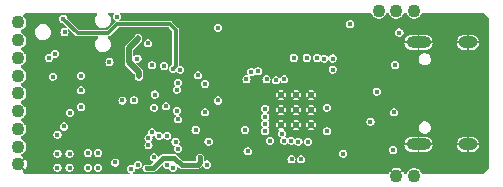
<source format=gbr>
%TF.GenerationSoftware,KiCad,Pcbnew,8.0.3*%
%TF.CreationDate,2024-06-14T23:01:07+10:00*%
%TF.ProjectId,rs-probe,72732d70-726f-4626-952e-6b696361645f,rev?*%
%TF.SameCoordinates,Original*%
%TF.FileFunction,Copper,L2,Inr*%
%TF.FilePolarity,Positive*%
%FSLAX46Y46*%
G04 Gerber Fmt 4.6, Leading zero omitted, Abs format (unit mm)*
G04 Created by KiCad (PCBNEW 8.0.3) date 2024-06-14 23:01:07*
%MOMM*%
%LPD*%
G01*
G04 APERTURE LIST*
%TA.AperFunction,ComponentPad*%
%ADD10O,2.100000X1.000000*%
%TD*%
%TA.AperFunction,ComponentPad*%
%ADD11O,1.600000X1.000000*%
%TD*%
%TA.AperFunction,ComponentPad*%
%ADD12C,0.600000*%
%TD*%
%TA.AperFunction,ComponentPad*%
%ADD13C,1.100000*%
%TD*%
%TA.AperFunction,ViaPad*%
%ADD14C,0.450000*%
%TD*%
%TA.AperFunction,Conductor*%
%ADD15C,0.500000*%
%TD*%
%TA.AperFunction,Conductor*%
%ADD16C,0.300000*%
%TD*%
%TA.AperFunction,Conductor*%
%ADD17C,0.400000*%
%TD*%
G04 APERTURE END LIST*
D10*
%TO.N,GND*%
%TO.C,J1*%
X33870000Y2680000D03*
D11*
X38050000Y2680000D03*
D10*
X33870000Y11320000D03*
D11*
X38050000Y11320000D03*
%TD*%
D12*
%TO.N,GND*%
%TO.C,U6*%
X24775000Y6875000D03*
X23500000Y6875000D03*
X22225000Y6875000D03*
X24775000Y5600000D03*
X23500000Y5600000D03*
X22225000Y5600000D03*
X24775000Y4325000D03*
X23500000Y4325000D03*
X22225000Y4325000D03*
%TD*%
D13*
%TO.N,GND*%
%TO.C,J2*%
X0Y1000000D03*
%TO.N,/T_VCP_RX*%
X0Y2500000D03*
%TO.N,/T_VCP_TX*%
X0Y4000000D03*
%TO.N,/T_~{RESET}*%
X0Y5500000D03*
%TO.N,/T_TDI*%
X0Y7000000D03*
%TO.N,/T_GNDDetect*%
X0Y8500000D03*
%TO.N,/T_SWO_TDO*%
X0Y10000000D03*
%TO.N,/T_SWDCLK_JCLK*%
X0Y11500000D03*
%TO.N,/T_SWDIO_TMS*%
X0Y13000000D03*
%TD*%
%TO.N,/GPIO2*%
%TO.C,J4*%
X30500000Y14000000D03*
%TO.N,/GPIO1*%
X32000000Y14000000D03*
%TO.N,/T_VCC*%
X33500000Y14000000D03*
%TD*%
%TO.N,/5V_KEY*%
%TO.C,J3*%
X33500000Y0D03*
%TO.N,GND*%
X32000000Y0D03*
%TD*%
D14*
%TO.N,Net-(D3-A)*%
X10200000Y8450000D03*
X10120000Y11660000D03*
%TO.N,GND*%
X11030000Y10460000D03*
X8970000Y13380000D03*
X9800000Y5600000D03*
X15200000Y7900000D03*
X35575000Y450000D03*
X14350000Y12625000D03*
X5850000Y13500000D03*
X13850000Y11350000D03*
X32400000Y10800000D03*
X34500000Y13550000D03*
X18600000Y2100000D03*
X1900000Y500000D03*
X14770000Y1560000D03*
X13300000Y3800000D03*
X16500000Y7800000D03*
X29100000Y7850000D03*
X26050000Y6750000D03*
X29700000Y6200000D03*
X19075000Y12600000D03*
X15200000Y5400000D03*
X13200000Y6500000D03*
X20300000Y11460000D03*
X1900000Y1300000D03*
X1300000Y13550000D03*
X32000000Y10100000D03*
X31800000Y3900000D03*
X34100000Y7500000D03*
X39550000Y2725000D03*
X20714812Y985188D03*
X18400000Y4000000D03*
X32300000Y3100000D03*
X11000000Y7500000D03*
X28650000Y8900000D03*
X18280000Y11140000D03*
X1400000Y6000000D03*
X17312878Y5416746D03*
X26800000Y2300000D03*
X9500000Y3300000D03*
X15250000Y2950000D03*
X15870000Y9420000D03*
X10050000Y12250000D03*
X28800000Y2900000D03*
X17400000Y8200000D03*
X17200000Y2600000D03*
X6400000Y10500000D03*
X29700000Y5300000D03*
X30800000Y8300000D03*
X25200000Y3100000D03*
X8500000Y550000D03*
X31500000Y3300000D03*
X3000000Y13550000D03*
X27050000Y9500000D03*
X8230000Y6530000D03*
X37275000Y450000D03*
X39550000Y11300000D03*
X17100000Y3500000D03*
X3300000Y5900000D03*
X3200000Y7200000D03*
X1900000Y7300000D03*
X16500000Y5400000D03*
X37300000Y13550000D03*
X32200000Y1500000D03*
X11700000Y12288306D03*
%TO.N,+3.3V*%
X12600000Y3400000D03*
X22500000Y8200000D03*
X20900000Y3800000D03*
X30325000Y7150000D03*
X12550000Y949989D03*
X13700000Y9000000D03*
X20900000Y5700000D03*
X16100000Y2900000D03*
X31700000Y2200000D03*
X27500000Y1900000D03*
X29800000Y4600000D03*
X15800000Y7800000D03*
X26600000Y9000000D03*
X15800000Y5400000D03*
X3800000Y13300000D03*
X12500000Y5900000D03*
X13100000Y9100000D03*
X22500000Y3000000D03*
%TO.N,+5V*%
X31800000Y5400000D03*
X31900000Y9400000D03*
%TO.N,/T_GNDDetect*%
X3300000Y3500000D03*
%TO.N,/T_VCP_RX*%
X3300000Y1900000D03*
X2600000Y10000000D03*
X3300000Y700000D03*
X8200000Y1150000D03*
%TO.N,/T_VCP_TX*%
X5900000Y700000D03*
X9800000Y6425000D03*
X5900000Y1950000D03*
%TO.N,/P_SWCLK*%
X20900000Y4400000D03*
%TO.N,/P_SWDIO*%
X19200000Y3900000D03*
%TO.N,/T_SWO_TDO*%
X5300000Y5850000D03*
%TO.N,/T_SWDIO_TMS*%
X9550000Y600000D03*
X10100000Y950000D03*
X5300000Y8500000D03*
%TO.N,/T_SWDCLK_JCLK*%
X6750000Y700000D03*
X6750000Y1950000D03*
X5300000Y7250000D03*
%TO.N,/T_TDI*%
X3100000Y10350000D03*
X3850000Y4200000D03*
%TO.N,/T_VCC*%
X7700000Y9650000D03*
X2900000Y8400000D03*
X4325000Y1900000D03*
X4325000Y700000D03*
%TO.N,/T_VCC_EN*%
X10980000Y11250000D03*
X23300000Y10000000D03*
%TO.N,/T_VCC_MEAS*%
X8800000Y6400000D03*
X24500000Y2900000D03*
%TO.N,/GPIO2*%
X25300000Y10000000D03*
%TO.N,/GPIO1*%
X25900000Y9950000D03*
%TO.N,/PROTECTED_5V*%
X8350000Y13500000D03*
X16900000Y12550000D03*
%TO.N,/5V_KEY*%
X10850000Y650000D03*
X15390000Y1570000D03*
X4350000Y5350000D03*
%TO.N,/5V_KEY_EN*%
X24400000Y10000000D03*
X3900000Y12200000D03*
%TO.N,/VS_T*%
X10070000Y9950000D03*
X15959519Y975500D03*
%TO.N,/TRANS_VCC*%
X13500000Y4800000D03*
X11900000Y3400000D03*
X13100000Y700000D03*
X13514812Y2314812D03*
X11500000Y5800000D03*
X15000000Y3900000D03*
X13400000Y7300000D03*
X12300000Y9310000D03*
%TO.N,+1V1*%
X26100000Y3800000D03*
X20900000Y5000000D03*
X26100000Y5800000D03*
%TO.N,/PWM_VS*%
X22300000Y3600000D03*
X19400000Y2100000D03*
%TO.N,/DIR_VCP_RX*%
X23920000Y1420000D03*
X11450000Y1580000D03*
%TO.N,/DIR_VCP_TX*%
X23700000Y2900000D03*
X13300000Y2900000D03*
%TO.N,/~{RESET}*%
X21000000Y8200000D03*
X11000000Y2600000D03*
%TO.N,/GNDDetect*%
X11000000Y3200000D03*
X21800000Y8100000D03*
%TO.N,/SWDCLK_JCLK*%
X16900000Y6400000D03*
X20290000Y8880000D03*
%TO.N,/SWDIO_TMS*%
X19700000Y8800000D03*
X15200000Y8525500D03*
%TO.N,/DIR_TDI*%
X23120000Y1420000D03*
X11300000Y3700000D03*
%TO.N,/DIR_SWO_TDO*%
X13400000Y5500000D03*
X23100000Y3000000D03*
%TO.N,/DIR_SWDCLK_JCLK*%
X11530000Y6900000D03*
X21300000Y3000000D03*
%TO.N,/DIR_SWDIO_TMS*%
X19300000Y8200000D03*
X13500000Y7900000D03*
%TO.N,/VS2_T*%
X11300000Y9390000D03*
X28080000Y12860000D03*
%TO.N,/PWM2_VS*%
X32250000Y12150000D03*
X26600000Y9950000D03*
%TD*%
D15*
%TO.N,Net-(D3-A)*%
X10120000Y11660000D02*
X10120000Y11570000D01*
X9350000Y10800000D02*
X9350000Y9650000D01*
X10200000Y8800000D02*
X10200000Y8450000D01*
X9350000Y9650000D02*
X10200000Y8800000D01*
X10120000Y11570000D02*
X9350000Y10800000D01*
D16*
%TO.N,+3.3V*%
X13300000Y12400000D02*
X12850000Y12850000D01*
X8340000Y12850000D02*
X7590000Y12100000D01*
X7590000Y12100000D02*
X5000000Y12100000D01*
X13100000Y9100000D02*
X13300000Y9300000D01*
X12850000Y12850000D02*
X8340000Y12850000D01*
X13300000Y9300000D02*
X13300000Y12400000D01*
X5000000Y12100000D02*
X3800000Y13300000D01*
D17*
%TO.N,/5V_KEY*%
X11350000Y650000D02*
X10850000Y650000D01*
X15390000Y1150000D02*
X15180000Y940000D01*
X15180000Y940000D02*
X13810000Y940000D01*
X13200000Y1550000D02*
X12250000Y1550000D01*
X12250000Y1550000D02*
X11350000Y650000D01*
X13810000Y940000D02*
X13200000Y1550000D01*
X15390000Y1570000D02*
X15390000Y1150000D01*
%TD*%
%TA.AperFunction,Conductor*%
%TO.N,GND*%
G36*
X6669985Y13785148D02*
G01*
X6684337Y13750500D01*
X6669985Y13715852D01*
X6607303Y13653171D01*
X6607302Y13653170D01*
X6532251Y13540848D01*
X6480555Y13416042D01*
X6480552Y13416031D01*
X6454200Y13283551D01*
X6454200Y13148450D01*
X6480552Y13015970D01*
X6480555Y13015959D01*
X6532251Y12891153D01*
X6607302Y12778831D01*
X6702830Y12683303D01*
X6815152Y12608252D01*
X6939960Y12556555D01*
X6939966Y12556554D01*
X6939969Y12556553D01*
X7072449Y12530201D01*
X7072452Y12530201D01*
X7072455Y12530200D01*
X7072456Y12530200D01*
X7207544Y12530200D01*
X7207545Y12530200D01*
X7307086Y12550000D01*
X7340030Y12556553D01*
X7340030Y12556554D01*
X7340040Y12556555D01*
X7464848Y12608252D01*
X7577172Y12683305D01*
X7672695Y12778828D01*
X7747748Y12891152D01*
X7799445Y13015960D01*
X7825800Y13148455D01*
X7825800Y13283545D01*
X7819765Y13313886D01*
X7799447Y13416031D01*
X7799444Y13416042D01*
X7747748Y13540848D01*
X7672697Y13653170D01*
X7610015Y13715852D01*
X7595663Y13750500D01*
X7610015Y13785148D01*
X7644663Y13799500D01*
X8039097Y13799500D01*
X8073745Y13785148D01*
X8088097Y13750500D01*
X8081532Y13726000D01*
X8020328Y13619994D01*
X7999170Y13500000D01*
X8020328Y13380007D01*
X8081247Y13274493D01*
X8174584Y13196172D01*
X8189959Y13190577D01*
X8212829Y13182253D01*
X8240480Y13156917D01*
X8242116Y13119450D01*
X8216780Y13091799D01*
X8214824Y13090938D01*
X8186771Y13079318D01*
X7492307Y12384852D01*
X7457659Y12370500D01*
X5132341Y12370500D01*
X5097693Y12384852D01*
X4154965Y13327580D01*
X4141357Y13353719D01*
X4138757Y13368467D01*
X4129672Y13419991D01*
X4129671Y13419993D01*
X4129671Y13419994D01*
X4068752Y13525508D01*
X3975415Y13603828D01*
X3931007Y13619991D01*
X3860921Y13645500D01*
X3739079Y13645500D01*
X3700705Y13631533D01*
X3624584Y13603828D01*
X3531247Y13525508D01*
X3470328Y13419994D01*
X3449170Y13300000D01*
X3470328Y13180007D01*
X3531247Y13074493D01*
X3531248Y13074492D01*
X3531249Y13074491D01*
X3624585Y12996172D01*
X3739079Y12954500D01*
X3742659Y12954500D01*
X3777307Y12940148D01*
X4140828Y12576627D01*
X4155180Y12541979D01*
X4140828Y12507331D01*
X4106180Y12492979D01*
X4079673Y12502626D01*
X4079130Y12501684D01*
X4075417Y12503827D01*
X4075415Y12503828D01*
X3960921Y12545500D01*
X3839079Y12545500D01*
X3797045Y12530201D01*
X3724584Y12503828D01*
X3631247Y12425508D01*
X3570328Y12319994D01*
X3549170Y12200000D01*
X3570328Y12080007D01*
X3631247Y11974493D01*
X3631248Y11974492D01*
X3631249Y11974491D01*
X3724585Y11896172D01*
X3839079Y11854500D01*
X3839080Y11854500D01*
X3960920Y11854500D01*
X3960921Y11854500D01*
X4075415Y11896172D01*
X4168751Y11974491D01*
X4229672Y12080009D01*
X4250830Y12200000D01*
X4229672Y12319991D01*
X4229671Y12319993D01*
X4229671Y12319994D01*
X4186560Y12394663D01*
X4181665Y12431845D01*
X4204495Y12461598D01*
X4241677Y12466493D01*
X4263643Y12453811D01*
X4846770Y11870684D01*
X4846772Y11870683D01*
X4846774Y11870681D01*
X4885840Y11854500D01*
X4946194Y11829500D01*
X6710121Y11829500D01*
X6744769Y11815148D01*
X6759121Y11780500D01*
X6744769Y11745852D01*
X6737344Y11739758D01*
X6702830Y11716698D01*
X6607302Y11621170D01*
X6532251Y11508848D01*
X6480555Y11384042D01*
X6480552Y11384031D01*
X6454200Y11251551D01*
X6454200Y11116450D01*
X6480552Y10983970D01*
X6480555Y10983959D01*
X6532251Y10859153D01*
X6607302Y10746831D01*
X6702830Y10651303D01*
X6740343Y10626238D01*
X6815152Y10576252D01*
X6939960Y10524555D01*
X6939966Y10524554D01*
X6939969Y10524553D01*
X7072449Y10498201D01*
X7072452Y10498201D01*
X7072455Y10498200D01*
X7072456Y10498200D01*
X7207544Y10498200D01*
X7207545Y10498200D01*
X7340040Y10524555D01*
X7464848Y10576252D01*
X7577172Y10651305D01*
X7672695Y10746828D01*
X7740818Y10848781D01*
X8979500Y10848781D01*
X8979500Y9601220D01*
X9004747Y9506997D01*
X9004748Y9506995D01*
X9004749Y9506992D01*
X9021777Y9477498D01*
X9029137Y9464750D01*
X9053526Y9422507D01*
X9815148Y8660886D01*
X9829500Y8626238D01*
X9829500Y8401220D01*
X9854748Y8306994D01*
X9854749Y8306991D01*
X9903526Y8222508D01*
X9972508Y8153526D01*
X10056992Y8104749D01*
X10131307Y8084837D01*
X10151219Y8079501D01*
X10151220Y8079500D01*
X10151223Y8079500D01*
X10248780Y8079500D01*
X10248780Y8079501D01*
X10343008Y8104749D01*
X10427492Y8153526D01*
X10496474Y8222508D01*
X10545251Y8306992D01*
X10570499Y8401220D01*
X10570500Y8401220D01*
X10570500Y8525500D01*
X14849170Y8525500D01*
X14870328Y8405507D01*
X14931247Y8299993D01*
X14931248Y8299992D01*
X14931249Y8299991D01*
X15024585Y8221672D01*
X15139079Y8180000D01*
X15139080Y8180000D01*
X15260920Y8180000D01*
X15260921Y8180000D01*
X15315871Y8200000D01*
X18949170Y8200000D01*
X18970328Y8080007D01*
X19031247Y7974493D01*
X19031248Y7974492D01*
X19031249Y7974491D01*
X19124585Y7896172D01*
X19239079Y7854500D01*
X19239080Y7854500D01*
X19360920Y7854500D01*
X19360921Y7854500D01*
X19475415Y7896172D01*
X19568751Y7974491D01*
X19613563Y8052107D01*
X19629671Y8080007D01*
X19629671Y8080008D01*
X19629672Y8080009D01*
X19650830Y8200000D01*
X20649170Y8200000D01*
X20670328Y8080007D01*
X20731247Y7974493D01*
X20731248Y7974492D01*
X20731249Y7974491D01*
X20824585Y7896172D01*
X20939079Y7854500D01*
X20939080Y7854500D01*
X21060920Y7854500D01*
X21060921Y7854500D01*
X21175415Y7896172D01*
X21268751Y7974491D01*
X21313563Y8052107D01*
X21329671Y8080007D01*
X21329671Y8080008D01*
X21329672Y8080009D01*
X21333197Y8100000D01*
X21449170Y8100000D01*
X21470328Y7980007D01*
X21531247Y7874493D01*
X21531248Y7874492D01*
X21531249Y7874491D01*
X21624585Y7796172D01*
X21739079Y7754500D01*
X21739080Y7754500D01*
X21860920Y7754500D01*
X21860921Y7754500D01*
X21975415Y7796172D01*
X22068751Y7874491D01*
X22129672Y7980009D01*
X22129672Y7980011D01*
X22131138Y7984036D01*
X22132795Y7983433D01*
X22149445Y8009593D01*
X22186056Y8017726D01*
X22217694Y7997590D01*
X22220003Y7993968D01*
X22228063Y7980009D01*
X22231249Y7974491D01*
X22324585Y7896172D01*
X22439079Y7854500D01*
X22439080Y7854500D01*
X22560920Y7854500D01*
X22560921Y7854500D01*
X22675415Y7896172D01*
X22768751Y7974491D01*
X22813563Y8052107D01*
X22829671Y8080007D01*
X22829671Y8080008D01*
X22829672Y8080009D01*
X22850830Y8200000D01*
X22829672Y8319991D01*
X22829671Y8319993D01*
X22829671Y8319994D01*
X22768752Y8425508D01*
X22675415Y8503828D01*
X22631007Y8519991D01*
X22560921Y8545500D01*
X22439079Y8545500D01*
X22384129Y8525500D01*
X22324584Y8503828D01*
X22231247Y8425508D01*
X22170327Y8319991D01*
X22168862Y8315964D01*
X22167209Y8316566D01*
X22150533Y8290393D01*
X22113918Y8282279D01*
X22082290Y8302432D01*
X22079996Y8306033D01*
X22068751Y8325509D01*
X21975415Y8403828D01*
X21915846Y8425509D01*
X21860921Y8445500D01*
X21739079Y8445500D01*
X21684154Y8425509D01*
X21624584Y8403828D01*
X21531247Y8325508D01*
X21470328Y8219994D01*
X21449170Y8100000D01*
X21333197Y8100000D01*
X21350830Y8200000D01*
X21329672Y8319991D01*
X21329671Y8319993D01*
X21329671Y8319994D01*
X21268752Y8425508D01*
X21175415Y8503828D01*
X21131007Y8519991D01*
X21060921Y8545500D01*
X20939079Y8545500D01*
X20884129Y8525500D01*
X20824584Y8503828D01*
X20731247Y8425508D01*
X20670328Y8319994D01*
X20649170Y8200000D01*
X19650830Y8200000D01*
X19629672Y8319991D01*
X19629671Y8319993D01*
X19629671Y8319994D01*
X19594449Y8381000D01*
X19589554Y8418182D01*
X19612384Y8447935D01*
X19636884Y8454500D01*
X19760920Y8454500D01*
X19760921Y8454500D01*
X19875415Y8496172D01*
X19968751Y8574491D01*
X19987800Y8607487D01*
X20017552Y8630316D01*
X20054734Y8625422D01*
X20061727Y8620526D01*
X20114585Y8576172D01*
X20229079Y8534500D01*
X20229080Y8534500D01*
X20350920Y8534500D01*
X20350921Y8534500D01*
X20465415Y8576172D01*
X20558751Y8654491D01*
X20614476Y8751009D01*
X20619671Y8760007D01*
X20619671Y8760008D01*
X20619672Y8760009D01*
X20640830Y8880000D01*
X20619672Y8999991D01*
X20619671Y8999993D01*
X20619671Y8999994D01*
X20619668Y9000000D01*
X26249170Y9000000D01*
X26270328Y8880007D01*
X26331247Y8774493D01*
X26331248Y8774492D01*
X26331249Y8774491D01*
X26424585Y8696172D01*
X26539079Y8654500D01*
X26539080Y8654500D01*
X26660920Y8654500D01*
X26660921Y8654500D01*
X26775415Y8696172D01*
X26868751Y8774491D01*
X26924286Y8870680D01*
X26929671Y8880007D01*
X26929671Y8880008D01*
X26929672Y8880009D01*
X26950830Y9000000D01*
X26929672Y9119991D01*
X26929671Y9119993D01*
X26929671Y9119994D01*
X26868752Y9225508D01*
X26815718Y9270009D01*
X26775415Y9303828D01*
X26660921Y9345500D01*
X26539079Y9345500D01*
X26484154Y9325509D01*
X26424584Y9303828D01*
X26331247Y9225508D01*
X26270328Y9119994D01*
X26249170Y9000000D01*
X20619668Y9000000D01*
X20558752Y9105508D01*
X20558748Y9105511D01*
X20465415Y9183828D01*
X20350921Y9225500D01*
X20229079Y9225500D01*
X20171832Y9204664D01*
X20114584Y9183828D01*
X20021249Y9105511D01*
X20021249Y9105510D01*
X20002199Y9072515D01*
X19972445Y9049685D01*
X19935263Y9054581D01*
X19928267Y9059480D01*
X19875415Y9103828D01*
X19831007Y9119991D01*
X19760921Y9145500D01*
X19639079Y9145500D01*
X19600705Y9131533D01*
X19524584Y9103828D01*
X19431247Y9025508D01*
X19370328Y8919994D01*
X19349170Y8800000D01*
X19370328Y8680007D01*
X19405551Y8619000D01*
X19410446Y8581818D01*
X19387616Y8552065D01*
X19363116Y8545500D01*
X19360921Y8545500D01*
X19239079Y8545500D01*
X19184129Y8525500D01*
X19124584Y8503828D01*
X19031247Y8425508D01*
X18970328Y8319994D01*
X18949170Y8200000D01*
X15315871Y8200000D01*
X15375415Y8221672D01*
X15468751Y8299991D01*
X15515522Y8381000D01*
X15529671Y8405507D01*
X15529671Y8405508D01*
X15529672Y8405509D01*
X15550830Y8525500D01*
X15529672Y8645491D01*
X15529671Y8645493D01*
X15529671Y8645494D01*
X15468752Y8751008D01*
X15464590Y8754500D01*
X15375415Y8829328D01*
X15260921Y8871000D01*
X15139079Y8871000D01*
X15083923Y8850925D01*
X15024584Y8829328D01*
X14931247Y8751008D01*
X14870328Y8645494D01*
X14849170Y8525500D01*
X10570500Y8525500D01*
X10570500Y8848779D01*
X10564631Y8870680D01*
X10564631Y8870681D01*
X10545252Y8943007D01*
X10542433Y8947889D01*
X10508783Y9006172D01*
X10496474Y9027492D01*
X10253957Y9270009D01*
X10133966Y9390000D01*
X10949170Y9390000D01*
X10970328Y9270007D01*
X11031247Y9164493D01*
X11031248Y9164492D01*
X11031249Y9164491D01*
X11124585Y9086172D01*
X11239079Y9044500D01*
X11239080Y9044500D01*
X11360920Y9044500D01*
X11360921Y9044500D01*
X11475415Y9086172D01*
X11568751Y9164491D01*
X11629672Y9270009D01*
X11636724Y9310000D01*
X11949170Y9310000D01*
X11970328Y9190007D01*
X12031247Y9084493D01*
X12031248Y9084492D01*
X12031249Y9084491D01*
X12124585Y9006172D01*
X12239079Y8964500D01*
X12239080Y8964500D01*
X12360920Y8964500D01*
X12360921Y8964500D01*
X12475415Y9006172D01*
X12568751Y9084491D01*
X12623627Y9179538D01*
X12629671Y9190007D01*
X12629671Y9190008D01*
X12629672Y9190009D01*
X12650830Y9310000D01*
X12629672Y9429991D01*
X12629671Y9429993D01*
X12629671Y9429994D01*
X12568752Y9535508D01*
X12548964Y9552112D01*
X12475415Y9613828D01*
X12360921Y9655500D01*
X12239079Y9655500D01*
X12181832Y9634664D01*
X12124584Y9613828D01*
X12031247Y9535508D01*
X11970328Y9429994D01*
X11949170Y9310000D01*
X11636724Y9310000D01*
X11650830Y9390000D01*
X11629672Y9509991D01*
X11629671Y9509993D01*
X11629671Y9509994D01*
X11568752Y9615508D01*
X11556833Y9625509D01*
X11475415Y9693828D01*
X11360921Y9735500D01*
X11239079Y9735500D01*
X11208832Y9724491D01*
X11124584Y9693828D01*
X11031247Y9615508D01*
X10970328Y9509994D01*
X10949170Y9390000D01*
X10133966Y9390000D01*
X10003115Y9520852D01*
X9988763Y9555500D01*
X10003115Y9590148D01*
X10037763Y9604500D01*
X10130920Y9604500D01*
X10130921Y9604500D01*
X10245415Y9646172D01*
X10338751Y9724491D01*
X10384434Y9803616D01*
X10399671Y9830007D01*
X10399671Y9830008D01*
X10399672Y9830009D01*
X10420830Y9950000D01*
X10399672Y10069991D01*
X10399671Y10069993D01*
X10399671Y10069994D01*
X10338752Y10175508D01*
X10331805Y10181337D01*
X10245415Y10253828D01*
X10130921Y10295500D01*
X10009079Y10295500D01*
X9951832Y10274664D01*
X9894584Y10253828D01*
X9800997Y10175298D01*
X9765230Y10164020D01*
X9731964Y10181337D01*
X9720500Y10212834D01*
X9720500Y10626238D01*
X9734852Y10660886D01*
X10323966Y11250000D01*
X10629170Y11250000D01*
X10650328Y11130007D01*
X10711247Y11024493D01*
X10711248Y11024492D01*
X10711249Y11024491D01*
X10804585Y10946172D01*
X10919079Y10904500D01*
X10919080Y10904500D01*
X11040920Y10904500D01*
X11040921Y10904500D01*
X11155415Y10946172D01*
X11248751Y11024491D01*
X11309672Y11130009D01*
X11330830Y11250000D01*
X11309672Y11369991D01*
X11309671Y11369993D01*
X11309671Y11369994D01*
X11248752Y11475508D01*
X11248751Y11475509D01*
X11155415Y11553828D01*
X11040921Y11595500D01*
X10919079Y11595500D01*
X10861832Y11574664D01*
X10804584Y11553828D01*
X10711249Y11475509D01*
X10711247Y11475508D01*
X10650328Y11369994D01*
X10629170Y11250000D01*
X10323966Y11250000D01*
X10416472Y11342506D01*
X10426903Y11360570D01*
X10465250Y11426990D01*
X10465251Y11426993D01*
X10478251Y11475509D01*
X10478251Y11475510D01*
X10490500Y11521221D01*
X10490500Y11708780D01*
X10490499Y11708781D01*
X10476016Y11762831D01*
X10465251Y11803008D01*
X10416474Y11887492D01*
X10347492Y11956474D01*
X10263009Y12005251D01*
X10263006Y12005252D01*
X10168780Y12030500D01*
X10168777Y12030500D01*
X10071223Y12030500D01*
X10071220Y12030500D01*
X9976993Y12005252D01*
X9976990Y12005251D01*
X9892507Y11956474D01*
X9892507Y11956473D01*
X9823527Y11887493D01*
X9823526Y11887493D01*
X9774749Y11803011D01*
X9774747Y11803005D01*
X9758274Y11741526D01*
X9745592Y11719560D01*
X9053528Y11027497D01*
X9053522Y11027489D01*
X9051792Y11024491D01*
X9051791Y11024489D01*
X9004749Y10943011D01*
X9004748Y10943007D01*
X8979500Y10848781D01*
X7740818Y10848781D01*
X7747748Y10859152D01*
X7799445Y10983960D01*
X7825800Y11116455D01*
X7825800Y11251545D01*
X7808532Y11338359D01*
X7799447Y11384031D01*
X7799444Y11384042D01*
X7781654Y11426990D01*
X7747748Y11508848D01*
X7689849Y11595500D01*
X7672697Y11621170D01*
X7577169Y11716698D01*
X7542656Y11739758D01*
X7521821Y11770940D01*
X7529137Y11807723D01*
X7560319Y11828558D01*
X7569879Y11829500D01*
X7643804Y11829500D01*
X7643806Y11829500D01*
X7704160Y11854500D01*
X7743226Y11870681D01*
X8437693Y12565148D01*
X8472341Y12579500D01*
X12717659Y12579500D01*
X12752307Y12565148D01*
X13015148Y12302307D01*
X13029500Y12267659D01*
X13029500Y9476325D01*
X13015148Y9441677D01*
X12997259Y9430280D01*
X12924584Y9403828D01*
X12831247Y9325508D01*
X12770328Y9219994D01*
X12749170Y9100000D01*
X12770328Y8980007D01*
X12831247Y8874493D01*
X12831248Y8874492D01*
X12831249Y8874491D01*
X12924585Y8796172D01*
X13039079Y8754500D01*
X13039080Y8754500D01*
X13160920Y8754500D01*
X13160921Y8754500D01*
X13275415Y8796172D01*
X13327226Y8839648D01*
X13362992Y8850925D01*
X13396258Y8833608D01*
X13401157Y8826611D01*
X13431247Y8774493D01*
X13431248Y8774492D01*
X13431249Y8774491D01*
X13524585Y8696172D01*
X13639079Y8654500D01*
X13639080Y8654500D01*
X13760920Y8654500D01*
X13760921Y8654500D01*
X13875415Y8696172D01*
X13968751Y8774491D01*
X14024286Y8870680D01*
X14029671Y8880007D01*
X14029671Y8880008D01*
X14029672Y8880009D01*
X14050830Y9000000D01*
X14029672Y9119991D01*
X14029671Y9119993D01*
X14029671Y9119994D01*
X13968752Y9225508D01*
X13915718Y9270009D01*
X13875415Y9303828D01*
X13760921Y9345500D01*
X13639079Y9345500D01*
X13636254Y9344472D01*
X13598787Y9346112D01*
X13573453Y9373765D01*
X13570500Y9390519D01*
X13570500Y9400000D01*
X31549170Y9400000D01*
X31570328Y9280007D01*
X31631247Y9174493D01*
X31631248Y9174492D01*
X31631249Y9174491D01*
X31724585Y9096172D01*
X31839079Y9054500D01*
X31839080Y9054500D01*
X31960920Y9054500D01*
X31960921Y9054500D01*
X32075415Y9096172D01*
X32168751Y9174491D01*
X32223897Y9270007D01*
X32229671Y9280007D01*
X32229671Y9280008D01*
X32229672Y9280009D01*
X32250830Y9400000D01*
X32229672Y9519991D01*
X32229671Y9519993D01*
X32229671Y9519994D01*
X32168752Y9625508D01*
X32096525Y9686114D01*
X32075415Y9703828D01*
X31960921Y9745500D01*
X31839079Y9745500D01*
X31811604Y9735500D01*
X31724584Y9703828D01*
X31631247Y9625508D01*
X31570328Y9519994D01*
X31549170Y9400000D01*
X13570500Y9400000D01*
X13570500Y10000000D01*
X22949170Y10000000D01*
X22970328Y9880007D01*
X23031247Y9774493D01*
X23031248Y9774492D01*
X23031249Y9774491D01*
X23124585Y9696172D01*
X23239079Y9654500D01*
X23239080Y9654500D01*
X23360920Y9654500D01*
X23360921Y9654500D01*
X23475415Y9696172D01*
X23568751Y9774491D01*
X23629672Y9880009D01*
X23650830Y10000000D01*
X24049170Y10000000D01*
X24070328Y9880007D01*
X24131247Y9774493D01*
X24131248Y9774492D01*
X24131249Y9774491D01*
X24224585Y9696172D01*
X24339079Y9654500D01*
X24339080Y9654500D01*
X24460920Y9654500D01*
X24460921Y9654500D01*
X24575415Y9696172D01*
X24668751Y9774491D01*
X24729672Y9880009D01*
X24750830Y10000000D01*
X24949170Y10000000D01*
X24970328Y9880007D01*
X25031247Y9774493D01*
X25031248Y9774492D01*
X25031249Y9774491D01*
X25124585Y9696172D01*
X25239079Y9654500D01*
X25239080Y9654500D01*
X25360920Y9654500D01*
X25360921Y9654500D01*
X25475415Y9696172D01*
X25546673Y9755966D01*
X25582438Y9767243D01*
X25615704Y9749926D01*
X25620603Y9742929D01*
X25631247Y9724493D01*
X25631248Y9724492D01*
X25631249Y9724491D01*
X25724585Y9646172D01*
X25839079Y9604500D01*
X25839080Y9604500D01*
X25960920Y9604500D01*
X25960921Y9604500D01*
X26075415Y9646172D01*
X26168751Y9724491D01*
X26207565Y9791718D01*
X26237318Y9814548D01*
X26274500Y9809653D01*
X26292435Y9791718D01*
X26331247Y9724493D01*
X26331248Y9724492D01*
X26331249Y9724491D01*
X26424585Y9646172D01*
X26539079Y9604500D01*
X26539080Y9604500D01*
X26660920Y9604500D01*
X26660921Y9604500D01*
X26775415Y9646172D01*
X26868751Y9724491D01*
X26914434Y9803616D01*
X26929671Y9830007D01*
X26929671Y9830008D01*
X26929672Y9830009D01*
X26950830Y9950000D01*
X26949442Y9957870D01*
X33884500Y9957870D01*
X33884500Y9822131D01*
X33919629Y9691029D01*
X33919631Y9691023D01*
X33969586Y9604500D01*
X33987498Y9573476D01*
X34083476Y9477498D01*
X34126500Y9452658D01*
X34201022Y9409632D01*
X34201028Y9409630D01*
X34332130Y9374500D01*
X34332133Y9374500D01*
X34467869Y9374500D01*
X34598971Y9409630D01*
X34598969Y9409630D01*
X34598975Y9409631D01*
X34716524Y9477498D01*
X34812502Y9573476D01*
X34880369Y9691025D01*
X34900792Y9767243D01*
X34915500Y9822131D01*
X34915500Y9957870D01*
X34880370Y10088972D01*
X34880368Y10088978D01*
X34830409Y10175508D01*
X34812502Y10206524D01*
X34716524Y10302502D01*
X34702032Y10310869D01*
X34598977Y10370369D01*
X34598971Y10370371D01*
X34467870Y10405500D01*
X34467867Y10405500D01*
X34332133Y10405500D01*
X34332130Y10405500D01*
X34201028Y10370371D01*
X34201022Y10370369D01*
X34083475Y10302502D01*
X34083475Y10302501D01*
X33987499Y10206525D01*
X33987498Y10206525D01*
X33919631Y10088978D01*
X33919629Y10088972D01*
X33884500Y9957870D01*
X26949442Y9957870D01*
X26929672Y10069991D01*
X26929671Y10069993D01*
X26929671Y10069994D01*
X26868752Y10175508D01*
X26861805Y10181337D01*
X26775415Y10253828D01*
X26660921Y10295500D01*
X26539079Y10295500D01*
X26481832Y10274664D01*
X26424584Y10253828D01*
X26331247Y10175508D01*
X26292435Y10108283D01*
X26262682Y10085453D01*
X26225500Y10090348D01*
X26207565Y10108283D01*
X26168752Y10175508D01*
X26161805Y10181337D01*
X26075415Y10253828D01*
X25960921Y10295500D01*
X25839079Y10295500D01*
X25781832Y10274664D01*
X25724584Y10253828D01*
X25653327Y10194036D01*
X25617559Y10182758D01*
X25584294Y10200075D01*
X25579399Y10207066D01*
X25568751Y10225509D01*
X25475415Y10303828D01*
X25360921Y10345500D01*
X25239079Y10345500D01*
X25211772Y10335561D01*
X25124584Y10303828D01*
X25031247Y10225508D01*
X24970328Y10119994D01*
X24949170Y10000000D01*
X24750830Y10000000D01*
X24729672Y10119991D01*
X24729671Y10119993D01*
X24729671Y10119994D01*
X24668752Y10225508D01*
X24663390Y10230007D01*
X24575415Y10303828D01*
X24460921Y10345500D01*
X24339079Y10345500D01*
X24311772Y10335561D01*
X24224584Y10303828D01*
X24131247Y10225508D01*
X24070328Y10119994D01*
X24049170Y10000000D01*
X23650830Y10000000D01*
X23629672Y10119991D01*
X23629671Y10119993D01*
X23629671Y10119994D01*
X23568752Y10225508D01*
X23563390Y10230007D01*
X23475415Y10303828D01*
X23360921Y10345500D01*
X23239079Y10345500D01*
X23211772Y10335561D01*
X23124584Y10303828D01*
X23031247Y10225508D01*
X22970328Y10119994D01*
X22949170Y10000000D01*
X13570500Y10000000D01*
X13570500Y11395001D01*
X32672183Y11395001D01*
X32672184Y11395000D01*
X33029513Y11395000D01*
X33020000Y11359496D01*
X33020000Y11280504D01*
X33029513Y11245000D01*
X32672183Y11245000D01*
X32694976Y11130414D01*
X32694980Y11130399D01*
X32743976Y11012114D01*
X32815112Y10905649D01*
X32905648Y10815113D01*
X33012113Y10743977D01*
X33130398Y10694981D01*
X33130404Y10694979D01*
X33255984Y10670000D01*
X33795000Y10670000D01*
X33795000Y11020000D01*
X33945000Y11020000D01*
X33945000Y10670000D01*
X34484016Y10670000D01*
X34609595Y10694979D01*
X34609601Y10694981D01*
X34727886Y10743977D01*
X34834351Y10815113D01*
X34924887Y10905649D01*
X34996023Y11012114D01*
X35045019Y11130399D01*
X35045023Y11130414D01*
X35067816Y11245000D01*
X34710487Y11245000D01*
X34720000Y11280504D01*
X34720000Y11359496D01*
X34710487Y11395000D01*
X35067816Y11395000D01*
X35067816Y11395001D01*
X37102183Y11395001D01*
X37102184Y11395000D01*
X37459513Y11395000D01*
X37450000Y11359496D01*
X37450000Y11280504D01*
X37459513Y11245000D01*
X37102183Y11245000D01*
X37124976Y11130414D01*
X37124980Y11130399D01*
X37173976Y11012114D01*
X37245112Y10905649D01*
X37335648Y10815113D01*
X37442113Y10743977D01*
X37560398Y10694981D01*
X37560404Y10694979D01*
X37685984Y10670000D01*
X37975000Y10670000D01*
X37975000Y11020000D01*
X38125000Y11020000D01*
X38125000Y10670000D01*
X38414016Y10670000D01*
X38539595Y10694979D01*
X38539601Y10694981D01*
X38657886Y10743977D01*
X38764351Y10815113D01*
X38854887Y10905649D01*
X38926023Y11012114D01*
X38975019Y11130399D01*
X38975023Y11130414D01*
X38997816Y11245000D01*
X38640487Y11245000D01*
X38650000Y11280504D01*
X38650000Y11359496D01*
X38640487Y11395000D01*
X38997816Y11395000D01*
X38997816Y11395001D01*
X38975023Y11509587D01*
X38975019Y11509602D01*
X38926023Y11627887D01*
X38854887Y11734352D01*
X38764351Y11824888D01*
X38657886Y11896024D01*
X38539601Y11945020D01*
X38539595Y11945022D01*
X38414016Y11970000D01*
X38125000Y11970000D01*
X38125000Y11620000D01*
X37975000Y11620000D01*
X37975000Y11970000D01*
X37685984Y11970000D01*
X37560404Y11945022D01*
X37560398Y11945020D01*
X37442113Y11896024D01*
X37335648Y11824888D01*
X37245112Y11734352D01*
X37173976Y11627887D01*
X37124980Y11509602D01*
X37124976Y11509587D01*
X37102183Y11395001D01*
X35067816Y11395001D01*
X35045023Y11509587D01*
X35045019Y11509602D01*
X34996023Y11627887D01*
X34924887Y11734352D01*
X34834351Y11824888D01*
X34727886Y11896024D01*
X34609601Y11945020D01*
X34609595Y11945022D01*
X34484016Y11970000D01*
X33945000Y11970000D01*
X33945000Y11620000D01*
X33795000Y11620000D01*
X33795000Y11970000D01*
X33255984Y11970000D01*
X33130404Y11945022D01*
X33130398Y11945020D01*
X33012113Y11896024D01*
X32905648Y11824888D01*
X32815112Y11734352D01*
X32743976Y11627887D01*
X32694980Y11509602D01*
X32694976Y11509587D01*
X32672183Y11395001D01*
X13570500Y11395001D01*
X13570500Y12150000D01*
X31899170Y12150000D01*
X31920328Y12030007D01*
X31981247Y11924493D01*
X31981248Y11924492D01*
X31981249Y11924491D01*
X32074585Y11846172D01*
X32189079Y11804500D01*
X32189080Y11804500D01*
X32310920Y11804500D01*
X32310921Y11804500D01*
X32425415Y11846172D01*
X32518751Y11924491D01*
X32579672Y12030009D01*
X32600830Y12150000D01*
X32579672Y12269991D01*
X32579671Y12269993D01*
X32579671Y12269994D01*
X32518752Y12375508D01*
X32507616Y12384852D01*
X32425415Y12453828D01*
X32310921Y12495500D01*
X32189079Y12495500D01*
X32182153Y12492979D01*
X32074584Y12453828D01*
X31981247Y12375508D01*
X31920328Y12269994D01*
X31899170Y12150000D01*
X13570500Y12150000D01*
X13570500Y12453804D01*
X13570499Y12453808D01*
X13553229Y12495500D01*
X13541073Y12524848D01*
X13530655Y12550000D01*
X16549170Y12550000D01*
X16570328Y12430007D01*
X16631247Y12324493D01*
X16631248Y12324492D01*
X16631249Y12324491D01*
X16724585Y12246172D01*
X16839079Y12204500D01*
X16839080Y12204500D01*
X16960920Y12204500D01*
X16960921Y12204500D01*
X17075415Y12246172D01*
X17168751Y12324491D01*
X17229672Y12430009D01*
X17250830Y12550000D01*
X17229672Y12669991D01*
X17229671Y12669993D01*
X17229671Y12669994D01*
X17168752Y12775508D01*
X17164795Y12778828D01*
X17075415Y12853828D01*
X17058457Y12860000D01*
X27729170Y12860000D01*
X27750328Y12740007D01*
X27811247Y12634493D01*
X27811248Y12634492D01*
X27811249Y12634491D01*
X27904585Y12556172D01*
X28019079Y12514500D01*
X28019080Y12514500D01*
X28140920Y12514500D01*
X28140921Y12514500D01*
X28255415Y12556172D01*
X28348751Y12634491D01*
X28409672Y12740009D01*
X28430830Y12860000D01*
X28409672Y12979991D01*
X28409671Y12979993D01*
X28409671Y12979994D01*
X28348752Y13085508D01*
X28255415Y13163828D01*
X28210963Y13180007D01*
X28140921Y13205500D01*
X28019079Y13205500D01*
X27961832Y13184664D01*
X27904584Y13163828D01*
X27811247Y13085508D01*
X27750328Y12979994D01*
X27729170Y12860000D01*
X17058457Y12860000D01*
X16960921Y12895500D01*
X16839079Y12895500D01*
X16781832Y12874664D01*
X16724584Y12853828D01*
X16631247Y12775508D01*
X16570328Y12669994D01*
X16549170Y12550000D01*
X13530655Y12550000D01*
X13529319Y12553226D01*
X13529317Y12553228D01*
X13529316Y12553230D01*
X13003229Y13079317D01*
X13003226Y13079319D01*
X12962044Y13096377D01*
X12903807Y13120500D01*
X12903806Y13120500D01*
X8569859Y13120500D01*
X8535211Y13134852D01*
X8520859Y13169500D01*
X8535211Y13204148D01*
X8538362Y13207036D01*
X8618751Y13274491D01*
X8655710Y13338505D01*
X8679671Y13380007D01*
X8679671Y13380008D01*
X8679672Y13380009D01*
X8700830Y13500000D01*
X8679672Y13619991D01*
X8679671Y13619993D01*
X8679671Y13619994D01*
X8618468Y13726000D01*
X8613573Y13763182D01*
X8636403Y13792935D01*
X8660903Y13799500D01*
X29825118Y13799500D01*
X29859766Y13785148D01*
X29870933Y13767877D01*
X29877523Y13750500D01*
X29901939Y13686118D01*
X29901941Y13686113D01*
X29994435Y13552112D01*
X29994439Y13552107D01*
X30116316Y13444135D01*
X30238499Y13380009D01*
X30260491Y13368467D01*
X30418587Y13329500D01*
X30581413Y13329500D01*
X30739509Y13368467D01*
X30883685Y13444136D01*
X30975537Y13525509D01*
X31005560Y13552107D01*
X31005560Y13552109D01*
X31005563Y13552110D01*
X31098059Y13686114D01*
X31129066Y13767876D01*
X31154771Y13795183D01*
X31174882Y13799500D01*
X31325118Y13799500D01*
X31359766Y13785148D01*
X31370933Y13767877D01*
X31377523Y13750500D01*
X31401939Y13686118D01*
X31401941Y13686113D01*
X31494435Y13552112D01*
X31494439Y13552107D01*
X31616316Y13444135D01*
X31738499Y13380009D01*
X31760491Y13368467D01*
X31918587Y13329500D01*
X32081413Y13329500D01*
X32239509Y13368467D01*
X32383685Y13444136D01*
X32475537Y13525509D01*
X32505560Y13552107D01*
X32505560Y13552109D01*
X32505563Y13552110D01*
X32598059Y13686114D01*
X32629066Y13767876D01*
X32654771Y13795183D01*
X32674882Y13799500D01*
X32825118Y13799500D01*
X32859766Y13785148D01*
X32870933Y13767877D01*
X32877523Y13750500D01*
X32901939Y13686118D01*
X32901941Y13686113D01*
X32994435Y13552112D01*
X32994439Y13552107D01*
X33116316Y13444135D01*
X33238499Y13380009D01*
X33260491Y13368467D01*
X33418587Y13329500D01*
X33581413Y13329500D01*
X33739509Y13368467D01*
X33883685Y13444136D01*
X33975537Y13525509D01*
X34005560Y13552107D01*
X34005560Y13552109D01*
X34005563Y13552110D01*
X34098059Y13686114D01*
X34129066Y13767876D01*
X34154771Y13795183D01*
X34174882Y13799500D01*
X39396654Y13799500D01*
X39431302Y13785148D01*
X39785148Y13431302D01*
X39799500Y13396654D01*
X39799500Y603346D01*
X39785148Y568698D01*
X39431302Y214852D01*
X39396654Y200500D01*
X34174882Y200500D01*
X34140234Y214852D01*
X34129066Y232125D01*
X34123953Y245606D01*
X34098059Y313886D01*
X34089321Y326545D01*
X34005564Y447889D01*
X34005560Y447894D01*
X33883683Y555866D01*
X33739510Y631533D01*
X33581413Y670500D01*
X33418587Y670500D01*
X33260489Y631533D01*
X33116316Y555866D01*
X32994439Y447894D01*
X32994435Y447889D01*
X32901941Y313888D01*
X32901940Y313886D01*
X32870934Y232125D01*
X32845229Y204817D01*
X32825118Y200500D01*
X32706433Y200500D01*
X32671785Y214852D01*
X32660617Y232124D01*
X32624370Y327697D01*
X32546531Y440466D01*
X32546530Y440467D01*
X32331643Y225578D01*
X32320080Y245606D01*
X32245606Y320080D01*
X32225577Y331644D01*
X32439637Y545705D01*
X32439637Y545706D01*
X32400566Y580320D01*
X32400561Y580323D01*
X32250047Y659318D01*
X32084995Y700000D01*
X31915005Y700000D01*
X31749952Y659318D01*
X31599435Y580322D01*
X31560361Y545706D01*
X31560361Y545705D01*
X31774422Y331644D01*
X31754394Y320080D01*
X31679920Y245606D01*
X31668356Y225578D01*
X31453468Y440467D01*
X31453467Y440466D01*
X31375629Y327697D01*
X31339383Y232124D01*
X31313677Y204817D01*
X31293567Y200500D01*
X9740451Y200500D01*
X9705803Y214852D01*
X9691451Y249500D01*
X9705803Y284148D01*
X9723693Y295545D01*
X9725415Y296172D01*
X9735340Y304500D01*
X9818751Y374491D01*
X9856842Y440467D01*
X9879671Y480007D01*
X9879671Y480008D01*
X9879672Y480009D01*
X9899773Y594006D01*
X9919923Y625633D01*
X9956537Y633751D01*
X9964785Y631541D01*
X10039079Y604500D01*
X10039080Y604500D01*
X10160920Y604500D01*
X10160921Y604500D01*
X10275415Y646172D01*
X10279977Y650000D01*
X10499170Y650000D01*
X10520328Y530007D01*
X10581247Y424493D01*
X10581248Y424492D01*
X10581249Y424491D01*
X10674585Y346172D01*
X10789079Y304500D01*
X10789080Y304500D01*
X10910920Y304500D01*
X10910921Y304500D01*
X10971490Y326546D01*
X10988249Y329500D01*
X11392198Y329500D01*
X11392198Y329501D01*
X11473709Y351341D01*
X11479181Y354500D01*
X11534477Y386426D01*
X11546792Y393536D01*
X11606464Y453208D01*
X11606464Y453210D01*
X11610493Y457238D01*
X11610497Y457243D01*
X12118233Y964980D01*
X12152880Y979331D01*
X12187528Y964979D01*
X12201136Y938840D01*
X12220328Y829996D01*
X12281247Y724482D01*
X12281248Y724481D01*
X12281249Y724480D01*
X12374585Y646161D01*
X12489079Y604489D01*
X12489080Y604489D01*
X12610920Y604489D01*
X12610921Y604489D01*
X12685244Y631540D01*
X12701784Y637560D01*
X12739252Y635924D01*
X12764588Y608274D01*
X12766798Y600024D01*
X12770327Y580010D01*
X12831247Y474493D01*
X12831248Y474492D01*
X12831249Y474491D01*
X12924585Y396172D01*
X13039079Y354500D01*
X13039080Y354500D01*
X13160920Y354500D01*
X13160921Y354500D01*
X13275415Y396172D01*
X13368751Y474491D01*
X13429672Y580009D01*
X13450830Y700000D01*
X13450829Y700002D01*
X13450830Y700003D01*
X13446580Y724104D01*
X13454696Y760718D01*
X13486326Y780868D01*
X13522940Y772752D01*
X13529483Y767261D01*
X13613208Y683536D01*
X13613212Y683534D01*
X13613213Y683533D01*
X13686288Y641342D01*
X13686291Y641341D01*
X13767801Y619501D01*
X13767802Y619500D01*
X13767805Y619500D01*
X15222198Y619500D01*
X15222198Y619501D01*
X15303709Y641341D01*
X15312058Y646161D01*
X15334846Y659318D01*
X15376792Y683536D01*
X15436464Y743208D01*
X15436464Y743210D01*
X15440493Y747238D01*
X15440497Y747243D01*
X15555014Y861761D01*
X15589661Y876112D01*
X15624309Y861760D01*
X15632096Y851612D01*
X15690766Y749993D01*
X15690767Y749992D01*
X15690768Y749991D01*
X15784104Y671672D01*
X15898598Y630000D01*
X15898599Y630000D01*
X16020439Y630000D01*
X16020440Y630000D01*
X16134934Y671672D01*
X16228270Y749991D01*
X16271870Y825508D01*
X16289190Y855507D01*
X16289190Y855508D01*
X16289191Y855509D01*
X16310349Y975500D01*
X16289191Y1095491D01*
X16289190Y1095493D01*
X16289190Y1095494D01*
X16228271Y1201008D01*
X16134934Y1279328D01*
X16078118Y1300007D01*
X16020440Y1321000D01*
X15898598Y1321000D01*
X15869974Y1310582D01*
X15784101Y1279328D01*
X15783994Y1279265D01*
X15783895Y1279252D01*
X15780076Y1277862D01*
X15779767Y1278710D01*
X15746811Y1274375D01*
X15717061Y1297210D01*
X15710500Y1321704D01*
X15710500Y1420000D01*
X22769170Y1420000D01*
X22790328Y1300007D01*
X22851247Y1194493D01*
X22851248Y1194492D01*
X22851249Y1194491D01*
X22944585Y1116172D01*
X23059079Y1074500D01*
X23059080Y1074500D01*
X23180920Y1074500D01*
X23180921Y1074500D01*
X23295415Y1116172D01*
X23388751Y1194491D01*
X23437688Y1279252D01*
X23449671Y1300007D01*
X23449671Y1300008D01*
X23449672Y1300009D01*
X23470830Y1420000D01*
X23569170Y1420000D01*
X23590328Y1300007D01*
X23651247Y1194493D01*
X23651248Y1194492D01*
X23651249Y1194491D01*
X23744585Y1116172D01*
X23859079Y1074500D01*
X23859080Y1074500D01*
X23980920Y1074500D01*
X23980921Y1074500D01*
X24095415Y1116172D01*
X24188751Y1194491D01*
X24237688Y1279252D01*
X24249671Y1300007D01*
X24249671Y1300008D01*
X24249672Y1300009D01*
X24270830Y1420000D01*
X24249672Y1539991D01*
X24249671Y1539993D01*
X24249671Y1539994D01*
X24188752Y1645508D01*
X24187959Y1646173D01*
X24095415Y1723828D01*
X23980921Y1765500D01*
X23859079Y1765500D01*
X23807679Y1746792D01*
X23744584Y1723828D01*
X23651247Y1645508D01*
X23590328Y1539994D01*
X23569170Y1420000D01*
X23470830Y1420000D01*
X23449672Y1539991D01*
X23449671Y1539993D01*
X23449671Y1539994D01*
X23388752Y1645508D01*
X23387959Y1646173D01*
X23295415Y1723828D01*
X23180921Y1765500D01*
X23059079Y1765500D01*
X23007679Y1746792D01*
X22944584Y1723828D01*
X22851247Y1645508D01*
X22790328Y1539994D01*
X22769170Y1420000D01*
X15710500Y1420000D01*
X15710500Y1420993D01*
X15717066Y1445495D01*
X15719671Y1450007D01*
X15719671Y1450008D01*
X15719672Y1450009D01*
X15740830Y1570000D01*
X15719672Y1689991D01*
X15719671Y1689993D01*
X15719671Y1689994D01*
X15658752Y1795508D01*
X15657959Y1796173D01*
X15565415Y1873828D01*
X15450921Y1915500D01*
X15329079Y1915500D01*
X15286493Y1900000D01*
X15214584Y1873828D01*
X15121247Y1795508D01*
X15060328Y1689994D01*
X15039170Y1570000D01*
X15060328Y1450007D01*
X15062934Y1445495D01*
X15069500Y1420993D01*
X15069500Y1309500D01*
X15055148Y1274852D01*
X15020500Y1260500D01*
X13963052Y1260500D01*
X13928404Y1274852D01*
X13459259Y1743996D01*
X13459257Y1743999D01*
X13396795Y1806461D01*
X13396792Y1806464D01*
X13396788Y1806466D01*
X13396786Y1806468D01*
X13323711Y1848659D01*
X13323708Y1848660D01*
X13242198Y1870500D01*
X13242195Y1870500D01*
X12207805Y1870500D01*
X12207802Y1870500D01*
X12126291Y1848660D01*
X12126288Y1848659D01*
X12053213Y1806468D01*
X12053204Y1806461D01*
X11993534Y1746790D01*
X11871272Y1624529D01*
X11836624Y1610177D01*
X11801976Y1624529D01*
X11788369Y1650667D01*
X11779672Y1699991D01*
X11779670Y1699994D01*
X11718752Y1805508D01*
X11700928Y1820464D01*
X11625415Y1883828D01*
X11510921Y1925500D01*
X11389079Y1925500D01*
X11361604Y1915500D01*
X11274584Y1883828D01*
X11181247Y1805508D01*
X11120328Y1699994D01*
X11099170Y1580000D01*
X11120328Y1460007D01*
X11181247Y1354493D01*
X11181248Y1354492D01*
X11181249Y1354491D01*
X11274585Y1276172D01*
X11384374Y1236213D01*
X11412025Y1210877D01*
X11413661Y1173410D01*
X11402264Y1155520D01*
X11231597Y984852D01*
X11196949Y970500D01*
X10988249Y970500D01*
X10971490Y973455D01*
X10965871Y975500D01*
X10910921Y995500D01*
X10789079Y995500D01*
X10759824Y984852D01*
X10674584Y953828D01*
X10581247Y875508D01*
X10520328Y769994D01*
X10499170Y650000D01*
X10279977Y650000D01*
X10368751Y724491D01*
X10427074Y825509D01*
X10429671Y830007D01*
X10429671Y830008D01*
X10429672Y830009D01*
X10450830Y950000D01*
X10429672Y1069991D01*
X10429671Y1069993D01*
X10429671Y1069994D01*
X10368752Y1175508D01*
X10338361Y1201009D01*
X10275415Y1253828D01*
X10160921Y1295500D01*
X10039079Y1295500D01*
X9990619Y1277862D01*
X9924584Y1253828D01*
X9831247Y1175508D01*
X9770327Y1069991D01*
X9750226Y955997D01*
X9730076Y924367D01*
X9693462Y916251D01*
X9685213Y918461D01*
X9610921Y945500D01*
X9489079Y945500D01*
X9470781Y938840D01*
X9374584Y903828D01*
X9281247Y825508D01*
X9220328Y719994D01*
X9199170Y600000D01*
X9220328Y480007D01*
X9281247Y374493D01*
X9374584Y296172D01*
X9376307Y295545D01*
X9377391Y294551D01*
X9378296Y294029D01*
X9378180Y293829D01*
X9403957Y270210D01*
X9405594Y232742D01*
X9380259Y205092D01*
X9359549Y200500D01*
X603346Y200500D01*
X568698Y214852D01*
X417915Y365635D01*
X403563Y400283D01*
X417915Y434931D01*
X420070Y436960D01*
X439637Y454296D01*
X439637Y454298D01*
X225578Y668357D01*
X245606Y679920D01*
X320080Y754394D01*
X331643Y774423D01*
X546530Y559536D01*
X624370Y672304D01*
X634874Y700000D01*
X2949170Y700000D01*
X2970328Y580007D01*
X3031247Y474493D01*
X3031248Y474492D01*
X3031249Y474491D01*
X3124585Y396172D01*
X3239079Y354500D01*
X3239080Y354500D01*
X3360920Y354500D01*
X3360921Y354500D01*
X3475415Y396172D01*
X3568751Y474491D01*
X3629672Y580009D01*
X3650830Y700000D01*
X3974170Y700000D01*
X3995328Y580007D01*
X4056247Y474493D01*
X4056248Y474492D01*
X4056249Y474491D01*
X4149585Y396172D01*
X4264079Y354500D01*
X4264080Y354500D01*
X4385920Y354500D01*
X4385921Y354500D01*
X4500415Y396172D01*
X4593751Y474491D01*
X4654672Y580009D01*
X4675830Y700000D01*
X5549170Y700000D01*
X5570328Y580007D01*
X5631247Y474493D01*
X5631248Y474492D01*
X5631249Y474491D01*
X5724585Y396172D01*
X5839079Y354500D01*
X5839080Y354500D01*
X5960920Y354500D01*
X5960921Y354500D01*
X6075415Y396172D01*
X6168751Y474491D01*
X6229672Y580009D01*
X6250830Y700000D01*
X6399170Y700000D01*
X6420328Y580007D01*
X6481247Y474493D01*
X6481248Y474492D01*
X6481249Y474491D01*
X6574585Y396172D01*
X6689079Y354500D01*
X6689080Y354500D01*
X6810920Y354500D01*
X6810921Y354500D01*
X6925415Y396172D01*
X7018751Y474491D01*
X7079672Y580009D01*
X7100830Y700000D01*
X7079672Y819991D01*
X7079671Y819993D01*
X7079671Y819994D01*
X7018752Y925508D01*
X6925415Y1003828D01*
X6897289Y1014065D01*
X6810921Y1045500D01*
X6689079Y1045500D01*
X6646512Y1030007D01*
X6574584Y1003828D01*
X6481247Y925508D01*
X6420328Y819994D01*
X6399170Y700000D01*
X6250830Y700000D01*
X6229672Y819991D01*
X6229671Y819993D01*
X6229671Y819994D01*
X6168752Y925508D01*
X6075415Y1003828D01*
X6047289Y1014065D01*
X5960921Y1045500D01*
X5839079Y1045500D01*
X5796512Y1030007D01*
X5724584Y1003828D01*
X5631247Y925508D01*
X5570328Y819994D01*
X5549170Y700000D01*
X4675830Y700000D01*
X4654672Y819991D01*
X4654671Y819993D01*
X4654671Y819994D01*
X4593752Y925508D01*
X4500415Y1003828D01*
X4472289Y1014065D01*
X4385921Y1045500D01*
X4264079Y1045500D01*
X4221512Y1030007D01*
X4149584Y1003828D01*
X4056247Y925508D01*
X3995328Y819994D01*
X3974170Y700000D01*
X3650830Y700000D01*
X3629672Y819991D01*
X3629671Y819993D01*
X3629671Y819994D01*
X3568752Y925508D01*
X3475415Y1003828D01*
X3447289Y1014065D01*
X3360921Y1045500D01*
X3239079Y1045500D01*
X3196512Y1030007D01*
X3124584Y1003828D01*
X3031247Y925508D01*
X2970328Y819994D01*
X2949170Y700000D01*
X634874Y700000D01*
X684650Y831248D01*
X705140Y1000000D01*
X686927Y1150000D01*
X7849170Y1150000D01*
X7870328Y1030007D01*
X7931247Y924493D01*
X7931248Y924492D01*
X7931249Y924491D01*
X8024585Y846172D01*
X8139079Y804500D01*
X8139080Y804500D01*
X8260920Y804500D01*
X8260921Y804500D01*
X8375415Y846172D01*
X8468751Y924491D01*
X8529672Y1030009D01*
X8550830Y1150000D01*
X8529672Y1269991D01*
X8529671Y1269993D01*
X8529671Y1269994D01*
X8468752Y1375508D01*
X8375415Y1453828D01*
X8358433Y1460009D01*
X8260921Y1495500D01*
X8139079Y1495500D01*
X8081832Y1474664D01*
X8024584Y1453828D01*
X7931247Y1375508D01*
X7870328Y1269994D01*
X7849170Y1150000D01*
X686927Y1150000D01*
X684650Y1168753D01*
X624370Y1327697D01*
X546531Y1440466D01*
X546530Y1440467D01*
X331642Y1225579D01*
X320080Y1245606D01*
X245606Y1320080D01*
X225576Y1331644D01*
X439637Y1545705D01*
X439637Y1545706D01*
X400566Y1580320D01*
X400561Y1580323D01*
X250048Y1659318D01*
X237772Y1662344D01*
X207566Y1684572D01*
X200500Y1709920D01*
X200500Y1820464D01*
X214852Y1855112D01*
X237778Y1868041D01*
X239509Y1868467D01*
X299591Y1900000D01*
X2949170Y1900000D01*
X2970328Y1780007D01*
X3031247Y1674493D01*
X3031248Y1674492D01*
X3031249Y1674491D01*
X3124585Y1596172D01*
X3239079Y1554500D01*
X3239080Y1554500D01*
X3360920Y1554500D01*
X3360921Y1554500D01*
X3475415Y1596172D01*
X3568751Y1674491D01*
X3629672Y1780009D01*
X3650830Y1900000D01*
X3974170Y1900000D01*
X3995328Y1780007D01*
X4056247Y1674493D01*
X4056248Y1674492D01*
X4056249Y1674491D01*
X4149585Y1596172D01*
X4264079Y1554500D01*
X4264080Y1554500D01*
X4385920Y1554500D01*
X4385921Y1554500D01*
X4500415Y1596172D01*
X4593751Y1674491D01*
X4654672Y1780009D01*
X4675830Y1900000D01*
X4667014Y1950000D01*
X5549170Y1950000D01*
X5570328Y1830007D01*
X5631247Y1724493D01*
X5631248Y1724492D01*
X5631249Y1724491D01*
X5724585Y1646172D01*
X5839079Y1604500D01*
X5839080Y1604500D01*
X5960920Y1604500D01*
X5960921Y1604500D01*
X6075415Y1646172D01*
X6168751Y1724491D01*
X6229672Y1830009D01*
X6250830Y1950000D01*
X6399170Y1950000D01*
X6420328Y1830007D01*
X6481247Y1724493D01*
X6481248Y1724492D01*
X6481249Y1724491D01*
X6574585Y1646172D01*
X6689079Y1604500D01*
X6689080Y1604500D01*
X6810920Y1604500D01*
X6810921Y1604500D01*
X6925415Y1646172D01*
X7018751Y1724491D01*
X7079672Y1830009D01*
X7100830Y1950000D01*
X7079672Y2069991D01*
X7079671Y2069993D01*
X7079671Y2069994D01*
X7018752Y2175508D01*
X7006112Y2186114D01*
X6925415Y2253828D01*
X6810921Y2295500D01*
X6689079Y2295500D01*
X6631832Y2274664D01*
X6574584Y2253828D01*
X6481247Y2175508D01*
X6420328Y2069994D01*
X6399170Y1950000D01*
X6250830Y1950000D01*
X6229672Y2069991D01*
X6229671Y2069993D01*
X6229671Y2069994D01*
X6168752Y2175508D01*
X6156112Y2186114D01*
X6075415Y2253828D01*
X5960921Y2295500D01*
X5839079Y2295500D01*
X5781832Y2274664D01*
X5724584Y2253828D01*
X5631247Y2175508D01*
X5570328Y2069994D01*
X5549170Y1950000D01*
X4667014Y1950000D01*
X4654672Y2019991D01*
X4654671Y2019993D01*
X4654671Y2019994D01*
X4593752Y2125508D01*
X4521525Y2186114D01*
X4500415Y2203828D01*
X4385921Y2245500D01*
X4264079Y2245500D01*
X4206832Y2224664D01*
X4149584Y2203828D01*
X4056247Y2125508D01*
X3995328Y2019994D01*
X3974170Y1900000D01*
X3650830Y1900000D01*
X3629672Y2019991D01*
X3629671Y2019993D01*
X3629671Y2019994D01*
X3568752Y2125508D01*
X3496525Y2186114D01*
X3475415Y2203828D01*
X3360921Y2245500D01*
X3239079Y2245500D01*
X3181832Y2224664D01*
X3124584Y2203828D01*
X3031247Y2125508D01*
X2970328Y2019994D01*
X2949170Y1900000D01*
X299591Y1900000D01*
X383683Y1944135D01*
X383682Y1944135D01*
X383685Y1944136D01*
X505563Y2052110D01*
X598059Y2186114D01*
X655798Y2338360D01*
X675425Y2500000D01*
X655798Y2661640D01*
X598059Y2813886D01*
X590036Y2825509D01*
X505564Y2947889D01*
X505560Y2947894D01*
X383683Y3055866D01*
X239510Y3131533D01*
X239509Y3131534D01*
X237764Y3131964D01*
X237115Y3132442D01*
X236739Y3132584D01*
X236778Y3132690D01*
X207562Y3154197D01*
X200500Y3179538D01*
X200500Y3320464D01*
X214852Y3355112D01*
X237778Y3368041D01*
X239509Y3368467D01*
X299591Y3400000D01*
X383683Y3444135D01*
X383682Y3444135D01*
X383685Y3444136D01*
X446743Y3500000D01*
X2949170Y3500000D01*
X2970328Y3380007D01*
X3031247Y3274493D01*
X3031248Y3274492D01*
X3031249Y3274491D01*
X3124585Y3196172D01*
X3239079Y3154500D01*
X3239080Y3154500D01*
X3360920Y3154500D01*
X3360921Y3154500D01*
X3475415Y3196172D01*
X3479977Y3200000D01*
X10649170Y3200000D01*
X10670328Y3080007D01*
X10731247Y2974493D01*
X10775290Y2937536D01*
X10792607Y2904270D01*
X10781329Y2868503D01*
X10775290Y2862464D01*
X10731247Y2825508D01*
X10670328Y2719994D01*
X10649170Y2600000D01*
X10670328Y2480007D01*
X10731247Y2374493D01*
X10731248Y2374492D01*
X10731249Y2374491D01*
X10824585Y2296172D01*
X10939079Y2254500D01*
X10939080Y2254500D01*
X11060920Y2254500D01*
X11060921Y2254500D01*
X11175415Y2296172D01*
X11268751Y2374491D01*
X11329672Y2480009D01*
X11350830Y2600000D01*
X11329672Y2719991D01*
X11329671Y2719993D01*
X11329671Y2719994D01*
X11268752Y2825508D01*
X11268748Y2825513D01*
X11224711Y2862464D01*
X11207393Y2895729D01*
X11208740Y2900000D01*
X12949170Y2900000D01*
X12970328Y2780007D01*
X13031247Y2674493D01*
X13031248Y2674492D01*
X13031249Y2674491D01*
X13124585Y2596172D01*
X13196738Y2569911D01*
X13224388Y2544575D01*
X13226024Y2507107D01*
X13222415Y2499367D01*
X13185140Y2434805D01*
X13163982Y2314812D01*
X13185140Y2194819D01*
X13246059Y2089305D01*
X13246060Y2089304D01*
X13246061Y2089303D01*
X13339397Y2010984D01*
X13453891Y1969312D01*
X13453892Y1969312D01*
X13575732Y1969312D01*
X13575733Y1969312D01*
X13690227Y2010984D01*
X13783563Y2089303D01*
X13789739Y2100000D01*
X19049170Y2100000D01*
X19070328Y1980007D01*
X19131247Y1874493D01*
X19131248Y1874492D01*
X19131249Y1874491D01*
X19224585Y1796172D01*
X19339079Y1754500D01*
X19339080Y1754500D01*
X19460920Y1754500D01*
X19460921Y1754500D01*
X19575415Y1796172D01*
X19668751Y1874491D01*
X19683479Y1900000D01*
X27149170Y1900000D01*
X27170328Y1780007D01*
X27231247Y1674493D01*
X27231248Y1674492D01*
X27231249Y1674491D01*
X27324585Y1596172D01*
X27439079Y1554500D01*
X27439080Y1554500D01*
X27560920Y1554500D01*
X27560921Y1554500D01*
X27675415Y1596172D01*
X27768751Y1674491D01*
X27829672Y1780009D01*
X27850830Y1900000D01*
X27829672Y2019991D01*
X27829671Y2019993D01*
X27829671Y2019994D01*
X27768752Y2125508D01*
X27696525Y2186114D01*
X27679977Y2200000D01*
X31349170Y2200000D01*
X31370328Y2080007D01*
X31431247Y1974493D01*
X31431248Y1974492D01*
X31431249Y1974491D01*
X31524585Y1896172D01*
X31639079Y1854500D01*
X31639080Y1854500D01*
X31760920Y1854500D01*
X31760921Y1854500D01*
X31875415Y1896172D01*
X31968751Y1974491D01*
X32013563Y2052107D01*
X32029671Y2080007D01*
X32029671Y2080008D01*
X32029672Y2080009D01*
X32050830Y2200000D01*
X32029672Y2319991D01*
X32029671Y2319993D01*
X32029671Y2319994D01*
X31968752Y2425508D01*
X31957672Y2434805D01*
X31875415Y2503828D01*
X31760921Y2545500D01*
X31639079Y2545500D01*
X31581832Y2524664D01*
X31524584Y2503828D01*
X31431247Y2425508D01*
X31370328Y2319994D01*
X31349170Y2200000D01*
X27679977Y2200000D01*
X27675415Y2203828D01*
X27560921Y2245500D01*
X27439079Y2245500D01*
X27381832Y2224664D01*
X27324584Y2203828D01*
X27231247Y2125508D01*
X27170328Y2019994D01*
X27149170Y1900000D01*
X19683479Y1900000D01*
X19729672Y1980009D01*
X19750830Y2100000D01*
X19729672Y2219991D01*
X19729671Y2219993D01*
X19729671Y2219994D01*
X19668752Y2325508D01*
X19575415Y2403828D01*
X19515846Y2425509D01*
X19460921Y2445500D01*
X19339079Y2445500D01*
X19309689Y2434803D01*
X19224584Y2403828D01*
X19131247Y2325508D01*
X19070328Y2219994D01*
X19049170Y2100000D01*
X13789739Y2100000D01*
X13833334Y2175509D01*
X13844483Y2194819D01*
X13844483Y2194820D01*
X13844484Y2194821D01*
X13865642Y2314812D01*
X13844484Y2434803D01*
X13844483Y2434805D01*
X13844483Y2434806D01*
X13783564Y2540320D01*
X13690227Y2618640D01*
X13618073Y2644902D01*
X13590423Y2670239D01*
X13588787Y2707706D01*
X13592397Y2715447D01*
X13595021Y2719991D01*
X13629672Y2780009D01*
X13650830Y2900000D01*
X15749170Y2900000D01*
X15770328Y2780007D01*
X15831247Y2674493D01*
X15831248Y2674492D01*
X15831249Y2674491D01*
X15924585Y2596172D01*
X16039079Y2554500D01*
X16039080Y2554500D01*
X16160920Y2554500D01*
X16160921Y2554500D01*
X16275415Y2596172D01*
X16368751Y2674491D01*
X16429672Y2780009D01*
X16450830Y2900000D01*
X16433197Y3000000D01*
X20949170Y3000000D01*
X20970328Y2880007D01*
X21031247Y2774493D01*
X21031248Y2774492D01*
X21031249Y2774491D01*
X21124585Y2696172D01*
X21239079Y2654500D01*
X21239080Y2654500D01*
X21360920Y2654500D01*
X21360921Y2654500D01*
X21475415Y2696172D01*
X21568751Y2774491D01*
X21629672Y2880009D01*
X21650830Y3000000D01*
X21629672Y3119991D01*
X21629671Y3119993D01*
X21629671Y3119994D01*
X21568752Y3225508D01*
X21475415Y3303828D01*
X21431007Y3319991D01*
X21360921Y3345500D01*
X21239079Y3345500D01*
X21181832Y3324664D01*
X21124584Y3303828D01*
X21031247Y3225508D01*
X20970328Y3119994D01*
X20949170Y3000000D01*
X16433197Y3000000D01*
X16429672Y3019991D01*
X16429671Y3019993D01*
X16429671Y3019994D01*
X16368752Y3125508D01*
X16360488Y3132442D01*
X16275415Y3203828D01*
X16160921Y3245500D01*
X16039079Y3245500D01*
X15984728Y3225718D01*
X15924584Y3203828D01*
X15831247Y3125508D01*
X15770328Y3019994D01*
X15749170Y2900000D01*
X13650830Y2900000D01*
X13629672Y3019991D01*
X13629671Y3019993D01*
X13629671Y3019994D01*
X13568752Y3125508D01*
X13560488Y3132442D01*
X13475415Y3203828D01*
X13360921Y3245500D01*
X13239079Y3245500D01*
X13184728Y3225718D01*
X13124584Y3203828D01*
X13031247Y3125508D01*
X12970328Y3019994D01*
X12949170Y2900000D01*
X11208740Y2900000D01*
X11218671Y2931496D01*
X11224711Y2937536D01*
X11268748Y2974488D01*
X11268749Y2974490D01*
X11268751Y2974491D01*
X11329672Y3080009D01*
X11350830Y3200000D01*
X11350829Y3200002D01*
X11350830Y3200003D01*
X11339448Y3264548D01*
X11332978Y3301241D01*
X11341094Y3337854D01*
X11364471Y3355793D01*
X11475415Y3396172D01*
X11475418Y3396175D01*
X11479130Y3398316D01*
X11479651Y3397414D01*
X11510998Y3407301D01*
X11544266Y3389989D01*
X11554989Y3366998D01*
X11556965Y3355794D01*
X11570328Y3280007D01*
X11631247Y3174493D01*
X11631248Y3174492D01*
X11631249Y3174491D01*
X11724585Y3096172D01*
X11839079Y3054500D01*
X11839080Y3054500D01*
X11960920Y3054500D01*
X11960921Y3054500D01*
X12075415Y3096172D01*
X12168751Y3174491D01*
X12198206Y3225508D01*
X12207565Y3241718D01*
X12237318Y3264548D01*
X12274500Y3259653D01*
X12292435Y3241718D01*
X12331247Y3174493D01*
X12331248Y3174492D01*
X12331249Y3174491D01*
X12424585Y3096172D01*
X12539079Y3054500D01*
X12539080Y3054500D01*
X12660920Y3054500D01*
X12660921Y3054500D01*
X12775415Y3096172D01*
X12868751Y3174491D01*
X12915824Y3256024D01*
X12929671Y3280007D01*
X12929671Y3280008D01*
X12929672Y3280009D01*
X12950830Y3400000D01*
X12929672Y3519991D01*
X12929671Y3519993D01*
X12929671Y3519994D01*
X12868752Y3625508D01*
X12863838Y3629631D01*
X12775415Y3703828D01*
X12660921Y3745500D01*
X12539079Y3745500D01*
X12504749Y3733005D01*
X12424584Y3703828D01*
X12331247Y3625508D01*
X12292435Y3558283D01*
X12262682Y3535453D01*
X12225500Y3540348D01*
X12207565Y3558283D01*
X12168752Y3625508D01*
X12163838Y3629631D01*
X12075415Y3703828D01*
X11960921Y3745500D01*
X11839079Y3745500D01*
X11804749Y3733005D01*
X11724586Y3703829D01*
X11720874Y3701685D01*
X11720354Y3702585D01*
X11688986Y3692700D01*
X11655723Y3710023D01*
X11645010Y3733001D01*
X11629672Y3819991D01*
X11615678Y3844229D01*
X11583479Y3900000D01*
X14649170Y3900000D01*
X14670328Y3780007D01*
X14731247Y3674493D01*
X14731248Y3674492D01*
X14731249Y3674491D01*
X14824585Y3596172D01*
X14939079Y3554500D01*
X14939080Y3554500D01*
X15060920Y3554500D01*
X15060921Y3554500D01*
X15175415Y3596172D01*
X15268751Y3674491D01*
X15329672Y3780009D01*
X15350830Y3900000D01*
X18849170Y3900000D01*
X18870328Y3780007D01*
X18931247Y3674493D01*
X18931248Y3674492D01*
X18931249Y3674491D01*
X19024585Y3596172D01*
X19139079Y3554500D01*
X19139080Y3554500D01*
X19260920Y3554500D01*
X19260921Y3554500D01*
X19375415Y3596172D01*
X19468751Y3674491D01*
X19529672Y3780009D01*
X19550830Y3900000D01*
X19529672Y4019991D01*
X19529671Y4019993D01*
X19529671Y4019994D01*
X19468752Y4125508D01*
X19409770Y4175000D01*
X19375415Y4203828D01*
X19260921Y4245500D01*
X19139079Y4245500D01*
X19124056Y4240032D01*
X19024584Y4203828D01*
X18931247Y4125508D01*
X18870328Y4019994D01*
X18849170Y3900000D01*
X15350830Y3900000D01*
X15329672Y4019991D01*
X15329671Y4019993D01*
X15329671Y4019994D01*
X15268752Y4125508D01*
X15209770Y4175000D01*
X15175415Y4203828D01*
X15060921Y4245500D01*
X14939079Y4245500D01*
X14924056Y4240032D01*
X14824584Y4203828D01*
X14731247Y4125508D01*
X14670328Y4019994D01*
X14649170Y3900000D01*
X11583479Y3900000D01*
X11568752Y3925508D01*
X11475415Y4003828D01*
X11431007Y4019991D01*
X11360921Y4045500D01*
X11239079Y4045500D01*
X11229823Y4042131D01*
X11124584Y4003828D01*
X11031247Y3925508D01*
X10970328Y3819994D01*
X10952695Y3719991D01*
X10949170Y3700000D01*
X10967021Y3598760D01*
X10958905Y3562147D01*
X10935525Y3544207D01*
X10824584Y3503828D01*
X10731247Y3425508D01*
X10670328Y3319994D01*
X10649170Y3200000D01*
X3479977Y3200000D01*
X3568751Y3274491D01*
X3615298Y3355112D01*
X3629671Y3380007D01*
X3629671Y3380008D01*
X3629672Y3380009D01*
X3650830Y3500000D01*
X3629672Y3619991D01*
X3629671Y3619993D01*
X3629671Y3619994D01*
X3568752Y3725508D01*
X3475415Y3803828D01*
X3431007Y3819991D01*
X3360921Y3845500D01*
X3239079Y3845500D01*
X3205249Y3833187D01*
X3124584Y3803828D01*
X3031247Y3725508D01*
X2970328Y3619994D01*
X2949170Y3500000D01*
X446743Y3500000D01*
X486761Y3535453D01*
X505560Y3552107D01*
X505560Y3552109D01*
X505563Y3552110D01*
X598059Y3686114D01*
X655798Y3838360D01*
X675425Y4000000D01*
X655798Y4161640D01*
X641250Y4200000D01*
X3499170Y4200000D01*
X3520328Y4080007D01*
X3581247Y3974493D01*
X3581248Y3974492D01*
X3581249Y3974491D01*
X3674585Y3896172D01*
X3789079Y3854500D01*
X3789080Y3854500D01*
X3910920Y3854500D01*
X3910921Y3854500D01*
X4025415Y3896172D01*
X4118751Y3974491D01*
X4179672Y4080009D01*
X4200830Y4200000D01*
X4179672Y4319991D01*
X4179671Y4319993D01*
X4179671Y4319994D01*
X4118752Y4425508D01*
X4092078Y4447890D01*
X4025415Y4503828D01*
X3910921Y4545500D01*
X3789079Y4545500D01*
X3731832Y4524664D01*
X3674584Y4503828D01*
X3581247Y4425508D01*
X3520328Y4319994D01*
X3499170Y4200000D01*
X641250Y4200000D01*
X598059Y4313886D01*
X590388Y4324999D01*
X505564Y4447889D01*
X505560Y4447894D01*
X383683Y4555866D01*
X239510Y4631533D01*
X239509Y4631534D01*
X237764Y4631964D01*
X237115Y4632442D01*
X236739Y4632584D01*
X236778Y4632690D01*
X207562Y4654197D01*
X200500Y4679538D01*
X200500Y4820464D01*
X214852Y4855112D01*
X237778Y4868041D01*
X239509Y4868467D01*
X383685Y4944136D01*
X475537Y5025509D01*
X505560Y5052107D01*
X505560Y5052109D01*
X505563Y5052110D01*
X598059Y5186114D01*
X655798Y5338360D01*
X657211Y5350000D01*
X3999170Y5350000D01*
X4020328Y5230007D01*
X4081247Y5124493D01*
X4081248Y5124492D01*
X4081249Y5124491D01*
X4174585Y5046172D01*
X4289079Y5004500D01*
X4289080Y5004500D01*
X4410920Y5004500D01*
X4410921Y5004500D01*
X4525415Y5046172D01*
X4618751Y5124491D01*
X4679672Y5230009D01*
X4700830Y5350000D01*
X4679672Y5469991D01*
X4679671Y5469993D01*
X4679671Y5469994D01*
X4618752Y5575508D01*
X4613390Y5580007D01*
X4525415Y5653828D01*
X4410921Y5695500D01*
X4289079Y5695500D01*
X4246512Y5680007D01*
X4174584Y5653828D01*
X4081247Y5575508D01*
X4020328Y5469994D01*
X3999170Y5350000D01*
X657211Y5350000D01*
X675425Y5500000D01*
X655798Y5661640D01*
X598059Y5813886D01*
X576237Y5845500D01*
X573131Y5850000D01*
X4949170Y5850000D01*
X4970328Y5730007D01*
X5031247Y5624493D01*
X5031248Y5624492D01*
X5031249Y5624491D01*
X5124585Y5546172D01*
X5239079Y5504500D01*
X5239080Y5504500D01*
X5360920Y5504500D01*
X5360921Y5504500D01*
X5475415Y5546172D01*
X5568751Y5624491D01*
X5614556Y5703828D01*
X5629671Y5730007D01*
X5629671Y5730008D01*
X5629672Y5730009D01*
X5642014Y5800000D01*
X11149170Y5800000D01*
X11170328Y5680007D01*
X11231247Y5574493D01*
X11231248Y5574492D01*
X11231249Y5574491D01*
X11324585Y5496172D01*
X11439079Y5454500D01*
X11439080Y5454500D01*
X11560920Y5454500D01*
X11560921Y5454500D01*
X11675415Y5496172D01*
X11679977Y5500000D01*
X13049170Y5500000D01*
X13070328Y5380007D01*
X13131247Y5274493D01*
X13131248Y5274492D01*
X13131249Y5274491D01*
X13224585Y5196172D01*
X13284154Y5174491D01*
X13291336Y5171877D01*
X13318986Y5146541D01*
X13320622Y5109073D01*
X13306074Y5088296D01*
X13231247Y5025508D01*
X13170328Y4919994D01*
X13149170Y4800000D01*
X13170328Y4680007D01*
X13231247Y4574493D01*
X13231248Y4574492D01*
X13231249Y4574491D01*
X13324585Y4496172D01*
X13439079Y4454500D01*
X13439080Y4454500D01*
X13560920Y4454500D01*
X13560921Y4454500D01*
X13675415Y4496172D01*
X13768751Y4574491D01*
X13829672Y4680009D01*
X13850830Y4800000D01*
X13829672Y4919991D01*
X13829671Y4919993D01*
X13829671Y4919994D01*
X13768752Y5025508D01*
X13675415Y5103828D01*
X13608663Y5128124D01*
X13581013Y5153461D01*
X13579377Y5190928D01*
X13593923Y5211703D01*
X13668751Y5274491D01*
X13729672Y5380009D01*
X13733197Y5400000D01*
X15449170Y5400000D01*
X15470328Y5280007D01*
X15531247Y5174493D01*
X15531248Y5174492D01*
X15531249Y5174491D01*
X15624585Y5096172D01*
X15739079Y5054500D01*
X15739080Y5054500D01*
X15860920Y5054500D01*
X15860921Y5054500D01*
X15975415Y5096172D01*
X16068751Y5174491D01*
X16129672Y5280009D01*
X16150830Y5400000D01*
X16129672Y5519991D01*
X16129671Y5519993D01*
X16129671Y5519994D01*
X16068752Y5625508D01*
X15979977Y5700000D01*
X20549170Y5700000D01*
X20570328Y5580007D01*
X20631247Y5474493D01*
X20631248Y5474492D01*
X20631249Y5474491D01*
X20636612Y5469991D01*
X20724585Y5396172D01*
X20724935Y5396044D01*
X20725155Y5395843D01*
X20728296Y5394029D01*
X20727893Y5393333D01*
X20752584Y5370706D01*
X20754218Y5333239D01*
X20728880Y5305590D01*
X20724935Y5303956D01*
X20724585Y5303829D01*
X20631247Y5225508D01*
X20570328Y5119994D01*
X20549170Y5000000D01*
X20570328Y4880007D01*
X20631247Y4774493D01*
X20631248Y4774492D01*
X20631249Y4774491D01*
X20674089Y4738544D01*
X20675290Y4737536D01*
X20692607Y4704270D01*
X20681329Y4668503D01*
X20675290Y4662464D01*
X20631247Y4625508D01*
X20570328Y4519994D01*
X20549170Y4400000D01*
X20570328Y4280007D01*
X20631247Y4174493D01*
X20675290Y4137536D01*
X20692607Y4104270D01*
X20681329Y4068503D01*
X20675290Y4062464D01*
X20631247Y4025508D01*
X20570328Y3919994D01*
X20549170Y3800000D01*
X20570328Y3680007D01*
X20631247Y3574493D01*
X20631248Y3574492D01*
X20631249Y3574491D01*
X20724585Y3496172D01*
X20839079Y3454500D01*
X20839080Y3454500D01*
X20960920Y3454500D01*
X20960921Y3454500D01*
X21075415Y3496172D01*
X21168751Y3574491D01*
X21229672Y3680009D01*
X21250830Y3800000D01*
X21229672Y3919991D01*
X21229671Y3919993D01*
X21229671Y3919994D01*
X21168752Y4025508D01*
X21168748Y4025513D01*
X21124711Y4062464D01*
X21107393Y4095729D01*
X21118671Y4131496D01*
X21124711Y4137536D01*
X21168748Y4174488D01*
X21168749Y4174490D01*
X21168751Y4174491D01*
X21229672Y4280009D01*
X21237606Y4325002D01*
X21770373Y4325002D01*
X21770373Y4324999D01*
X21788789Y4196916D01*
X21842541Y4079215D01*
X21842545Y4079208D01*
X21856749Y4062816D01*
X22079128Y4285196D01*
X22097836Y4240032D01*
X22140032Y4197836D01*
X22185194Y4179129D01*
X21963930Y3957865D01*
X22035388Y3911941D01*
X22056777Y3881136D01*
X22050118Y3844229D01*
X22040397Y3833187D01*
X22031249Y3825510D01*
X22031247Y3825508D01*
X21970328Y3719994D01*
X21949170Y3600000D01*
X21970328Y3480007D01*
X22031247Y3374493D01*
X22031248Y3374492D01*
X22031249Y3374491D01*
X22124585Y3296172D01*
X22191565Y3271794D01*
X22219215Y3246458D01*
X22220851Y3208990D01*
X22217241Y3201249D01*
X22170328Y3119994D01*
X22149170Y3000000D01*
X22170328Y2880007D01*
X22231247Y2774493D01*
X22231248Y2774492D01*
X22231249Y2774491D01*
X22324585Y2696172D01*
X22439079Y2654500D01*
X22439080Y2654500D01*
X22560920Y2654500D01*
X22560921Y2654500D01*
X22675415Y2696172D01*
X22768505Y2774285D01*
X22804270Y2785562D01*
X22831494Y2774286D01*
X22924585Y2696172D01*
X23039079Y2654500D01*
X23039080Y2654500D01*
X23160920Y2654500D01*
X23160921Y2654500D01*
X23275415Y2696172D01*
X23327226Y2739648D01*
X23362992Y2750925D01*
X23396258Y2733608D01*
X23401157Y2726611D01*
X23431247Y2674493D01*
X23431248Y2674492D01*
X23431249Y2674491D01*
X23524585Y2596172D01*
X23639079Y2554500D01*
X23639080Y2554500D01*
X23760920Y2554500D01*
X23760921Y2554500D01*
X23875415Y2596172D01*
X23968751Y2674491D01*
X24029672Y2780009D01*
X24050830Y2900000D01*
X24149170Y2900000D01*
X24170328Y2780007D01*
X24231247Y2674493D01*
X24231248Y2674492D01*
X24231249Y2674491D01*
X24324585Y2596172D01*
X24439079Y2554500D01*
X24439080Y2554500D01*
X24560920Y2554500D01*
X24560921Y2554500D01*
X24675415Y2596172D01*
X24768751Y2674491D01*
X24815234Y2755001D01*
X32672183Y2755001D01*
X32672184Y2755000D01*
X33029513Y2755000D01*
X33020000Y2719496D01*
X33020000Y2640504D01*
X33029513Y2605000D01*
X32672183Y2605000D01*
X32694976Y2490414D01*
X32694980Y2490399D01*
X32743976Y2372114D01*
X32815112Y2265649D01*
X32905648Y2175113D01*
X33012113Y2103977D01*
X33130398Y2054981D01*
X33130404Y2054979D01*
X33255984Y2030000D01*
X33795000Y2030000D01*
X33795000Y2380000D01*
X33945000Y2380000D01*
X33945000Y2030000D01*
X34484016Y2030000D01*
X34609595Y2054979D01*
X34609601Y2054981D01*
X34727886Y2103977D01*
X34834351Y2175113D01*
X34924887Y2265649D01*
X34996023Y2372114D01*
X35045019Y2490399D01*
X35045023Y2490414D01*
X35067816Y2605000D01*
X34710487Y2605000D01*
X34720000Y2640504D01*
X34720000Y2719496D01*
X34710487Y2755000D01*
X35067816Y2755000D01*
X35067816Y2755001D01*
X37102183Y2755001D01*
X37102184Y2755000D01*
X37459513Y2755000D01*
X37450000Y2719496D01*
X37450000Y2640504D01*
X37459513Y2605000D01*
X37102183Y2605000D01*
X37124976Y2490414D01*
X37124980Y2490399D01*
X37173976Y2372114D01*
X37245112Y2265649D01*
X37335648Y2175113D01*
X37442113Y2103977D01*
X37560398Y2054981D01*
X37560404Y2054979D01*
X37685984Y2030000D01*
X37975000Y2030000D01*
X37975000Y2380000D01*
X38125000Y2380000D01*
X38125000Y2030000D01*
X38414016Y2030000D01*
X38539595Y2054979D01*
X38539601Y2054981D01*
X38657886Y2103977D01*
X38764351Y2175113D01*
X38854887Y2265649D01*
X38926023Y2372114D01*
X38975019Y2490399D01*
X38975023Y2490414D01*
X38997816Y2605000D01*
X38640487Y2605000D01*
X38650000Y2640504D01*
X38650000Y2719496D01*
X38640487Y2755000D01*
X38997816Y2755000D01*
X38997816Y2755001D01*
X38975023Y2869587D01*
X38975019Y2869602D01*
X38926023Y2987887D01*
X38854887Y3094352D01*
X38764351Y3184888D01*
X38657886Y3256024D01*
X38539601Y3305020D01*
X38539595Y3305022D01*
X38414016Y3330000D01*
X38125000Y3330000D01*
X38125000Y2980000D01*
X37975000Y2980000D01*
X37975000Y3330000D01*
X37685984Y3330000D01*
X37560404Y3305022D01*
X37560398Y3305020D01*
X37442113Y3256024D01*
X37335648Y3184888D01*
X37245112Y3094352D01*
X37173976Y2987887D01*
X37124980Y2869602D01*
X37124976Y2869587D01*
X37102183Y2755001D01*
X35067816Y2755001D01*
X35045023Y2869587D01*
X35045019Y2869602D01*
X34996023Y2987887D01*
X34924887Y3094352D01*
X34834351Y3184888D01*
X34727886Y3256024D01*
X34609601Y3305020D01*
X34609595Y3305022D01*
X34484016Y3330000D01*
X33945000Y3330000D01*
X33945000Y2980000D01*
X33795000Y2980000D01*
X33795000Y3330000D01*
X33255984Y3330000D01*
X33130404Y3305022D01*
X33130398Y3305020D01*
X33012113Y3256024D01*
X32905648Y3184888D01*
X32815112Y3094352D01*
X32743976Y2987887D01*
X32694980Y2869602D01*
X32694976Y2869587D01*
X32672183Y2755001D01*
X24815234Y2755001D01*
X24829672Y2780009D01*
X24850830Y2900000D01*
X24829672Y3019991D01*
X24829671Y3019993D01*
X24829671Y3019994D01*
X24768752Y3125508D01*
X24760488Y3132442D01*
X24675415Y3203828D01*
X24560921Y3245500D01*
X24439079Y3245500D01*
X24384728Y3225718D01*
X24324584Y3203828D01*
X24231247Y3125508D01*
X24170328Y3019994D01*
X24149170Y2900000D01*
X24050830Y2900000D01*
X24029672Y3019991D01*
X24029671Y3019993D01*
X24029671Y3019994D01*
X23968752Y3125508D01*
X23960488Y3132442D01*
X23875415Y3203828D01*
X23760921Y3245500D01*
X23639079Y3245500D01*
X23584728Y3225718D01*
X23524584Y3203828D01*
X23472774Y3160354D01*
X23437006Y3149076D01*
X23403741Y3166393D01*
X23398842Y3173390D01*
X23368752Y3225508D01*
X23275415Y3303828D01*
X23231007Y3319991D01*
X23160921Y3345500D01*
X23039079Y3345500D01*
X22981832Y3324664D01*
X22924584Y3303828D01*
X22831497Y3225718D01*
X22795729Y3214440D01*
X22768503Y3225718D01*
X22675415Y3303828D01*
X22608434Y3328207D01*
X22580784Y3353544D01*
X22579148Y3391011D01*
X22582758Y3398752D01*
X22629671Y3480007D01*
X22629671Y3480008D01*
X22629672Y3480009D01*
X22650830Y3600000D01*
X22629672Y3719991D01*
X22629671Y3719993D01*
X22629671Y3719994D01*
X22583479Y3800000D01*
X25749170Y3800000D01*
X25770328Y3680007D01*
X25831247Y3574493D01*
X25831248Y3574492D01*
X25831249Y3574491D01*
X25924585Y3496172D01*
X26039079Y3454500D01*
X26039080Y3454500D01*
X26160920Y3454500D01*
X26160921Y3454500D01*
X26275415Y3496172D01*
X26368751Y3574491D01*
X26429672Y3680009D01*
X26450830Y3800000D01*
X26429672Y3919991D01*
X26429671Y3919993D01*
X26429671Y3919994D01*
X26368752Y4025508D01*
X26324289Y4062817D01*
X26275415Y4103828D01*
X26160921Y4145500D01*
X26039079Y4145500D01*
X26017198Y4137536D01*
X25924584Y4103828D01*
X25831247Y4025508D01*
X25770328Y3919994D01*
X25749170Y3800000D01*
X22583479Y3800000D01*
X22568752Y3825508D01*
X22553436Y3838360D01*
X22494546Y3887775D01*
X22477230Y3921040D01*
X22484634Y3944523D01*
X22486069Y3957865D01*
X22264805Y4179129D01*
X22309968Y4197836D01*
X22352164Y4240032D01*
X22370870Y4285195D01*
X22593249Y4062816D01*
X22593250Y4062817D01*
X22607454Y4079208D01*
X22607458Y4079214D01*
X22661210Y4196916D01*
X22679627Y4324999D01*
X22679627Y4325002D01*
X23045373Y4325002D01*
X23045373Y4324999D01*
X23063789Y4196916D01*
X23117541Y4079215D01*
X23117545Y4079208D01*
X23131749Y4062816D01*
X23354128Y4285196D01*
X23372836Y4240032D01*
X23415032Y4197836D01*
X23460194Y4179129D01*
X23238930Y3957865D01*
X23311142Y3911456D01*
X23435298Y3875001D01*
X23435305Y3875000D01*
X23564695Y3875000D01*
X23564701Y3875001D01*
X23688858Y3911457D01*
X23761068Y3957866D01*
X23539805Y4179129D01*
X23584968Y4197836D01*
X23627164Y4240032D01*
X23645871Y4285195D01*
X23868249Y4062816D01*
X23868250Y4062817D01*
X23882454Y4079208D01*
X23882458Y4079214D01*
X23936210Y4196916D01*
X23954627Y4324999D01*
X23954627Y4325002D01*
X24320373Y4325002D01*
X24320373Y4324999D01*
X24338789Y4196916D01*
X24392541Y4079215D01*
X24392545Y4079208D01*
X24406749Y4062816D01*
X24629128Y4285196D01*
X24647836Y4240032D01*
X24690032Y4197836D01*
X24735194Y4179129D01*
X24513930Y3957865D01*
X24586142Y3911456D01*
X24710298Y3875001D01*
X24710305Y3875000D01*
X24839695Y3875000D01*
X24839701Y3875001D01*
X24963858Y3911457D01*
X25036068Y3957866D01*
X24814805Y4179129D01*
X24859968Y4197836D01*
X24902164Y4240032D01*
X24920871Y4285195D01*
X25143249Y4062816D01*
X25143250Y4062817D01*
X25157454Y4079208D01*
X25157458Y4079214D01*
X25202512Y4177870D01*
X33884500Y4177870D01*
X33884500Y4042131D01*
X33919629Y3911029D01*
X33919631Y3911023D01*
X33981521Y3803828D01*
X33987498Y3793476D01*
X34083476Y3697498D01*
X34113768Y3680009D01*
X34201022Y3629632D01*
X34201028Y3629630D01*
X34332130Y3594500D01*
X34332133Y3594500D01*
X34467869Y3594500D01*
X34598971Y3629630D01*
X34598969Y3629630D01*
X34598975Y3629631D01*
X34716524Y3697498D01*
X34812502Y3793476D01*
X34880369Y3911025D01*
X34897376Y3974493D01*
X34915500Y4042131D01*
X34915500Y4177870D01*
X34880370Y4308972D01*
X34880368Y4308978D01*
X34837342Y4383500D01*
X34812502Y4426524D01*
X34716524Y4522502D01*
X34598977Y4590369D01*
X34598971Y4590371D01*
X34467870Y4625500D01*
X34467867Y4625500D01*
X34332133Y4625500D01*
X34332130Y4625500D01*
X34201028Y4590371D01*
X34201022Y4590369D01*
X34083475Y4522502D01*
X34083475Y4522501D01*
X33987499Y4426525D01*
X33987498Y4426525D01*
X33919631Y4308978D01*
X33919629Y4308972D01*
X33884500Y4177870D01*
X25202512Y4177870D01*
X25211210Y4196916D01*
X25229627Y4324999D01*
X25229627Y4325002D01*
X25211210Y4453085D01*
X25157458Y4570786D01*
X25157454Y4570793D01*
X25143249Y4587186D01*
X24920870Y4364807D01*
X24902164Y4409968D01*
X24859968Y4452164D01*
X24814805Y4470871D01*
X24943933Y4600000D01*
X29449170Y4600000D01*
X29470328Y4480007D01*
X29531247Y4374493D01*
X29531248Y4374492D01*
X29531249Y4374491D01*
X29624585Y4296172D01*
X29739079Y4254500D01*
X29739080Y4254500D01*
X29860920Y4254500D01*
X29860921Y4254500D01*
X29975415Y4296172D01*
X30068751Y4374491D01*
X30101415Y4431066D01*
X30129671Y4480007D01*
X30129671Y4480008D01*
X30129672Y4480009D01*
X30150830Y4600000D01*
X30129672Y4719991D01*
X30129671Y4719993D01*
X30129671Y4719994D01*
X30068752Y4825508D01*
X30029013Y4858853D01*
X29975415Y4903828D01*
X29860921Y4945500D01*
X29739079Y4945500D01*
X29681832Y4924664D01*
X29624584Y4903828D01*
X29531247Y4825508D01*
X29470328Y4719994D01*
X29449170Y4600000D01*
X24943933Y4600000D01*
X25036069Y4692136D01*
X24963857Y4738545D01*
X24839701Y4775000D01*
X24710298Y4775000D01*
X24586141Y4738544D01*
X24586140Y4738544D01*
X24513930Y4692137D01*
X24513930Y4692136D01*
X24735194Y4470872D01*
X24690032Y4452164D01*
X24647836Y4409968D01*
X24629128Y4364806D01*
X24406749Y4587185D01*
X24406748Y4587185D01*
X24392544Y4570791D01*
X24392542Y4570788D01*
X24338789Y4453085D01*
X24320373Y4325002D01*
X23954627Y4325002D01*
X23936210Y4453085D01*
X23882458Y4570786D01*
X23882454Y4570793D01*
X23868249Y4587186D01*
X23645870Y4364807D01*
X23627164Y4409968D01*
X23584968Y4452164D01*
X23539805Y4470871D01*
X23761069Y4692136D01*
X23688857Y4738545D01*
X23564701Y4775000D01*
X23435298Y4775000D01*
X23311141Y4738544D01*
X23311140Y4738544D01*
X23238930Y4692137D01*
X23238930Y4692136D01*
X23460194Y4470872D01*
X23415032Y4452164D01*
X23372836Y4409968D01*
X23354128Y4364806D01*
X23131749Y4587185D01*
X23131748Y4587185D01*
X23117544Y4570791D01*
X23117542Y4570788D01*
X23063789Y4453085D01*
X23045373Y4325002D01*
X22679627Y4325002D01*
X22661210Y4453085D01*
X22607458Y4570786D01*
X22607454Y4570793D01*
X22593249Y4587186D01*
X22370870Y4364807D01*
X22352164Y4409968D01*
X22309968Y4452164D01*
X22264805Y4470871D01*
X22486069Y4692136D01*
X22413857Y4738545D01*
X22289701Y4775000D01*
X22160298Y4775000D01*
X22036141Y4738544D01*
X22036140Y4738544D01*
X21963930Y4692137D01*
X21963930Y4692136D01*
X22185194Y4470872D01*
X22140032Y4452164D01*
X22097836Y4409968D01*
X22079128Y4364806D01*
X21856749Y4587185D01*
X21856748Y4587185D01*
X21842544Y4570791D01*
X21842542Y4570788D01*
X21788789Y4453085D01*
X21770373Y4325002D01*
X21237606Y4325002D01*
X21250830Y4400000D01*
X21229672Y4519991D01*
X21229671Y4519993D01*
X21229671Y4519994D01*
X21168752Y4625508D01*
X21168748Y4625513D01*
X21124711Y4662464D01*
X21107393Y4695729D01*
X21118671Y4731496D01*
X21124711Y4737536D01*
X21168748Y4774488D01*
X21168749Y4774490D01*
X21168751Y4774491D01*
X21217458Y4858853D01*
X21229671Y4880007D01*
X21229671Y4880008D01*
X21229672Y4880009D01*
X21250830Y5000000D01*
X21229672Y5119991D01*
X21229671Y5119993D01*
X21229671Y5119994D01*
X21168752Y5225508D01*
X21163390Y5230007D01*
X21110375Y5274493D01*
X21075414Y5303829D01*
X21075067Y5303955D01*
X21074847Y5304157D01*
X21071704Y5305971D01*
X21072106Y5306668D01*
X21047416Y5329291D01*
X21045780Y5366758D01*
X21071116Y5394409D01*
X21075067Y5396045D01*
X21075234Y5396107D01*
X21075415Y5396172D01*
X21168751Y5474491D01*
X21214944Y5554500D01*
X21229671Y5580007D01*
X21229671Y5580008D01*
X21229672Y5580009D01*
X21233197Y5600002D01*
X21770373Y5600002D01*
X21770373Y5599999D01*
X21788789Y5471916D01*
X21842541Y5354215D01*
X21842545Y5354208D01*
X21856749Y5337816D01*
X22079128Y5560196D01*
X22097836Y5515032D01*
X22140032Y5472836D01*
X22185194Y5454130D01*
X21963929Y5232865D01*
X22036142Y5186456D01*
X22160298Y5150001D01*
X22160305Y5150000D01*
X22289695Y5150000D01*
X22289701Y5150001D01*
X22413858Y5186457D01*
X22486068Y5232866D01*
X22264805Y5454129D01*
X22309968Y5472836D01*
X22352164Y5515032D01*
X22370870Y5560195D01*
X22593249Y5337816D01*
X22593250Y5337817D01*
X22607454Y5354208D01*
X22607458Y5354214D01*
X22661210Y5471916D01*
X22679627Y5599999D01*
X22679627Y5600002D01*
X23045373Y5600002D01*
X23045373Y5599999D01*
X23063789Y5471916D01*
X23117541Y5354215D01*
X23117545Y5354208D01*
X23131749Y5337816D01*
X23354128Y5560196D01*
X23372836Y5515032D01*
X23415032Y5472836D01*
X23460194Y5454130D01*
X23238929Y5232865D01*
X23311142Y5186456D01*
X23435298Y5150001D01*
X23435305Y5150000D01*
X23564695Y5150000D01*
X23564701Y5150001D01*
X23688858Y5186457D01*
X23761068Y5232866D01*
X23539805Y5454129D01*
X23584968Y5472836D01*
X23627164Y5515032D01*
X23645871Y5560195D01*
X23868249Y5337816D01*
X23868250Y5337817D01*
X23882454Y5354208D01*
X23882458Y5354214D01*
X23936210Y5471916D01*
X23954627Y5599999D01*
X23954627Y5600002D01*
X24320373Y5600002D01*
X24320373Y5599999D01*
X24338789Y5471916D01*
X24392541Y5354215D01*
X24392545Y5354208D01*
X24406749Y5337816D01*
X24629128Y5560196D01*
X24647836Y5515032D01*
X24690032Y5472836D01*
X24735194Y5454130D01*
X24513929Y5232865D01*
X24586142Y5186456D01*
X24710298Y5150001D01*
X24710305Y5150000D01*
X24839695Y5150000D01*
X24839701Y5150001D01*
X24963858Y5186457D01*
X25036068Y5232866D01*
X24814805Y5454129D01*
X24859968Y5472836D01*
X24902164Y5515032D01*
X24920871Y5560195D01*
X25143249Y5337816D01*
X25143250Y5337817D01*
X25157454Y5354208D01*
X25157458Y5354214D01*
X25178367Y5400000D01*
X31449170Y5400000D01*
X31470328Y5280007D01*
X31531247Y5174493D01*
X31531248Y5174492D01*
X31531249Y5174491D01*
X31624585Y5096172D01*
X31739079Y5054500D01*
X31739080Y5054500D01*
X31860920Y5054500D01*
X31860921Y5054500D01*
X31975415Y5096172D01*
X32068751Y5174491D01*
X32129672Y5280009D01*
X32150830Y5400000D01*
X32129672Y5519991D01*
X32129671Y5519993D01*
X32129671Y5519994D01*
X32068752Y5625508D01*
X31975415Y5703828D01*
X31911299Y5727164D01*
X31860921Y5745500D01*
X31739079Y5745500D01*
X31696512Y5730007D01*
X31624584Y5703828D01*
X31531247Y5625508D01*
X31470328Y5519994D01*
X31449170Y5400000D01*
X25178367Y5400000D01*
X25211210Y5471916D01*
X25229627Y5599999D01*
X25229627Y5600002D01*
X25211210Y5728085D01*
X25178368Y5800000D01*
X25749170Y5800000D01*
X25770328Y5680007D01*
X25831247Y5574493D01*
X25831248Y5574492D01*
X25831249Y5574491D01*
X25924585Y5496172D01*
X26039079Y5454500D01*
X26039080Y5454500D01*
X26160920Y5454500D01*
X26160921Y5454500D01*
X26275415Y5496172D01*
X26368751Y5574491D01*
X26429672Y5680009D01*
X26450830Y5800000D01*
X26429672Y5919991D01*
X26429671Y5919993D01*
X26429671Y5919994D01*
X26368752Y6025508D01*
X26275415Y6103828D01*
X26227762Y6121172D01*
X26160921Y6145500D01*
X26039079Y6145500D01*
X26000705Y6131533D01*
X25924584Y6103828D01*
X25831247Y6025508D01*
X25770328Y5919994D01*
X25749170Y5800000D01*
X25178368Y5800000D01*
X25157458Y5845786D01*
X25157454Y5845793D01*
X25143249Y5862186D01*
X24920870Y5639807D01*
X24902164Y5684968D01*
X24859968Y5727164D01*
X24814805Y5745871D01*
X25036069Y5967136D01*
X24963857Y6013545D01*
X24839701Y6050000D01*
X24710298Y6050000D01*
X24586141Y6013544D01*
X24586140Y6013544D01*
X24513930Y5967137D01*
X24513930Y5967136D01*
X24735194Y5745872D01*
X24690032Y5727164D01*
X24647836Y5684968D01*
X24629128Y5639806D01*
X24406749Y5862185D01*
X24406748Y5862185D01*
X24392544Y5845791D01*
X24392542Y5845788D01*
X24338789Y5728085D01*
X24320373Y5600002D01*
X23954627Y5600002D01*
X23936210Y5728085D01*
X23882458Y5845786D01*
X23882454Y5845793D01*
X23868249Y5862186D01*
X23645870Y5639807D01*
X23627164Y5684968D01*
X23584968Y5727164D01*
X23539805Y5745871D01*
X23761069Y5967136D01*
X23688857Y6013545D01*
X23564701Y6050000D01*
X23435298Y6050000D01*
X23311141Y6013544D01*
X23311140Y6013544D01*
X23238930Y5967137D01*
X23238930Y5967136D01*
X23460194Y5745872D01*
X23415032Y5727164D01*
X23372836Y5684968D01*
X23354128Y5639806D01*
X23131749Y5862185D01*
X23131748Y5862185D01*
X23117544Y5845791D01*
X23117542Y5845788D01*
X23063789Y5728085D01*
X23045373Y5600002D01*
X22679627Y5600002D01*
X22661210Y5728085D01*
X22607458Y5845786D01*
X22607454Y5845793D01*
X22593249Y5862186D01*
X22370870Y5639807D01*
X22352164Y5684968D01*
X22309968Y5727164D01*
X22264805Y5745871D01*
X22486069Y5967136D01*
X22413857Y6013545D01*
X22289701Y6050000D01*
X22160298Y6050000D01*
X22036141Y6013544D01*
X22036140Y6013544D01*
X21963930Y5967137D01*
X21963930Y5967136D01*
X22185194Y5745872D01*
X22140032Y5727164D01*
X22097836Y5684968D01*
X22079128Y5639806D01*
X21856749Y5862185D01*
X21856748Y5862185D01*
X21842544Y5845791D01*
X21842542Y5845788D01*
X21788789Y5728085D01*
X21770373Y5600002D01*
X21233197Y5600002D01*
X21250830Y5700000D01*
X21229672Y5819991D01*
X21229671Y5819993D01*
X21229671Y5819994D01*
X21168752Y5925508D01*
X21142078Y5947890D01*
X21075415Y6003828D01*
X20960921Y6045500D01*
X20839079Y6045500D01*
X20784154Y6025509D01*
X20724584Y6003828D01*
X20631247Y5925508D01*
X20570328Y5819994D01*
X20549170Y5700000D01*
X15979977Y5700000D01*
X15975415Y5703828D01*
X15911299Y5727164D01*
X15860921Y5745500D01*
X15739079Y5745500D01*
X15696512Y5730007D01*
X15624584Y5703828D01*
X15531247Y5625508D01*
X15470328Y5519994D01*
X15449170Y5400000D01*
X13733197Y5400000D01*
X13750830Y5500000D01*
X13729672Y5619991D01*
X13729671Y5619993D01*
X13729671Y5619994D01*
X13668752Y5725508D01*
X13666778Y5727164D01*
X13575415Y5803828D01*
X13460921Y5845500D01*
X13339079Y5845500D01*
X13281832Y5824664D01*
X13224584Y5803828D01*
X13131247Y5725508D01*
X13070328Y5619994D01*
X13049170Y5500000D01*
X11679977Y5500000D01*
X11768751Y5574491D01*
X11829672Y5680009D01*
X11850830Y5800000D01*
X11833197Y5900000D01*
X12149170Y5900000D01*
X12170328Y5780007D01*
X12231247Y5674493D01*
X12231248Y5674492D01*
X12231249Y5674491D01*
X12324585Y5596172D01*
X12439079Y5554500D01*
X12439080Y5554500D01*
X12560920Y5554500D01*
X12560921Y5554500D01*
X12675415Y5596172D01*
X12768751Y5674491D01*
X12829672Y5780009D01*
X12850830Y5900000D01*
X12829672Y6019991D01*
X12829671Y6019993D01*
X12829671Y6019994D01*
X12768752Y6125508D01*
X12760488Y6132442D01*
X12675415Y6203828D01*
X12560921Y6245500D01*
X12439079Y6245500D01*
X12381832Y6224664D01*
X12324584Y6203828D01*
X12231247Y6125508D01*
X12170328Y6019994D01*
X12149170Y5900000D01*
X11833197Y5900000D01*
X11829672Y5919991D01*
X11829671Y5919993D01*
X11829671Y5919994D01*
X11768752Y6025508D01*
X11675415Y6103828D01*
X11627762Y6121172D01*
X11560921Y6145500D01*
X11439079Y6145500D01*
X11400705Y6131533D01*
X11324584Y6103828D01*
X11231247Y6025508D01*
X11170328Y5919994D01*
X11149170Y5800000D01*
X5642014Y5800000D01*
X5650830Y5850000D01*
X5629672Y5969991D01*
X5629671Y5969993D01*
X5629671Y5969994D01*
X5568752Y6075508D01*
X5514332Y6121172D01*
X5475415Y6153828D01*
X5360921Y6195500D01*
X5239079Y6195500D01*
X5181832Y6174664D01*
X5124584Y6153828D01*
X5031247Y6075508D01*
X4970328Y5969994D01*
X4949170Y5850000D01*
X573131Y5850000D01*
X505564Y5947889D01*
X505560Y5947894D01*
X383683Y6055866D01*
X239510Y6131533D01*
X239509Y6131534D01*
X237764Y6131964D01*
X237115Y6132442D01*
X236739Y6132584D01*
X236778Y6132690D01*
X207562Y6154197D01*
X200500Y6179538D01*
X200500Y6320464D01*
X214852Y6355112D01*
X237778Y6368041D01*
X239509Y6368467D01*
X299591Y6400000D01*
X8449170Y6400000D01*
X8470328Y6280007D01*
X8531247Y6174493D01*
X8531248Y6174492D01*
X8531249Y6174491D01*
X8624585Y6096172D01*
X8739079Y6054500D01*
X8739080Y6054500D01*
X8860920Y6054500D01*
X8860921Y6054500D01*
X8975415Y6096172D01*
X9068751Y6174491D01*
X9129672Y6280009D01*
X9150830Y6400000D01*
X9146422Y6425000D01*
X9449170Y6425000D01*
X9470328Y6305007D01*
X9531247Y6199493D01*
X9531248Y6199492D01*
X9531249Y6199491D01*
X9624585Y6121172D01*
X9739079Y6079500D01*
X9739080Y6079500D01*
X9860920Y6079500D01*
X9860921Y6079500D01*
X9975415Y6121172D01*
X10068751Y6199491D01*
X10129672Y6305009D01*
X10146422Y6400000D01*
X16549170Y6400000D01*
X16570328Y6280007D01*
X16631247Y6174493D01*
X16631248Y6174492D01*
X16631249Y6174491D01*
X16724585Y6096172D01*
X16839079Y6054500D01*
X16839080Y6054500D01*
X16960920Y6054500D01*
X16960921Y6054500D01*
X17075415Y6096172D01*
X17168751Y6174491D01*
X17229672Y6280009D01*
X17250830Y6400000D01*
X17229672Y6519991D01*
X17229671Y6519993D01*
X17229671Y6519994D01*
X17168752Y6625508D01*
X17164335Y6629214D01*
X17075415Y6703828D01*
X16960921Y6745500D01*
X16839079Y6745500D01*
X16793273Y6728828D01*
X16724584Y6703828D01*
X16631247Y6625508D01*
X16570328Y6519994D01*
X16549170Y6400000D01*
X10146422Y6400000D01*
X10150830Y6425000D01*
X10129672Y6544991D01*
X10129671Y6544993D01*
X10129671Y6544994D01*
X10068752Y6650508D01*
X10005208Y6703828D01*
X9975415Y6728828D01*
X9860921Y6770500D01*
X9739079Y6770500D01*
X9681832Y6749664D01*
X9624584Y6728828D01*
X9531247Y6650508D01*
X9470328Y6544994D01*
X9449170Y6425000D01*
X9146422Y6425000D01*
X9129672Y6519991D01*
X9129671Y6519993D01*
X9129671Y6519994D01*
X9068752Y6625508D01*
X9064335Y6629214D01*
X8975415Y6703828D01*
X8860921Y6745500D01*
X8739079Y6745500D01*
X8693273Y6728828D01*
X8624584Y6703828D01*
X8531247Y6625508D01*
X8470328Y6519994D01*
X8449170Y6400000D01*
X299591Y6400000D01*
X383683Y6444135D01*
X383682Y6444135D01*
X383685Y6444136D01*
X469311Y6519994D01*
X505560Y6552107D01*
X505560Y6552109D01*
X505563Y6552110D01*
X598059Y6686114D01*
X655798Y6838360D01*
X663283Y6900000D01*
X11179170Y6900000D01*
X11200328Y6780007D01*
X11261247Y6674493D01*
X11261248Y6674492D01*
X11261249Y6674491D01*
X11354585Y6596172D01*
X11469079Y6554500D01*
X11469080Y6554500D01*
X11590920Y6554500D01*
X11590921Y6554500D01*
X11705415Y6596172D01*
X11798751Y6674491D01*
X11859672Y6780009D01*
X11876422Y6875002D01*
X21770373Y6875002D01*
X21770373Y6874999D01*
X21788789Y6746916D01*
X21842541Y6629215D01*
X21842545Y6629208D01*
X21856749Y6612816D01*
X22079128Y6835196D01*
X22097836Y6790032D01*
X22140032Y6747836D01*
X22185194Y6729129D01*
X21963930Y6507865D01*
X22036142Y6461456D01*
X22160298Y6425001D01*
X22160305Y6425000D01*
X22289695Y6425000D01*
X22289701Y6425001D01*
X22413858Y6461457D01*
X22486068Y6507866D01*
X22264805Y6729129D01*
X22309968Y6747836D01*
X22352164Y6790032D01*
X22370870Y6835195D01*
X22593249Y6612816D01*
X22593250Y6612817D01*
X22607454Y6629208D01*
X22607458Y6629214D01*
X22661210Y6746916D01*
X22679627Y6874999D01*
X22679627Y6875002D01*
X23045373Y6875002D01*
X23045373Y6874999D01*
X23063789Y6746916D01*
X23117541Y6629215D01*
X23117545Y6629208D01*
X23131749Y6612816D01*
X23354128Y6835196D01*
X23372836Y6790032D01*
X23415032Y6747836D01*
X23460194Y6729129D01*
X23238930Y6507865D01*
X23311142Y6461456D01*
X23435298Y6425001D01*
X23435305Y6425000D01*
X23564695Y6425000D01*
X23564701Y6425001D01*
X23688858Y6461457D01*
X23761068Y6507866D01*
X23539805Y6729129D01*
X23584968Y6747836D01*
X23627164Y6790032D01*
X23645871Y6835195D01*
X23868249Y6612816D01*
X23868250Y6612817D01*
X23882454Y6629208D01*
X23882458Y6629214D01*
X23936210Y6746916D01*
X23954627Y6874999D01*
X23954627Y6875002D01*
X24320373Y6875002D01*
X24320373Y6874999D01*
X24338789Y6746916D01*
X24392541Y6629215D01*
X24392545Y6629208D01*
X24406749Y6612816D01*
X24629128Y6835196D01*
X24647836Y6790032D01*
X24690032Y6747836D01*
X24735194Y6729129D01*
X24513930Y6507865D01*
X24586142Y6461456D01*
X24710298Y6425001D01*
X24710305Y6425000D01*
X24839695Y6425000D01*
X24839701Y6425001D01*
X24963858Y6461457D01*
X25036068Y6507866D01*
X24814805Y6729129D01*
X24859968Y6747836D01*
X24902164Y6790032D01*
X24920871Y6835195D01*
X25143249Y6612816D01*
X25143250Y6612817D01*
X25157454Y6629208D01*
X25157458Y6629214D01*
X25211210Y6746916D01*
X25229627Y6874999D01*
X25229627Y6875002D01*
X25211210Y7003085D01*
X25157458Y7120786D01*
X25157454Y7120793D01*
X25143249Y7137186D01*
X24920870Y6914807D01*
X24902164Y6959968D01*
X24859968Y7002164D01*
X24814805Y7020871D01*
X24943933Y7150000D01*
X29974170Y7150000D01*
X29995328Y7030007D01*
X30056247Y6924493D01*
X30056248Y6924492D01*
X30056249Y6924491D01*
X30149585Y6846172D01*
X30264079Y6804500D01*
X30264080Y6804500D01*
X30385920Y6804500D01*
X30385921Y6804500D01*
X30500415Y6846172D01*
X30593751Y6924491D01*
X30654672Y7030009D01*
X30675830Y7150000D01*
X30654672Y7269991D01*
X30654671Y7269993D01*
X30654671Y7269994D01*
X30593752Y7375508D01*
X30500415Y7453828D01*
X30440846Y7475509D01*
X30385921Y7495500D01*
X30264079Y7495500D01*
X30209154Y7475509D01*
X30149584Y7453828D01*
X30056247Y7375508D01*
X29995328Y7269994D01*
X29974170Y7150000D01*
X24943933Y7150000D01*
X25036069Y7242136D01*
X24963857Y7288545D01*
X24839701Y7325000D01*
X24710298Y7325000D01*
X24586141Y7288544D01*
X24586140Y7288544D01*
X24513930Y7242137D01*
X24513930Y7242136D01*
X24735194Y7020872D01*
X24690032Y7002164D01*
X24647836Y6959968D01*
X24629128Y6914806D01*
X24406749Y7137185D01*
X24406748Y7137185D01*
X24392544Y7120791D01*
X24392542Y7120788D01*
X24338789Y7003085D01*
X24320373Y6875002D01*
X23954627Y6875002D01*
X23936210Y7003085D01*
X23882458Y7120786D01*
X23882454Y7120793D01*
X23868249Y7137186D01*
X23645870Y6914807D01*
X23627164Y6959968D01*
X23584968Y7002164D01*
X23539805Y7020871D01*
X23761069Y7242136D01*
X23688857Y7288545D01*
X23564701Y7325000D01*
X23435298Y7325000D01*
X23311141Y7288544D01*
X23311140Y7288544D01*
X23238930Y7242137D01*
X23238930Y7242136D01*
X23460194Y7020872D01*
X23415032Y7002164D01*
X23372836Y6959968D01*
X23354128Y6914806D01*
X23131749Y7137185D01*
X23131748Y7137185D01*
X23117544Y7120791D01*
X23117542Y7120788D01*
X23063789Y7003085D01*
X23045373Y6875002D01*
X22679627Y6875002D01*
X22661210Y7003085D01*
X22607458Y7120786D01*
X22607454Y7120793D01*
X22593249Y7137186D01*
X22370870Y6914807D01*
X22352164Y6959968D01*
X22309968Y7002164D01*
X22264805Y7020871D01*
X22486069Y7242136D01*
X22413857Y7288545D01*
X22289701Y7325000D01*
X22160298Y7325000D01*
X22036141Y7288544D01*
X22036140Y7288544D01*
X21963930Y7242137D01*
X21963930Y7242136D01*
X22185194Y7020872D01*
X22140032Y7002164D01*
X22097836Y6959968D01*
X22079128Y6914806D01*
X21856749Y7137185D01*
X21856748Y7137185D01*
X21842544Y7120791D01*
X21842542Y7120788D01*
X21788789Y7003085D01*
X21770373Y6875002D01*
X11876422Y6875002D01*
X11880830Y6900000D01*
X11859672Y7019991D01*
X11859671Y7019993D01*
X11859671Y7019994D01*
X11798752Y7125508D01*
X11793390Y7130007D01*
X11705415Y7203828D01*
X11590921Y7245500D01*
X11469079Y7245500D01*
X11411832Y7224664D01*
X11354584Y7203828D01*
X11261247Y7125508D01*
X11200328Y7019994D01*
X11179170Y6900000D01*
X663283Y6900000D01*
X675425Y7000000D01*
X655798Y7161640D01*
X622288Y7250000D01*
X4949170Y7250000D01*
X4970328Y7130007D01*
X5031247Y7024493D01*
X5031248Y7024492D01*
X5031249Y7024491D01*
X5124585Y6946172D01*
X5239079Y6904500D01*
X5239080Y6904500D01*
X5360920Y6904500D01*
X5360921Y6904500D01*
X5475415Y6946172D01*
X5568751Y7024491D01*
X5629672Y7130009D01*
X5650830Y7250000D01*
X5642014Y7300000D01*
X13049170Y7300000D01*
X13070328Y7180007D01*
X13131247Y7074493D01*
X13131248Y7074492D01*
X13131249Y7074491D01*
X13224585Y6996172D01*
X13339079Y6954500D01*
X13339080Y6954500D01*
X13460920Y6954500D01*
X13460921Y6954500D01*
X13575415Y6996172D01*
X13668751Y7074491D01*
X13700804Y7130009D01*
X13729671Y7180007D01*
X13729671Y7180008D01*
X13729672Y7180009D01*
X13750830Y7300000D01*
X13729672Y7419991D01*
X13729671Y7419993D01*
X13729671Y7419994D01*
X13668752Y7525508D01*
X13668206Y7526159D01*
X13668001Y7526810D01*
X13666608Y7529222D01*
X13667143Y7529531D01*
X13656930Y7561927D01*
X13674246Y7595191D01*
X13717557Y7631534D01*
X13768751Y7674491D01*
X13829672Y7780009D01*
X13833197Y7800000D01*
X15449170Y7800000D01*
X15470328Y7680007D01*
X15531247Y7574493D01*
X15531248Y7574492D01*
X15531249Y7574491D01*
X15624585Y7496172D01*
X15739079Y7454500D01*
X15739080Y7454500D01*
X15860920Y7454500D01*
X15860921Y7454500D01*
X15975415Y7496172D01*
X16068751Y7574491D01*
X16124165Y7670470D01*
X16129671Y7680007D01*
X16129671Y7680008D01*
X16129672Y7680009D01*
X16150830Y7800000D01*
X16129672Y7919991D01*
X16129671Y7919993D01*
X16129671Y7919994D01*
X16068752Y8025508D01*
X15975415Y8103828D01*
X15915846Y8125509D01*
X15860921Y8145500D01*
X15739079Y8145500D01*
X15684154Y8125509D01*
X15624584Y8103828D01*
X15531247Y8025508D01*
X15470328Y7919994D01*
X15449170Y7800000D01*
X13833197Y7800000D01*
X13850830Y7900000D01*
X13829672Y8019991D01*
X13829671Y8019993D01*
X13829671Y8019994D01*
X13768752Y8125508D01*
X13696525Y8186114D01*
X13675415Y8203828D01*
X13560921Y8245500D01*
X13439079Y8245500D01*
X13381832Y8224664D01*
X13324584Y8203828D01*
X13231247Y8125508D01*
X13170328Y8019994D01*
X13149170Y7900000D01*
X13170328Y7780007D01*
X13231247Y7674493D01*
X13231794Y7673841D01*
X13231998Y7673191D01*
X13233392Y7670778D01*
X13232856Y7670470D01*
X13243069Y7638073D01*
X13225753Y7604810D01*
X13131247Y7525508D01*
X13070328Y7419994D01*
X13049170Y7300000D01*
X5642014Y7300000D01*
X5629672Y7369991D01*
X5629671Y7369993D01*
X5629671Y7369994D01*
X5568752Y7475508D01*
X5475415Y7553828D01*
X5453163Y7561927D01*
X5360921Y7595500D01*
X5239079Y7595500D01*
X5181832Y7574664D01*
X5124584Y7553828D01*
X5031247Y7475508D01*
X4970328Y7369994D01*
X4949170Y7250000D01*
X622288Y7250000D01*
X598059Y7313886D01*
X524820Y7419991D01*
X505564Y7447889D01*
X505560Y7447894D01*
X383683Y7555866D01*
X239510Y7631533D01*
X239509Y7631534D01*
X237764Y7631964D01*
X237115Y7632442D01*
X236739Y7632584D01*
X236778Y7632690D01*
X207562Y7654197D01*
X200500Y7679538D01*
X200500Y7820464D01*
X214852Y7855112D01*
X237778Y7868041D01*
X239509Y7868467D01*
X299591Y7900000D01*
X383683Y7944135D01*
X383682Y7944135D01*
X383685Y7944136D01*
X505563Y8052110D01*
X598059Y8186114D01*
X655798Y8338360D01*
X663283Y8400000D01*
X2549170Y8400000D01*
X2570328Y8280007D01*
X2631247Y8174493D01*
X2631248Y8174492D01*
X2631249Y8174491D01*
X2724585Y8096172D01*
X2839079Y8054500D01*
X2839080Y8054500D01*
X2960920Y8054500D01*
X2960921Y8054500D01*
X3075415Y8096172D01*
X3168751Y8174491D01*
X3229672Y8280009D01*
X3250830Y8400000D01*
X3233197Y8500000D01*
X4949170Y8500000D01*
X4970328Y8380007D01*
X5031247Y8274493D01*
X5031248Y8274492D01*
X5031249Y8274491D01*
X5124585Y8196172D01*
X5239079Y8154500D01*
X5239080Y8154500D01*
X5360920Y8154500D01*
X5360921Y8154500D01*
X5475415Y8196172D01*
X5568751Y8274491D01*
X5629672Y8380009D01*
X5650830Y8500000D01*
X5629672Y8619991D01*
X5629671Y8619993D01*
X5629671Y8619994D01*
X5568752Y8725508D01*
X5538361Y8751009D01*
X5475415Y8803828D01*
X5360921Y8845500D01*
X5239079Y8845500D01*
X5187181Y8826611D01*
X5124584Y8803828D01*
X5031247Y8725508D01*
X4970328Y8619994D01*
X4949170Y8500000D01*
X3233197Y8500000D01*
X3229672Y8519991D01*
X3229671Y8519993D01*
X3229671Y8519994D01*
X3168752Y8625508D01*
X3144937Y8645491D01*
X3075415Y8703828D01*
X2960921Y8745500D01*
X2839079Y8745500D01*
X2784154Y8725509D01*
X2724584Y8703828D01*
X2631247Y8625508D01*
X2570328Y8519994D01*
X2549170Y8400000D01*
X663283Y8400000D01*
X675425Y8500000D01*
X655798Y8661640D01*
X598059Y8813886D01*
X587400Y8829328D01*
X505564Y8947889D01*
X505560Y8947894D01*
X383683Y9055866D01*
X239510Y9131533D01*
X239509Y9131534D01*
X237764Y9131964D01*
X237115Y9132442D01*
X236739Y9132584D01*
X236778Y9132690D01*
X207562Y9154197D01*
X200500Y9179538D01*
X200500Y9320464D01*
X214852Y9355112D01*
X237778Y9368041D01*
X239509Y9368467D01*
X299591Y9400000D01*
X383683Y9444135D01*
X383682Y9444135D01*
X383685Y9444136D01*
X505563Y9552110D01*
X573131Y9650000D01*
X7349170Y9650000D01*
X7370328Y9530007D01*
X7431247Y9424493D01*
X7431248Y9424492D01*
X7431249Y9424491D01*
X7524585Y9346172D01*
X7639079Y9304500D01*
X7639080Y9304500D01*
X7760920Y9304500D01*
X7760921Y9304500D01*
X7875415Y9346172D01*
X7968751Y9424491D01*
X8029672Y9530009D01*
X8050830Y9650000D01*
X8029672Y9769991D01*
X8029671Y9769993D01*
X8029671Y9769994D01*
X7968752Y9875508D01*
X7963390Y9880007D01*
X7875415Y9953828D01*
X7760921Y9995500D01*
X7639079Y9995500D01*
X7587984Y9976903D01*
X7524584Y9953828D01*
X7431247Y9875508D01*
X7370328Y9769994D01*
X7349170Y9650000D01*
X573131Y9650000D01*
X598059Y9686114D01*
X655798Y9838360D01*
X675425Y10000000D01*
X2249170Y10000000D01*
X2270328Y9880007D01*
X2331247Y9774493D01*
X2331248Y9774492D01*
X2331249Y9774491D01*
X2424585Y9696172D01*
X2539079Y9654500D01*
X2539080Y9654500D01*
X2660920Y9654500D01*
X2660921Y9654500D01*
X2775415Y9696172D01*
X2868751Y9774491D01*
X2929672Y9880009D01*
X2946757Y9976906D01*
X2966907Y10008533D01*
X3003520Y10016651D01*
X3011762Y10014443D01*
X3039079Y10004500D01*
X3039080Y10004500D01*
X3160920Y10004500D01*
X3160921Y10004500D01*
X3275415Y10046172D01*
X3368751Y10124491D01*
X3416113Y10206524D01*
X3429671Y10230007D01*
X3429671Y10230008D01*
X3429672Y10230009D01*
X3450830Y10350000D01*
X3429672Y10469991D01*
X3429671Y10469993D01*
X3429671Y10469994D01*
X3368752Y10575508D01*
X3367865Y10576252D01*
X3275415Y10653828D01*
X3160921Y10695500D01*
X3039079Y10695500D01*
X2981832Y10674664D01*
X2924584Y10653828D01*
X2831247Y10575508D01*
X2770328Y10469994D01*
X2753243Y10373097D01*
X2733092Y10341467D01*
X2696478Y10333350D01*
X2688228Y10335561D01*
X2660921Y10345500D01*
X2539079Y10345500D01*
X2511772Y10335561D01*
X2424584Y10303828D01*
X2331247Y10225508D01*
X2270328Y10119994D01*
X2249170Y10000000D01*
X675425Y10000000D01*
X655798Y10161640D01*
X598059Y10313886D01*
X579021Y10341467D01*
X505564Y10447889D01*
X505560Y10447894D01*
X383683Y10555866D01*
X239510Y10631533D01*
X239509Y10631534D01*
X237764Y10631964D01*
X237115Y10632442D01*
X236739Y10632584D01*
X236778Y10632690D01*
X207562Y10654197D01*
X200500Y10679538D01*
X200500Y10820464D01*
X214852Y10855112D01*
X237778Y10868041D01*
X239509Y10868467D01*
X383685Y10944136D01*
X474385Y11024489D01*
X505560Y11052107D01*
X505560Y11052109D01*
X505563Y11052110D01*
X598059Y11186114D01*
X655798Y11338360D01*
X675425Y11500000D01*
X655798Y11661640D01*
X598059Y11813886D01*
X587281Y11829500D01*
X505564Y11947889D01*
X505560Y11947894D01*
X383683Y12055866D01*
X239510Y12131533D01*
X239509Y12131534D01*
X237764Y12131964D01*
X237115Y12132442D01*
X236739Y12132584D01*
X236778Y12132690D01*
X207562Y12154197D01*
X200500Y12179538D01*
X200500Y12267551D01*
X1374200Y12267551D01*
X1374200Y12132450D01*
X1400552Y11999970D01*
X1400555Y11999959D01*
X1452251Y11875153D01*
X1527302Y11762831D01*
X1622830Y11667303D01*
X1724221Y11599556D01*
X1735152Y11592252D01*
X1859960Y11540555D01*
X1859966Y11540554D01*
X1859969Y11540553D01*
X1992449Y11514201D01*
X1992452Y11514201D01*
X1992455Y11514200D01*
X1992456Y11514200D01*
X2127544Y11514200D01*
X2127545Y11514200D01*
X2260040Y11540555D01*
X2384848Y11592252D01*
X2497172Y11667305D01*
X2592695Y11762828D01*
X2667748Y11875152D01*
X2719445Y11999960D01*
X2745800Y12132455D01*
X2745800Y12267545D01*
X2745799Y12267551D01*
X2719447Y12400031D01*
X2719444Y12400042D01*
X2697174Y12453808D01*
X2667748Y12524848D01*
X2664172Y12530200D01*
X2592697Y12637170D01*
X2497169Y12732698D01*
X2384847Y12807749D01*
X2260041Y12859445D01*
X2260030Y12859448D01*
X2127550Y12885800D01*
X2127545Y12885800D01*
X1992455Y12885800D01*
X1992449Y12885800D01*
X1859969Y12859448D01*
X1859958Y12859445D01*
X1735152Y12807749D01*
X1622830Y12732698D01*
X1527302Y12637170D01*
X1452253Y12524850D01*
X1400555Y12400042D01*
X1400552Y12400031D01*
X1374200Y12267551D01*
X200500Y12267551D01*
X200500Y12320464D01*
X214852Y12355112D01*
X237778Y12368041D01*
X239509Y12368467D01*
X252927Y12375509D01*
X383683Y12444135D01*
X383682Y12444135D01*
X383685Y12444136D01*
X480833Y12530201D01*
X505560Y12552107D01*
X505560Y12552109D01*
X505563Y12552110D01*
X598059Y12686114D01*
X655798Y12838360D01*
X675425Y13000000D01*
X655798Y13161640D01*
X598059Y13313886D01*
X587281Y13329500D01*
X505564Y13447889D01*
X505560Y13447894D01*
X399172Y13542144D01*
X382754Y13575862D01*
X394988Y13611314D01*
X396997Y13613449D01*
X568698Y13785148D01*
X603346Y13799500D01*
X6635337Y13799500D01*
X6669985Y13785148D01*
G37*
%TD.AperFunction*%
%TD*%
%TA.AperFunction,Conductor*%
%TO.N,GND*%
G36*
X6669985Y13785148D02*
G01*
X6684337Y13750500D01*
X6669985Y13715852D01*
X6607303Y13653171D01*
X6607302Y13653170D01*
X6532251Y13540848D01*
X6480555Y13416042D01*
X6480552Y13416031D01*
X6454200Y13283551D01*
X6454200Y13148450D01*
X6480552Y13015970D01*
X6480555Y13015959D01*
X6532251Y12891153D01*
X6607302Y12778831D01*
X6702830Y12683303D01*
X6815152Y12608252D01*
X6939960Y12556555D01*
X6939966Y12556554D01*
X6939969Y12556553D01*
X7072449Y12530201D01*
X7072452Y12530201D01*
X7072455Y12530200D01*
X7072456Y12530200D01*
X7207544Y12530200D01*
X7207545Y12530200D01*
X7307086Y12550000D01*
X7340030Y12556553D01*
X7340030Y12556554D01*
X7340040Y12556555D01*
X7464848Y12608252D01*
X7577172Y12683305D01*
X7672695Y12778828D01*
X7747748Y12891152D01*
X7799445Y13015960D01*
X7825800Y13148455D01*
X7825800Y13283545D01*
X7819765Y13313886D01*
X7799447Y13416031D01*
X7799444Y13416042D01*
X7747748Y13540848D01*
X7672697Y13653170D01*
X7610015Y13715852D01*
X7595663Y13750500D01*
X7610015Y13785148D01*
X7644663Y13799500D01*
X8039097Y13799500D01*
X8073745Y13785148D01*
X8088097Y13750500D01*
X8081532Y13726000D01*
X8020328Y13619994D01*
X7999170Y13500000D01*
X8020328Y13380007D01*
X8081247Y13274493D01*
X8174584Y13196172D01*
X8189959Y13190577D01*
X8212829Y13182253D01*
X8240480Y13156917D01*
X8242116Y13119450D01*
X8216780Y13091799D01*
X8214824Y13090938D01*
X8186771Y13079318D01*
X7492307Y12384852D01*
X7457659Y12370500D01*
X5132341Y12370500D01*
X5097693Y12384852D01*
X4154965Y13327580D01*
X4141357Y13353719D01*
X4138757Y13368467D01*
X4129672Y13419991D01*
X4129671Y13419993D01*
X4129671Y13419994D01*
X4068752Y13525508D01*
X3975415Y13603828D01*
X3931007Y13619991D01*
X3860921Y13645500D01*
X3739079Y13645500D01*
X3700705Y13631533D01*
X3624584Y13603828D01*
X3531247Y13525508D01*
X3470328Y13419994D01*
X3449170Y13300000D01*
X3470328Y13180007D01*
X3531247Y13074493D01*
X3531248Y13074492D01*
X3531249Y13074491D01*
X3624585Y12996172D01*
X3739079Y12954500D01*
X3742659Y12954500D01*
X3777307Y12940148D01*
X4140828Y12576627D01*
X4155180Y12541979D01*
X4140828Y12507331D01*
X4106180Y12492979D01*
X4079673Y12502626D01*
X4079130Y12501684D01*
X4075417Y12503827D01*
X4075415Y12503828D01*
X3960921Y12545500D01*
X3839079Y12545500D01*
X3797045Y12530201D01*
X3724584Y12503828D01*
X3631247Y12425508D01*
X3570328Y12319994D01*
X3549170Y12200000D01*
X3570328Y12080007D01*
X3631247Y11974493D01*
X3631248Y11974492D01*
X3631249Y11974491D01*
X3724585Y11896172D01*
X3839079Y11854500D01*
X3839080Y11854500D01*
X3960920Y11854500D01*
X3960921Y11854500D01*
X4075415Y11896172D01*
X4168751Y11974491D01*
X4229672Y12080009D01*
X4250830Y12200000D01*
X4229672Y12319991D01*
X4229671Y12319993D01*
X4229671Y12319994D01*
X4186560Y12394663D01*
X4181665Y12431845D01*
X4204495Y12461598D01*
X4241677Y12466493D01*
X4263643Y12453811D01*
X4846770Y11870684D01*
X4846772Y11870683D01*
X4846774Y11870681D01*
X4885840Y11854500D01*
X4946194Y11829500D01*
X6710121Y11829500D01*
X6744769Y11815148D01*
X6759121Y11780500D01*
X6744769Y11745852D01*
X6737344Y11739758D01*
X6702830Y11716698D01*
X6607302Y11621170D01*
X6532251Y11508848D01*
X6480555Y11384042D01*
X6480552Y11384031D01*
X6454200Y11251551D01*
X6454200Y11116450D01*
X6480552Y10983970D01*
X6480555Y10983959D01*
X6532251Y10859153D01*
X6607302Y10746831D01*
X6702830Y10651303D01*
X6740343Y10626238D01*
X6815152Y10576252D01*
X6939960Y10524555D01*
X6939966Y10524554D01*
X6939969Y10524553D01*
X7072449Y10498201D01*
X7072452Y10498201D01*
X7072455Y10498200D01*
X7072456Y10498200D01*
X7207544Y10498200D01*
X7207545Y10498200D01*
X7340040Y10524555D01*
X7464848Y10576252D01*
X7577172Y10651305D01*
X7672695Y10746828D01*
X7740818Y10848781D01*
X8979500Y10848781D01*
X8979500Y9601220D01*
X9004747Y9506997D01*
X9004748Y9506995D01*
X9004749Y9506992D01*
X9021777Y9477498D01*
X9029137Y9464750D01*
X9053526Y9422507D01*
X9815148Y8660886D01*
X9829500Y8626238D01*
X9829500Y8401220D01*
X9854748Y8306994D01*
X9854749Y8306991D01*
X9903526Y8222508D01*
X9972508Y8153526D01*
X10056992Y8104749D01*
X10131307Y8084837D01*
X10151219Y8079501D01*
X10151220Y8079500D01*
X10151223Y8079500D01*
X10248780Y8079500D01*
X10248780Y8079501D01*
X10343008Y8104749D01*
X10427492Y8153526D01*
X10496474Y8222508D01*
X10545251Y8306992D01*
X10570499Y8401220D01*
X10570500Y8401220D01*
X10570500Y8525500D01*
X14849170Y8525500D01*
X14870328Y8405507D01*
X14931247Y8299993D01*
X14931248Y8299992D01*
X14931249Y8299991D01*
X15024585Y8221672D01*
X15139079Y8180000D01*
X15139080Y8180000D01*
X15260920Y8180000D01*
X15260921Y8180000D01*
X15315871Y8200000D01*
X18949170Y8200000D01*
X18970328Y8080007D01*
X19031247Y7974493D01*
X19031248Y7974492D01*
X19031249Y7974491D01*
X19124585Y7896172D01*
X19239079Y7854500D01*
X19239080Y7854500D01*
X19360920Y7854500D01*
X19360921Y7854500D01*
X19475415Y7896172D01*
X19568751Y7974491D01*
X19613563Y8052107D01*
X19629671Y8080007D01*
X19629671Y8080008D01*
X19629672Y8080009D01*
X19650830Y8200000D01*
X20649170Y8200000D01*
X20670328Y8080007D01*
X20731247Y7974493D01*
X20731248Y7974492D01*
X20731249Y7974491D01*
X20824585Y7896172D01*
X20939079Y7854500D01*
X20939080Y7854500D01*
X21060920Y7854500D01*
X21060921Y7854500D01*
X21175415Y7896172D01*
X21268751Y7974491D01*
X21313563Y8052107D01*
X21329671Y8080007D01*
X21329671Y8080008D01*
X21329672Y8080009D01*
X21333197Y8100000D01*
X21449170Y8100000D01*
X21470328Y7980007D01*
X21531247Y7874493D01*
X21531248Y7874492D01*
X21531249Y7874491D01*
X21624585Y7796172D01*
X21739079Y7754500D01*
X21739080Y7754500D01*
X21860920Y7754500D01*
X21860921Y7754500D01*
X21975415Y7796172D01*
X22068751Y7874491D01*
X22129672Y7980009D01*
X22129672Y7980011D01*
X22131138Y7984036D01*
X22132795Y7983433D01*
X22149445Y8009593D01*
X22186056Y8017726D01*
X22217694Y7997590D01*
X22220003Y7993968D01*
X22228063Y7980009D01*
X22231249Y7974491D01*
X22324585Y7896172D01*
X22439079Y7854500D01*
X22439080Y7854500D01*
X22560920Y7854500D01*
X22560921Y7854500D01*
X22675415Y7896172D01*
X22768751Y7974491D01*
X22813563Y8052107D01*
X22829671Y8080007D01*
X22829671Y8080008D01*
X22829672Y8080009D01*
X22850830Y8200000D01*
X22829672Y8319991D01*
X22829671Y8319993D01*
X22829671Y8319994D01*
X22768752Y8425508D01*
X22675415Y8503828D01*
X22631007Y8519991D01*
X22560921Y8545500D01*
X22439079Y8545500D01*
X22384129Y8525500D01*
X22324584Y8503828D01*
X22231247Y8425508D01*
X22170327Y8319991D01*
X22168862Y8315964D01*
X22167209Y8316566D01*
X22150533Y8290393D01*
X22113918Y8282279D01*
X22082290Y8302432D01*
X22079996Y8306033D01*
X22068751Y8325509D01*
X21975415Y8403828D01*
X21915846Y8425509D01*
X21860921Y8445500D01*
X21739079Y8445500D01*
X21684154Y8425509D01*
X21624584Y8403828D01*
X21531247Y8325508D01*
X21470328Y8219994D01*
X21449170Y8100000D01*
X21333197Y8100000D01*
X21350830Y8200000D01*
X21329672Y8319991D01*
X21329671Y8319993D01*
X21329671Y8319994D01*
X21268752Y8425508D01*
X21175415Y8503828D01*
X21131007Y8519991D01*
X21060921Y8545500D01*
X20939079Y8545500D01*
X20884129Y8525500D01*
X20824584Y8503828D01*
X20731247Y8425508D01*
X20670328Y8319994D01*
X20649170Y8200000D01*
X19650830Y8200000D01*
X19629672Y8319991D01*
X19629671Y8319993D01*
X19629671Y8319994D01*
X19594449Y8381000D01*
X19589554Y8418182D01*
X19612384Y8447935D01*
X19636884Y8454500D01*
X19760920Y8454500D01*
X19760921Y8454500D01*
X19875415Y8496172D01*
X19968751Y8574491D01*
X19987800Y8607487D01*
X20017552Y8630316D01*
X20054734Y8625422D01*
X20061727Y8620526D01*
X20114585Y8576172D01*
X20229079Y8534500D01*
X20229080Y8534500D01*
X20350920Y8534500D01*
X20350921Y8534500D01*
X20465415Y8576172D01*
X20558751Y8654491D01*
X20614476Y8751009D01*
X20619671Y8760007D01*
X20619671Y8760008D01*
X20619672Y8760009D01*
X20640830Y8880000D01*
X20619672Y8999991D01*
X20619671Y8999993D01*
X20619671Y8999994D01*
X20619668Y9000000D01*
X26249170Y9000000D01*
X26270328Y8880007D01*
X26331247Y8774493D01*
X26331248Y8774492D01*
X26331249Y8774491D01*
X26424585Y8696172D01*
X26539079Y8654500D01*
X26539080Y8654500D01*
X26660920Y8654500D01*
X26660921Y8654500D01*
X26775415Y8696172D01*
X26868751Y8774491D01*
X26924286Y8870680D01*
X26929671Y8880007D01*
X26929671Y8880008D01*
X26929672Y8880009D01*
X26950830Y9000000D01*
X26929672Y9119991D01*
X26929671Y9119993D01*
X26929671Y9119994D01*
X26868752Y9225508D01*
X26815718Y9270009D01*
X26775415Y9303828D01*
X26660921Y9345500D01*
X26539079Y9345500D01*
X26484154Y9325509D01*
X26424584Y9303828D01*
X26331247Y9225508D01*
X26270328Y9119994D01*
X26249170Y9000000D01*
X20619668Y9000000D01*
X20558752Y9105508D01*
X20558748Y9105511D01*
X20465415Y9183828D01*
X20350921Y9225500D01*
X20229079Y9225500D01*
X20171832Y9204664D01*
X20114584Y9183828D01*
X20021249Y9105511D01*
X20021249Y9105510D01*
X20002199Y9072515D01*
X19972445Y9049685D01*
X19935263Y9054581D01*
X19928267Y9059480D01*
X19875415Y9103828D01*
X19831007Y9119991D01*
X19760921Y9145500D01*
X19639079Y9145500D01*
X19600705Y9131533D01*
X19524584Y9103828D01*
X19431247Y9025508D01*
X19370328Y8919994D01*
X19349170Y8800000D01*
X19370328Y8680007D01*
X19405551Y8619000D01*
X19410446Y8581818D01*
X19387616Y8552065D01*
X19363116Y8545500D01*
X19360921Y8545500D01*
X19239079Y8545500D01*
X19184129Y8525500D01*
X19124584Y8503828D01*
X19031247Y8425508D01*
X18970328Y8319994D01*
X18949170Y8200000D01*
X15315871Y8200000D01*
X15375415Y8221672D01*
X15468751Y8299991D01*
X15515522Y8381000D01*
X15529671Y8405507D01*
X15529671Y8405508D01*
X15529672Y8405509D01*
X15550830Y8525500D01*
X15529672Y8645491D01*
X15529671Y8645493D01*
X15529671Y8645494D01*
X15468752Y8751008D01*
X15464590Y8754500D01*
X15375415Y8829328D01*
X15260921Y8871000D01*
X15139079Y8871000D01*
X15083923Y8850925D01*
X15024584Y8829328D01*
X14931247Y8751008D01*
X14870328Y8645494D01*
X14849170Y8525500D01*
X10570500Y8525500D01*
X10570500Y8848779D01*
X10564631Y8870680D01*
X10564631Y8870681D01*
X10545252Y8943007D01*
X10542433Y8947889D01*
X10508783Y9006172D01*
X10496474Y9027492D01*
X10253957Y9270009D01*
X10133966Y9390000D01*
X10949170Y9390000D01*
X10970328Y9270007D01*
X11031247Y9164493D01*
X11031248Y9164492D01*
X11031249Y9164491D01*
X11124585Y9086172D01*
X11239079Y9044500D01*
X11239080Y9044500D01*
X11360920Y9044500D01*
X11360921Y9044500D01*
X11475415Y9086172D01*
X11568751Y9164491D01*
X11629672Y9270009D01*
X11636724Y9310000D01*
X11949170Y9310000D01*
X11970328Y9190007D01*
X12031247Y9084493D01*
X12031248Y9084492D01*
X12031249Y9084491D01*
X12124585Y9006172D01*
X12239079Y8964500D01*
X12239080Y8964500D01*
X12360920Y8964500D01*
X12360921Y8964500D01*
X12475415Y9006172D01*
X12568751Y9084491D01*
X12623627Y9179538D01*
X12629671Y9190007D01*
X12629671Y9190008D01*
X12629672Y9190009D01*
X12650830Y9310000D01*
X12629672Y9429991D01*
X12629671Y9429993D01*
X12629671Y9429994D01*
X12568752Y9535508D01*
X12548964Y9552112D01*
X12475415Y9613828D01*
X12360921Y9655500D01*
X12239079Y9655500D01*
X12181832Y9634664D01*
X12124584Y9613828D01*
X12031247Y9535508D01*
X11970328Y9429994D01*
X11949170Y9310000D01*
X11636724Y9310000D01*
X11650830Y9390000D01*
X11629672Y9509991D01*
X11629671Y9509993D01*
X11629671Y9509994D01*
X11568752Y9615508D01*
X11556833Y9625509D01*
X11475415Y9693828D01*
X11360921Y9735500D01*
X11239079Y9735500D01*
X11208832Y9724491D01*
X11124584Y9693828D01*
X11031247Y9615508D01*
X10970328Y9509994D01*
X10949170Y9390000D01*
X10133966Y9390000D01*
X10003115Y9520852D01*
X9988763Y9555500D01*
X10003115Y9590148D01*
X10037763Y9604500D01*
X10130920Y9604500D01*
X10130921Y9604500D01*
X10245415Y9646172D01*
X10338751Y9724491D01*
X10384434Y9803616D01*
X10399671Y9830007D01*
X10399671Y9830008D01*
X10399672Y9830009D01*
X10420830Y9950000D01*
X10399672Y10069991D01*
X10399671Y10069993D01*
X10399671Y10069994D01*
X10338752Y10175508D01*
X10331805Y10181337D01*
X10245415Y10253828D01*
X10130921Y10295500D01*
X10009079Y10295500D01*
X9951832Y10274664D01*
X9894584Y10253828D01*
X9800997Y10175298D01*
X9765230Y10164020D01*
X9731964Y10181337D01*
X9720500Y10212834D01*
X9720500Y10626238D01*
X9734852Y10660886D01*
X10323966Y11250000D01*
X10629170Y11250000D01*
X10650328Y11130007D01*
X10711247Y11024493D01*
X10711248Y11024492D01*
X10711249Y11024491D01*
X10804585Y10946172D01*
X10919079Y10904500D01*
X10919080Y10904500D01*
X11040920Y10904500D01*
X11040921Y10904500D01*
X11155415Y10946172D01*
X11248751Y11024491D01*
X11309672Y11130009D01*
X11330830Y11250000D01*
X11309672Y11369991D01*
X11309671Y11369993D01*
X11309671Y11369994D01*
X11248752Y11475508D01*
X11248751Y11475509D01*
X11155415Y11553828D01*
X11040921Y11595500D01*
X10919079Y11595500D01*
X10861832Y11574664D01*
X10804584Y11553828D01*
X10711249Y11475509D01*
X10711247Y11475508D01*
X10650328Y11369994D01*
X10629170Y11250000D01*
X10323966Y11250000D01*
X10416472Y11342506D01*
X10426903Y11360570D01*
X10465250Y11426990D01*
X10465251Y11426993D01*
X10478251Y11475509D01*
X10478251Y11475510D01*
X10490500Y11521221D01*
X10490500Y11708780D01*
X10490499Y11708781D01*
X10476016Y11762831D01*
X10465251Y11803008D01*
X10416474Y11887492D01*
X10347492Y11956474D01*
X10263009Y12005251D01*
X10263006Y12005252D01*
X10168780Y12030500D01*
X10168777Y12030500D01*
X10071223Y12030500D01*
X10071220Y12030500D01*
X9976993Y12005252D01*
X9976990Y12005251D01*
X9892507Y11956474D01*
X9892507Y11956473D01*
X9823527Y11887493D01*
X9823526Y11887493D01*
X9774749Y11803011D01*
X9774747Y11803005D01*
X9758274Y11741526D01*
X9745592Y11719560D01*
X9053528Y11027497D01*
X9053522Y11027489D01*
X9051792Y11024491D01*
X9051791Y11024489D01*
X9004749Y10943011D01*
X9004748Y10943007D01*
X8979500Y10848781D01*
X7740818Y10848781D01*
X7747748Y10859152D01*
X7799445Y10983960D01*
X7825800Y11116455D01*
X7825800Y11251545D01*
X7808532Y11338359D01*
X7799447Y11384031D01*
X7799444Y11384042D01*
X7781654Y11426990D01*
X7747748Y11508848D01*
X7689849Y11595500D01*
X7672697Y11621170D01*
X7577169Y11716698D01*
X7542656Y11739758D01*
X7521821Y11770940D01*
X7529137Y11807723D01*
X7560319Y11828558D01*
X7569879Y11829500D01*
X7643804Y11829500D01*
X7643806Y11829500D01*
X7704160Y11854500D01*
X7743226Y11870681D01*
X8437693Y12565148D01*
X8472341Y12579500D01*
X12717659Y12579500D01*
X12752307Y12565148D01*
X13015148Y12302307D01*
X13029500Y12267659D01*
X13029500Y9476325D01*
X13015148Y9441677D01*
X12997259Y9430280D01*
X12924584Y9403828D01*
X12831247Y9325508D01*
X12770328Y9219994D01*
X12749170Y9100000D01*
X12770328Y8980007D01*
X12831247Y8874493D01*
X12831248Y8874492D01*
X12831249Y8874491D01*
X12924585Y8796172D01*
X13039079Y8754500D01*
X13039080Y8754500D01*
X13160920Y8754500D01*
X13160921Y8754500D01*
X13275415Y8796172D01*
X13327226Y8839648D01*
X13362992Y8850925D01*
X13396258Y8833608D01*
X13401157Y8826611D01*
X13431247Y8774493D01*
X13431248Y8774492D01*
X13431249Y8774491D01*
X13524585Y8696172D01*
X13639079Y8654500D01*
X13639080Y8654500D01*
X13760920Y8654500D01*
X13760921Y8654500D01*
X13875415Y8696172D01*
X13968751Y8774491D01*
X14024286Y8870680D01*
X14029671Y8880007D01*
X14029671Y8880008D01*
X14029672Y8880009D01*
X14050830Y9000000D01*
X14029672Y9119991D01*
X14029671Y9119993D01*
X14029671Y9119994D01*
X13968752Y9225508D01*
X13915718Y9270009D01*
X13875415Y9303828D01*
X13760921Y9345500D01*
X13639079Y9345500D01*
X13636254Y9344472D01*
X13598787Y9346112D01*
X13573453Y9373765D01*
X13570500Y9390519D01*
X13570500Y9400000D01*
X31549170Y9400000D01*
X31570328Y9280007D01*
X31631247Y9174493D01*
X31631248Y9174492D01*
X31631249Y9174491D01*
X31724585Y9096172D01*
X31839079Y9054500D01*
X31839080Y9054500D01*
X31960920Y9054500D01*
X31960921Y9054500D01*
X32075415Y9096172D01*
X32168751Y9174491D01*
X32223897Y9270007D01*
X32229671Y9280007D01*
X32229671Y9280008D01*
X32229672Y9280009D01*
X32250830Y9400000D01*
X32229672Y9519991D01*
X32229671Y9519993D01*
X32229671Y9519994D01*
X32168752Y9625508D01*
X32096525Y9686114D01*
X32075415Y9703828D01*
X31960921Y9745500D01*
X31839079Y9745500D01*
X31811604Y9735500D01*
X31724584Y9703828D01*
X31631247Y9625508D01*
X31570328Y9519994D01*
X31549170Y9400000D01*
X13570500Y9400000D01*
X13570500Y10000000D01*
X22949170Y10000000D01*
X22970328Y9880007D01*
X23031247Y9774493D01*
X23031248Y9774492D01*
X23031249Y9774491D01*
X23124585Y9696172D01*
X23239079Y9654500D01*
X23239080Y9654500D01*
X23360920Y9654500D01*
X23360921Y9654500D01*
X23475415Y9696172D01*
X23568751Y9774491D01*
X23629672Y9880009D01*
X23650830Y10000000D01*
X24049170Y10000000D01*
X24070328Y9880007D01*
X24131247Y9774493D01*
X24131248Y9774492D01*
X24131249Y9774491D01*
X24224585Y9696172D01*
X24339079Y9654500D01*
X24339080Y9654500D01*
X24460920Y9654500D01*
X24460921Y9654500D01*
X24575415Y9696172D01*
X24668751Y9774491D01*
X24729672Y9880009D01*
X24750830Y10000000D01*
X24949170Y10000000D01*
X24970328Y9880007D01*
X25031247Y9774493D01*
X25031248Y9774492D01*
X25031249Y9774491D01*
X25124585Y9696172D01*
X25239079Y9654500D01*
X25239080Y9654500D01*
X25360920Y9654500D01*
X25360921Y9654500D01*
X25475415Y9696172D01*
X25546673Y9755966D01*
X25582438Y9767243D01*
X25615704Y9749926D01*
X25620603Y9742929D01*
X25631247Y9724493D01*
X25631248Y9724492D01*
X25631249Y9724491D01*
X25724585Y9646172D01*
X25839079Y9604500D01*
X25839080Y9604500D01*
X25960920Y9604500D01*
X25960921Y9604500D01*
X26075415Y9646172D01*
X26168751Y9724491D01*
X26207565Y9791718D01*
X26237318Y9814548D01*
X26274500Y9809653D01*
X26292435Y9791718D01*
X26331247Y9724493D01*
X26331248Y9724492D01*
X26331249Y9724491D01*
X26424585Y9646172D01*
X26539079Y9604500D01*
X26539080Y9604500D01*
X26660920Y9604500D01*
X26660921Y9604500D01*
X26775415Y9646172D01*
X26868751Y9724491D01*
X26914434Y9803616D01*
X26929671Y9830007D01*
X26929671Y9830008D01*
X26929672Y9830009D01*
X26950830Y9950000D01*
X26949442Y9957870D01*
X33884500Y9957870D01*
X33884500Y9822131D01*
X33919629Y9691029D01*
X33919631Y9691023D01*
X33969586Y9604500D01*
X33987498Y9573476D01*
X34083476Y9477498D01*
X34126500Y9452658D01*
X34201022Y9409632D01*
X34201028Y9409630D01*
X34332130Y9374500D01*
X34332133Y9374500D01*
X34467869Y9374500D01*
X34598971Y9409630D01*
X34598969Y9409630D01*
X34598975Y9409631D01*
X34716524Y9477498D01*
X34812502Y9573476D01*
X34880369Y9691025D01*
X34900792Y9767243D01*
X34915500Y9822131D01*
X34915500Y9957870D01*
X34880370Y10088972D01*
X34880368Y10088978D01*
X34830409Y10175508D01*
X34812502Y10206524D01*
X34716524Y10302502D01*
X34702032Y10310869D01*
X34598977Y10370369D01*
X34598971Y10370371D01*
X34467870Y10405500D01*
X34467867Y10405500D01*
X34332133Y10405500D01*
X34332130Y10405500D01*
X34201028Y10370371D01*
X34201022Y10370369D01*
X34083475Y10302502D01*
X34083475Y10302501D01*
X33987499Y10206525D01*
X33987498Y10206525D01*
X33919631Y10088978D01*
X33919629Y10088972D01*
X33884500Y9957870D01*
X26949442Y9957870D01*
X26929672Y10069991D01*
X26929671Y10069993D01*
X26929671Y10069994D01*
X26868752Y10175508D01*
X26861805Y10181337D01*
X26775415Y10253828D01*
X26660921Y10295500D01*
X26539079Y10295500D01*
X26481832Y10274664D01*
X26424584Y10253828D01*
X26331247Y10175508D01*
X26292435Y10108283D01*
X26262682Y10085453D01*
X26225500Y10090348D01*
X26207565Y10108283D01*
X26168752Y10175508D01*
X26161805Y10181337D01*
X26075415Y10253828D01*
X25960921Y10295500D01*
X25839079Y10295500D01*
X25781832Y10274664D01*
X25724584Y10253828D01*
X25653327Y10194036D01*
X25617559Y10182758D01*
X25584294Y10200075D01*
X25579399Y10207066D01*
X25568751Y10225509D01*
X25475415Y10303828D01*
X25360921Y10345500D01*
X25239079Y10345500D01*
X25211772Y10335561D01*
X25124584Y10303828D01*
X25031247Y10225508D01*
X24970328Y10119994D01*
X24949170Y10000000D01*
X24750830Y10000000D01*
X24729672Y10119991D01*
X24729671Y10119993D01*
X24729671Y10119994D01*
X24668752Y10225508D01*
X24663390Y10230007D01*
X24575415Y10303828D01*
X24460921Y10345500D01*
X24339079Y10345500D01*
X24311772Y10335561D01*
X24224584Y10303828D01*
X24131247Y10225508D01*
X24070328Y10119994D01*
X24049170Y10000000D01*
X23650830Y10000000D01*
X23629672Y10119991D01*
X23629671Y10119993D01*
X23629671Y10119994D01*
X23568752Y10225508D01*
X23563390Y10230007D01*
X23475415Y10303828D01*
X23360921Y10345500D01*
X23239079Y10345500D01*
X23211772Y10335561D01*
X23124584Y10303828D01*
X23031247Y10225508D01*
X22970328Y10119994D01*
X22949170Y10000000D01*
X13570500Y10000000D01*
X13570500Y11395001D01*
X32672183Y11395001D01*
X32672184Y11395000D01*
X33029513Y11395000D01*
X33020000Y11359496D01*
X33020000Y11280504D01*
X33029513Y11245000D01*
X32672183Y11245000D01*
X32694976Y11130414D01*
X32694980Y11130399D01*
X32743976Y11012114D01*
X32815112Y10905649D01*
X32905648Y10815113D01*
X33012113Y10743977D01*
X33130398Y10694981D01*
X33130404Y10694979D01*
X33255984Y10670000D01*
X33795000Y10670000D01*
X33795000Y11020000D01*
X33945000Y11020000D01*
X33945000Y10670000D01*
X34484016Y10670000D01*
X34609595Y10694979D01*
X34609601Y10694981D01*
X34727886Y10743977D01*
X34834351Y10815113D01*
X34924887Y10905649D01*
X34996023Y11012114D01*
X35045019Y11130399D01*
X35045023Y11130414D01*
X35067816Y11245000D01*
X34710487Y11245000D01*
X34720000Y11280504D01*
X34720000Y11359496D01*
X34710487Y11395000D01*
X35067816Y11395000D01*
X35067816Y11395001D01*
X37102183Y11395001D01*
X37102184Y11395000D01*
X37459513Y11395000D01*
X37450000Y11359496D01*
X37450000Y11280504D01*
X37459513Y11245000D01*
X37102183Y11245000D01*
X37124976Y11130414D01*
X37124980Y11130399D01*
X37173976Y11012114D01*
X37245112Y10905649D01*
X37335648Y10815113D01*
X37442113Y10743977D01*
X37560398Y10694981D01*
X37560404Y10694979D01*
X37685984Y10670000D01*
X37975000Y10670000D01*
X37975000Y11020000D01*
X38125000Y11020000D01*
X38125000Y10670000D01*
X38414016Y10670000D01*
X38539595Y10694979D01*
X38539601Y10694981D01*
X38657886Y10743977D01*
X38764351Y10815113D01*
X38854887Y10905649D01*
X38926023Y11012114D01*
X38975019Y11130399D01*
X38975023Y11130414D01*
X38997816Y11245000D01*
X38640487Y11245000D01*
X38650000Y11280504D01*
X38650000Y11359496D01*
X38640487Y11395000D01*
X38997816Y11395000D01*
X38997816Y11395001D01*
X38975023Y11509587D01*
X38975019Y11509602D01*
X38926023Y11627887D01*
X38854887Y11734352D01*
X38764351Y11824888D01*
X38657886Y11896024D01*
X38539601Y11945020D01*
X38539595Y11945022D01*
X38414016Y11970000D01*
X38125000Y11970000D01*
X38125000Y11620000D01*
X37975000Y11620000D01*
X37975000Y11970000D01*
X37685984Y11970000D01*
X37560404Y11945022D01*
X37560398Y11945020D01*
X37442113Y11896024D01*
X37335648Y11824888D01*
X37245112Y11734352D01*
X37173976Y11627887D01*
X37124980Y11509602D01*
X37124976Y11509587D01*
X37102183Y11395001D01*
X35067816Y11395001D01*
X35045023Y11509587D01*
X35045019Y11509602D01*
X34996023Y11627887D01*
X34924887Y11734352D01*
X34834351Y11824888D01*
X34727886Y11896024D01*
X34609601Y11945020D01*
X34609595Y11945022D01*
X34484016Y11970000D01*
X33945000Y11970000D01*
X33945000Y11620000D01*
X33795000Y11620000D01*
X33795000Y11970000D01*
X33255984Y11970000D01*
X33130404Y11945022D01*
X33130398Y11945020D01*
X33012113Y11896024D01*
X32905648Y11824888D01*
X32815112Y11734352D01*
X32743976Y11627887D01*
X32694980Y11509602D01*
X32694976Y11509587D01*
X32672183Y11395001D01*
X13570500Y11395001D01*
X13570500Y12150000D01*
X31899170Y12150000D01*
X31920328Y12030007D01*
X31981247Y11924493D01*
X31981248Y11924492D01*
X31981249Y11924491D01*
X32074585Y11846172D01*
X32189079Y11804500D01*
X32189080Y11804500D01*
X32310920Y11804500D01*
X32310921Y11804500D01*
X32425415Y11846172D01*
X32518751Y11924491D01*
X32579672Y12030009D01*
X32600830Y12150000D01*
X32579672Y12269991D01*
X32579671Y12269993D01*
X32579671Y12269994D01*
X32518752Y12375508D01*
X32507616Y12384852D01*
X32425415Y12453828D01*
X32310921Y12495500D01*
X32189079Y12495500D01*
X32182153Y12492979D01*
X32074584Y12453828D01*
X31981247Y12375508D01*
X31920328Y12269994D01*
X31899170Y12150000D01*
X13570500Y12150000D01*
X13570500Y12453804D01*
X13570499Y12453808D01*
X13553229Y12495500D01*
X13541073Y12524848D01*
X13530655Y12550000D01*
X16549170Y12550000D01*
X16570328Y12430007D01*
X16631247Y12324493D01*
X16631248Y12324492D01*
X16631249Y12324491D01*
X16724585Y12246172D01*
X16839079Y12204500D01*
X16839080Y12204500D01*
X16960920Y12204500D01*
X16960921Y12204500D01*
X17075415Y12246172D01*
X17168751Y12324491D01*
X17229672Y12430009D01*
X17250830Y12550000D01*
X17229672Y12669991D01*
X17229671Y12669993D01*
X17229671Y12669994D01*
X17168752Y12775508D01*
X17164795Y12778828D01*
X17075415Y12853828D01*
X17058457Y12860000D01*
X27729170Y12860000D01*
X27750328Y12740007D01*
X27811247Y12634493D01*
X27811248Y12634492D01*
X27811249Y12634491D01*
X27904585Y12556172D01*
X28019079Y12514500D01*
X28019080Y12514500D01*
X28140920Y12514500D01*
X28140921Y12514500D01*
X28255415Y12556172D01*
X28348751Y12634491D01*
X28409672Y12740009D01*
X28430830Y12860000D01*
X28409672Y12979991D01*
X28409671Y12979993D01*
X28409671Y12979994D01*
X28348752Y13085508D01*
X28255415Y13163828D01*
X28210963Y13180007D01*
X28140921Y13205500D01*
X28019079Y13205500D01*
X27961832Y13184664D01*
X27904584Y13163828D01*
X27811247Y13085508D01*
X27750328Y12979994D01*
X27729170Y12860000D01*
X17058457Y12860000D01*
X16960921Y12895500D01*
X16839079Y12895500D01*
X16781832Y12874664D01*
X16724584Y12853828D01*
X16631247Y12775508D01*
X16570328Y12669994D01*
X16549170Y12550000D01*
X13530655Y12550000D01*
X13529319Y12553226D01*
X13529317Y12553228D01*
X13529316Y12553230D01*
X13003229Y13079317D01*
X13003226Y13079319D01*
X12962044Y13096377D01*
X12903807Y13120500D01*
X12903806Y13120500D01*
X8569859Y13120500D01*
X8535211Y13134852D01*
X8520859Y13169500D01*
X8535211Y13204148D01*
X8538362Y13207036D01*
X8618751Y13274491D01*
X8655710Y13338505D01*
X8679671Y13380007D01*
X8679671Y13380008D01*
X8679672Y13380009D01*
X8700830Y13500000D01*
X8679672Y13619991D01*
X8679671Y13619993D01*
X8679671Y13619994D01*
X8618468Y13726000D01*
X8613573Y13763182D01*
X8636403Y13792935D01*
X8660903Y13799500D01*
X29825118Y13799500D01*
X29859766Y13785148D01*
X29870933Y13767877D01*
X29877523Y13750500D01*
X29901939Y13686118D01*
X29901941Y13686113D01*
X29994435Y13552112D01*
X29994439Y13552107D01*
X30116316Y13444135D01*
X30238499Y13380009D01*
X30260491Y13368467D01*
X30418587Y13329500D01*
X30581413Y13329500D01*
X30739509Y13368467D01*
X30883685Y13444136D01*
X30975537Y13525509D01*
X31005560Y13552107D01*
X31005560Y13552109D01*
X31005563Y13552110D01*
X31098059Y13686114D01*
X31129066Y13767876D01*
X31154771Y13795183D01*
X31174882Y13799500D01*
X31325118Y13799500D01*
X31359766Y13785148D01*
X31370933Y13767877D01*
X31377523Y13750500D01*
X31401939Y13686118D01*
X31401941Y13686113D01*
X31494435Y13552112D01*
X31494439Y13552107D01*
X31616316Y13444135D01*
X31738499Y13380009D01*
X31760491Y13368467D01*
X31918587Y13329500D01*
X32081413Y13329500D01*
X32239509Y13368467D01*
X32383685Y13444136D01*
X32475537Y13525509D01*
X32505560Y13552107D01*
X32505560Y13552109D01*
X32505563Y13552110D01*
X32598059Y13686114D01*
X32629066Y13767876D01*
X32654771Y13795183D01*
X32674882Y13799500D01*
X32825118Y13799500D01*
X32859766Y13785148D01*
X32870933Y13767877D01*
X32877523Y13750500D01*
X32901939Y13686118D01*
X32901941Y13686113D01*
X32994435Y13552112D01*
X32994439Y13552107D01*
X33116316Y13444135D01*
X33238499Y13380009D01*
X33260491Y13368467D01*
X33418587Y13329500D01*
X33581413Y13329500D01*
X33739509Y13368467D01*
X33883685Y13444136D01*
X33975537Y13525509D01*
X34005560Y13552107D01*
X34005560Y13552109D01*
X34005563Y13552110D01*
X34098059Y13686114D01*
X34129066Y13767876D01*
X34154771Y13795183D01*
X34174882Y13799500D01*
X39396654Y13799500D01*
X39431302Y13785148D01*
X39785148Y13431302D01*
X39799500Y13396654D01*
X39799500Y603346D01*
X39785148Y568698D01*
X39431302Y214852D01*
X39396654Y200500D01*
X34174882Y200500D01*
X34140234Y214852D01*
X34129066Y232125D01*
X34123953Y245606D01*
X34098059Y313886D01*
X34089321Y326545D01*
X34005564Y447889D01*
X34005560Y447894D01*
X33883683Y555866D01*
X33739510Y631533D01*
X33581413Y670500D01*
X33418587Y670500D01*
X33260489Y631533D01*
X33116316Y555866D01*
X32994439Y447894D01*
X32994435Y447889D01*
X32901941Y313888D01*
X32901940Y313886D01*
X32870934Y232125D01*
X32845229Y204817D01*
X32825118Y200500D01*
X32706433Y200500D01*
X32671785Y214852D01*
X32660617Y232124D01*
X32624370Y327697D01*
X32546531Y440466D01*
X32546530Y440467D01*
X32331643Y225578D01*
X32320080Y245606D01*
X32245606Y320080D01*
X32225577Y331644D01*
X32439637Y545705D01*
X32439637Y545706D01*
X32400566Y580320D01*
X32400561Y580323D01*
X32250047Y659318D01*
X32084995Y700000D01*
X31915005Y700000D01*
X31749952Y659318D01*
X31599435Y580322D01*
X31560361Y545706D01*
X31560361Y545705D01*
X31774422Y331644D01*
X31754394Y320080D01*
X31679920Y245606D01*
X31668356Y225578D01*
X31453468Y440467D01*
X31453467Y440466D01*
X31375629Y327697D01*
X31339383Y232124D01*
X31313677Y204817D01*
X31293567Y200500D01*
X9740451Y200500D01*
X9705803Y214852D01*
X9691451Y249500D01*
X9705803Y284148D01*
X9723693Y295545D01*
X9725415Y296172D01*
X9735340Y304500D01*
X9818751Y374491D01*
X9856842Y440467D01*
X9879671Y480007D01*
X9879671Y480008D01*
X9879672Y480009D01*
X9899773Y594006D01*
X9919923Y625633D01*
X9956537Y633751D01*
X9964785Y631541D01*
X10039079Y604500D01*
X10039080Y604500D01*
X10160920Y604500D01*
X10160921Y604500D01*
X10275415Y646172D01*
X10279977Y650000D01*
X10499170Y650000D01*
X10520328Y530007D01*
X10581247Y424493D01*
X10581248Y424492D01*
X10581249Y424491D01*
X10674585Y346172D01*
X10789079Y304500D01*
X10789080Y304500D01*
X10910920Y304500D01*
X10910921Y304500D01*
X10971490Y326546D01*
X10988249Y329500D01*
X11392198Y329500D01*
X11392198Y329501D01*
X11473709Y351341D01*
X11479181Y354500D01*
X11534477Y386426D01*
X11546792Y393536D01*
X11606464Y453208D01*
X11606464Y453210D01*
X11610493Y457238D01*
X11610497Y457243D01*
X12118233Y964980D01*
X12152880Y979331D01*
X12187528Y964979D01*
X12201136Y938840D01*
X12220328Y829996D01*
X12281247Y724482D01*
X12281248Y724481D01*
X12281249Y724480D01*
X12374585Y646161D01*
X12489079Y604489D01*
X12489080Y604489D01*
X12610920Y604489D01*
X12610921Y604489D01*
X12685244Y631540D01*
X12701784Y637560D01*
X12739252Y635924D01*
X12764588Y608274D01*
X12766798Y600024D01*
X12770327Y580010D01*
X12831247Y474493D01*
X12831248Y474492D01*
X12831249Y474491D01*
X12924585Y396172D01*
X13039079Y354500D01*
X13039080Y354500D01*
X13160920Y354500D01*
X13160921Y354500D01*
X13275415Y396172D01*
X13368751Y474491D01*
X13429672Y580009D01*
X13450830Y700000D01*
X13450829Y700002D01*
X13450830Y700003D01*
X13446580Y724104D01*
X13454696Y760718D01*
X13486326Y780868D01*
X13522940Y772752D01*
X13529483Y767261D01*
X13613208Y683536D01*
X13613212Y683534D01*
X13613213Y683533D01*
X13686288Y641342D01*
X13686291Y641341D01*
X13767801Y619501D01*
X13767802Y619500D01*
X13767805Y619500D01*
X15222198Y619500D01*
X15222198Y619501D01*
X15303709Y641341D01*
X15312058Y646161D01*
X15334846Y659318D01*
X15376792Y683536D01*
X15436464Y743208D01*
X15436464Y743210D01*
X15440493Y747238D01*
X15440497Y747243D01*
X15555014Y861761D01*
X15589661Y876112D01*
X15624309Y861760D01*
X15632096Y851612D01*
X15690766Y749993D01*
X15690767Y749992D01*
X15690768Y749991D01*
X15784104Y671672D01*
X15898598Y630000D01*
X15898599Y630000D01*
X16020439Y630000D01*
X16020440Y630000D01*
X16134934Y671672D01*
X16228270Y749991D01*
X16271870Y825508D01*
X16289190Y855507D01*
X16289190Y855508D01*
X16289191Y855509D01*
X16310349Y975500D01*
X16289191Y1095491D01*
X16289190Y1095493D01*
X16289190Y1095494D01*
X16228271Y1201008D01*
X16134934Y1279328D01*
X16078118Y1300007D01*
X16020440Y1321000D01*
X15898598Y1321000D01*
X15869974Y1310582D01*
X15784101Y1279328D01*
X15783994Y1279265D01*
X15783895Y1279252D01*
X15780076Y1277862D01*
X15779767Y1278710D01*
X15746811Y1274375D01*
X15717061Y1297210D01*
X15710500Y1321704D01*
X15710500Y1420000D01*
X22769170Y1420000D01*
X22790328Y1300007D01*
X22851247Y1194493D01*
X22851248Y1194492D01*
X22851249Y1194491D01*
X22944585Y1116172D01*
X23059079Y1074500D01*
X23059080Y1074500D01*
X23180920Y1074500D01*
X23180921Y1074500D01*
X23295415Y1116172D01*
X23388751Y1194491D01*
X23437688Y1279252D01*
X23449671Y1300007D01*
X23449671Y1300008D01*
X23449672Y1300009D01*
X23470830Y1420000D01*
X23569170Y1420000D01*
X23590328Y1300007D01*
X23651247Y1194493D01*
X23651248Y1194492D01*
X23651249Y1194491D01*
X23744585Y1116172D01*
X23859079Y1074500D01*
X23859080Y1074500D01*
X23980920Y1074500D01*
X23980921Y1074500D01*
X24095415Y1116172D01*
X24188751Y1194491D01*
X24237688Y1279252D01*
X24249671Y1300007D01*
X24249671Y1300008D01*
X24249672Y1300009D01*
X24270830Y1420000D01*
X24249672Y1539991D01*
X24249671Y1539993D01*
X24249671Y1539994D01*
X24188752Y1645508D01*
X24187959Y1646173D01*
X24095415Y1723828D01*
X23980921Y1765500D01*
X23859079Y1765500D01*
X23807679Y1746792D01*
X23744584Y1723828D01*
X23651247Y1645508D01*
X23590328Y1539994D01*
X23569170Y1420000D01*
X23470830Y1420000D01*
X23449672Y1539991D01*
X23449671Y1539993D01*
X23449671Y1539994D01*
X23388752Y1645508D01*
X23387959Y1646173D01*
X23295415Y1723828D01*
X23180921Y1765500D01*
X23059079Y1765500D01*
X23007679Y1746792D01*
X22944584Y1723828D01*
X22851247Y1645508D01*
X22790328Y1539994D01*
X22769170Y1420000D01*
X15710500Y1420000D01*
X15710500Y1420993D01*
X15717066Y1445495D01*
X15719671Y1450007D01*
X15719671Y1450008D01*
X15719672Y1450009D01*
X15740830Y1570000D01*
X15719672Y1689991D01*
X15719671Y1689993D01*
X15719671Y1689994D01*
X15658752Y1795508D01*
X15657959Y1796173D01*
X15565415Y1873828D01*
X15450921Y1915500D01*
X15329079Y1915500D01*
X15286493Y1900000D01*
X15214584Y1873828D01*
X15121247Y1795508D01*
X15060328Y1689994D01*
X15039170Y1570000D01*
X15060328Y1450007D01*
X15062934Y1445495D01*
X15069500Y1420993D01*
X15069500Y1309500D01*
X15055148Y1274852D01*
X15020500Y1260500D01*
X13963052Y1260500D01*
X13928404Y1274852D01*
X13459259Y1743996D01*
X13459257Y1743999D01*
X13396795Y1806461D01*
X13396792Y1806464D01*
X13396788Y1806466D01*
X13396786Y1806468D01*
X13323711Y1848659D01*
X13323708Y1848660D01*
X13242198Y1870500D01*
X13242195Y1870500D01*
X12207805Y1870500D01*
X12207802Y1870500D01*
X12126291Y1848660D01*
X12126288Y1848659D01*
X12053213Y1806468D01*
X12053204Y1806461D01*
X11993534Y1746790D01*
X11871272Y1624529D01*
X11836624Y1610177D01*
X11801976Y1624529D01*
X11788369Y1650667D01*
X11779672Y1699991D01*
X11779670Y1699994D01*
X11718752Y1805508D01*
X11700928Y1820464D01*
X11625415Y1883828D01*
X11510921Y1925500D01*
X11389079Y1925500D01*
X11361604Y1915500D01*
X11274584Y1883828D01*
X11181247Y1805508D01*
X11120328Y1699994D01*
X11099170Y1580000D01*
X11120328Y1460007D01*
X11181247Y1354493D01*
X11181248Y1354492D01*
X11181249Y1354491D01*
X11274585Y1276172D01*
X11384374Y1236213D01*
X11412025Y1210877D01*
X11413661Y1173410D01*
X11402264Y1155520D01*
X11231597Y984852D01*
X11196949Y970500D01*
X10988249Y970500D01*
X10971490Y973455D01*
X10965871Y975500D01*
X10910921Y995500D01*
X10789079Y995500D01*
X10759824Y984852D01*
X10674584Y953828D01*
X10581247Y875508D01*
X10520328Y769994D01*
X10499170Y650000D01*
X10279977Y650000D01*
X10368751Y724491D01*
X10427074Y825509D01*
X10429671Y830007D01*
X10429671Y830008D01*
X10429672Y830009D01*
X10450830Y950000D01*
X10429672Y1069991D01*
X10429671Y1069993D01*
X10429671Y1069994D01*
X10368752Y1175508D01*
X10338361Y1201009D01*
X10275415Y1253828D01*
X10160921Y1295500D01*
X10039079Y1295500D01*
X9990619Y1277862D01*
X9924584Y1253828D01*
X9831247Y1175508D01*
X9770327Y1069991D01*
X9750226Y955997D01*
X9730076Y924367D01*
X9693462Y916251D01*
X9685213Y918461D01*
X9610921Y945500D01*
X9489079Y945500D01*
X9470781Y938840D01*
X9374584Y903828D01*
X9281247Y825508D01*
X9220328Y719994D01*
X9199170Y600000D01*
X9220328Y480007D01*
X9281247Y374493D01*
X9374584Y296172D01*
X9376307Y295545D01*
X9377391Y294551D01*
X9378296Y294029D01*
X9378180Y293829D01*
X9403957Y270210D01*
X9405594Y232742D01*
X9380259Y205092D01*
X9359549Y200500D01*
X603346Y200500D01*
X568698Y214852D01*
X417915Y365635D01*
X403563Y400283D01*
X417915Y434931D01*
X420070Y436960D01*
X439637Y454296D01*
X439637Y454298D01*
X225578Y668357D01*
X245606Y679920D01*
X320080Y754394D01*
X331643Y774423D01*
X546530Y559536D01*
X624370Y672304D01*
X634874Y700000D01*
X2949170Y700000D01*
X2970328Y580007D01*
X3031247Y474493D01*
X3031248Y474492D01*
X3031249Y474491D01*
X3124585Y396172D01*
X3239079Y354500D01*
X3239080Y354500D01*
X3360920Y354500D01*
X3360921Y354500D01*
X3475415Y396172D01*
X3568751Y474491D01*
X3629672Y580009D01*
X3650830Y700000D01*
X3974170Y700000D01*
X3995328Y580007D01*
X4056247Y474493D01*
X4056248Y474492D01*
X4056249Y474491D01*
X4149585Y396172D01*
X4264079Y354500D01*
X4264080Y354500D01*
X4385920Y354500D01*
X4385921Y354500D01*
X4500415Y396172D01*
X4593751Y474491D01*
X4654672Y580009D01*
X4675830Y700000D01*
X5549170Y700000D01*
X5570328Y580007D01*
X5631247Y474493D01*
X5631248Y474492D01*
X5631249Y474491D01*
X5724585Y396172D01*
X5839079Y354500D01*
X5839080Y354500D01*
X5960920Y354500D01*
X5960921Y354500D01*
X6075415Y396172D01*
X6168751Y474491D01*
X6229672Y580009D01*
X6250830Y700000D01*
X6399170Y700000D01*
X6420328Y580007D01*
X6481247Y474493D01*
X6481248Y474492D01*
X6481249Y474491D01*
X6574585Y396172D01*
X6689079Y354500D01*
X6689080Y354500D01*
X6810920Y354500D01*
X6810921Y354500D01*
X6925415Y396172D01*
X7018751Y474491D01*
X7079672Y580009D01*
X7100830Y700000D01*
X7079672Y819991D01*
X7079671Y819993D01*
X7079671Y819994D01*
X7018752Y925508D01*
X6925415Y1003828D01*
X6897289Y1014065D01*
X6810921Y1045500D01*
X6689079Y1045500D01*
X6646512Y1030007D01*
X6574584Y1003828D01*
X6481247Y925508D01*
X6420328Y819994D01*
X6399170Y700000D01*
X6250830Y700000D01*
X6229672Y819991D01*
X6229671Y819993D01*
X6229671Y819994D01*
X6168752Y925508D01*
X6075415Y1003828D01*
X6047289Y1014065D01*
X5960921Y1045500D01*
X5839079Y1045500D01*
X5796512Y1030007D01*
X5724584Y1003828D01*
X5631247Y925508D01*
X5570328Y819994D01*
X5549170Y700000D01*
X4675830Y700000D01*
X4654672Y819991D01*
X4654671Y819993D01*
X4654671Y819994D01*
X4593752Y925508D01*
X4500415Y1003828D01*
X4472289Y1014065D01*
X4385921Y1045500D01*
X4264079Y1045500D01*
X4221512Y1030007D01*
X4149584Y1003828D01*
X4056247Y925508D01*
X3995328Y819994D01*
X3974170Y700000D01*
X3650830Y700000D01*
X3629672Y819991D01*
X3629671Y819993D01*
X3629671Y819994D01*
X3568752Y925508D01*
X3475415Y1003828D01*
X3447289Y1014065D01*
X3360921Y1045500D01*
X3239079Y1045500D01*
X3196512Y1030007D01*
X3124584Y1003828D01*
X3031247Y925508D01*
X2970328Y819994D01*
X2949170Y700000D01*
X634874Y700000D01*
X684650Y831248D01*
X705140Y1000000D01*
X686927Y1150000D01*
X7849170Y1150000D01*
X7870328Y1030007D01*
X7931247Y924493D01*
X7931248Y924492D01*
X7931249Y924491D01*
X8024585Y846172D01*
X8139079Y804500D01*
X8139080Y804500D01*
X8260920Y804500D01*
X8260921Y804500D01*
X8375415Y846172D01*
X8468751Y924491D01*
X8529672Y1030009D01*
X8550830Y1150000D01*
X8529672Y1269991D01*
X8529671Y1269993D01*
X8529671Y1269994D01*
X8468752Y1375508D01*
X8375415Y1453828D01*
X8358433Y1460009D01*
X8260921Y1495500D01*
X8139079Y1495500D01*
X8081832Y1474664D01*
X8024584Y1453828D01*
X7931247Y1375508D01*
X7870328Y1269994D01*
X7849170Y1150000D01*
X686927Y1150000D01*
X684650Y1168753D01*
X624370Y1327697D01*
X546531Y1440466D01*
X546530Y1440467D01*
X331642Y1225579D01*
X320080Y1245606D01*
X245606Y1320080D01*
X225576Y1331644D01*
X439637Y1545705D01*
X439637Y1545706D01*
X400566Y1580320D01*
X400561Y1580323D01*
X250048Y1659318D01*
X237772Y1662344D01*
X207566Y1684572D01*
X200500Y1709920D01*
X200500Y1820464D01*
X214852Y1855112D01*
X237778Y1868041D01*
X239509Y1868467D01*
X299591Y1900000D01*
X2949170Y1900000D01*
X2970328Y1780007D01*
X3031247Y1674493D01*
X3031248Y1674492D01*
X3031249Y1674491D01*
X3124585Y1596172D01*
X3239079Y1554500D01*
X3239080Y1554500D01*
X3360920Y1554500D01*
X3360921Y1554500D01*
X3475415Y1596172D01*
X3568751Y1674491D01*
X3629672Y1780009D01*
X3650830Y1900000D01*
X3974170Y1900000D01*
X3995328Y1780007D01*
X4056247Y1674493D01*
X4056248Y1674492D01*
X4056249Y1674491D01*
X4149585Y1596172D01*
X4264079Y1554500D01*
X4264080Y1554500D01*
X4385920Y1554500D01*
X4385921Y1554500D01*
X4500415Y1596172D01*
X4593751Y1674491D01*
X4654672Y1780009D01*
X4675830Y1900000D01*
X4667014Y1950000D01*
X5549170Y1950000D01*
X5570328Y1830007D01*
X5631247Y1724493D01*
X5631248Y1724492D01*
X5631249Y1724491D01*
X5724585Y1646172D01*
X5839079Y1604500D01*
X5839080Y1604500D01*
X5960920Y1604500D01*
X5960921Y1604500D01*
X6075415Y1646172D01*
X6168751Y1724491D01*
X6229672Y1830009D01*
X6250830Y1950000D01*
X6399170Y1950000D01*
X6420328Y1830007D01*
X6481247Y1724493D01*
X6481248Y1724492D01*
X6481249Y1724491D01*
X6574585Y1646172D01*
X6689079Y1604500D01*
X6689080Y1604500D01*
X6810920Y1604500D01*
X6810921Y1604500D01*
X6925415Y1646172D01*
X7018751Y1724491D01*
X7079672Y1830009D01*
X7100830Y1950000D01*
X7079672Y2069991D01*
X7079671Y2069993D01*
X7079671Y2069994D01*
X7018752Y2175508D01*
X7006112Y2186114D01*
X6925415Y2253828D01*
X6810921Y2295500D01*
X6689079Y2295500D01*
X6631832Y2274664D01*
X6574584Y2253828D01*
X6481247Y2175508D01*
X6420328Y2069994D01*
X6399170Y1950000D01*
X6250830Y1950000D01*
X6229672Y2069991D01*
X6229671Y2069993D01*
X6229671Y2069994D01*
X6168752Y2175508D01*
X6156112Y2186114D01*
X6075415Y2253828D01*
X5960921Y2295500D01*
X5839079Y2295500D01*
X5781832Y2274664D01*
X5724584Y2253828D01*
X5631247Y2175508D01*
X5570328Y2069994D01*
X5549170Y1950000D01*
X4667014Y1950000D01*
X4654672Y2019991D01*
X4654671Y2019993D01*
X4654671Y2019994D01*
X4593752Y2125508D01*
X4521525Y2186114D01*
X4500415Y2203828D01*
X4385921Y2245500D01*
X4264079Y2245500D01*
X4206832Y2224664D01*
X4149584Y2203828D01*
X4056247Y2125508D01*
X3995328Y2019994D01*
X3974170Y1900000D01*
X3650830Y1900000D01*
X3629672Y2019991D01*
X3629671Y2019993D01*
X3629671Y2019994D01*
X3568752Y2125508D01*
X3496525Y2186114D01*
X3475415Y2203828D01*
X3360921Y2245500D01*
X3239079Y2245500D01*
X3181832Y2224664D01*
X3124584Y2203828D01*
X3031247Y2125508D01*
X2970328Y2019994D01*
X2949170Y1900000D01*
X299591Y1900000D01*
X383683Y1944135D01*
X383682Y1944135D01*
X383685Y1944136D01*
X505563Y2052110D01*
X598059Y2186114D01*
X655798Y2338360D01*
X675425Y2500000D01*
X655798Y2661640D01*
X598059Y2813886D01*
X590036Y2825509D01*
X505564Y2947889D01*
X505560Y2947894D01*
X383683Y3055866D01*
X239510Y3131533D01*
X239509Y3131534D01*
X237764Y3131964D01*
X237115Y3132442D01*
X236739Y3132584D01*
X236778Y3132690D01*
X207562Y3154197D01*
X200500Y3179538D01*
X200500Y3320464D01*
X214852Y3355112D01*
X237778Y3368041D01*
X239509Y3368467D01*
X299591Y3400000D01*
X383683Y3444135D01*
X383682Y3444135D01*
X383685Y3444136D01*
X446743Y3500000D01*
X2949170Y3500000D01*
X2970328Y3380007D01*
X3031247Y3274493D01*
X3031248Y3274492D01*
X3031249Y3274491D01*
X3124585Y3196172D01*
X3239079Y3154500D01*
X3239080Y3154500D01*
X3360920Y3154500D01*
X3360921Y3154500D01*
X3475415Y3196172D01*
X3479977Y3200000D01*
X10649170Y3200000D01*
X10670328Y3080007D01*
X10731247Y2974493D01*
X10775290Y2937536D01*
X10792607Y2904270D01*
X10781329Y2868503D01*
X10775290Y2862464D01*
X10731247Y2825508D01*
X10670328Y2719994D01*
X10649170Y2600000D01*
X10670328Y2480007D01*
X10731247Y2374493D01*
X10731248Y2374492D01*
X10731249Y2374491D01*
X10824585Y2296172D01*
X10939079Y2254500D01*
X10939080Y2254500D01*
X11060920Y2254500D01*
X11060921Y2254500D01*
X11175415Y2296172D01*
X11268751Y2374491D01*
X11329672Y2480009D01*
X11350830Y2600000D01*
X11329672Y2719991D01*
X11329671Y2719993D01*
X11329671Y2719994D01*
X11268752Y2825508D01*
X11268748Y2825513D01*
X11224711Y2862464D01*
X11207393Y2895729D01*
X11208740Y2900000D01*
X12949170Y2900000D01*
X12970328Y2780007D01*
X13031247Y2674493D01*
X13031248Y2674492D01*
X13031249Y2674491D01*
X13124585Y2596172D01*
X13196738Y2569911D01*
X13224388Y2544575D01*
X13226024Y2507107D01*
X13222415Y2499367D01*
X13185140Y2434805D01*
X13163982Y2314812D01*
X13185140Y2194819D01*
X13246059Y2089305D01*
X13246060Y2089304D01*
X13246061Y2089303D01*
X13339397Y2010984D01*
X13453891Y1969312D01*
X13453892Y1969312D01*
X13575732Y1969312D01*
X13575733Y1969312D01*
X13690227Y2010984D01*
X13783563Y2089303D01*
X13789739Y2100000D01*
X19049170Y2100000D01*
X19070328Y1980007D01*
X19131247Y1874493D01*
X19131248Y1874492D01*
X19131249Y1874491D01*
X19224585Y1796172D01*
X19339079Y1754500D01*
X19339080Y1754500D01*
X19460920Y1754500D01*
X19460921Y1754500D01*
X19575415Y1796172D01*
X19668751Y1874491D01*
X19683479Y1900000D01*
X27149170Y1900000D01*
X27170328Y1780007D01*
X27231247Y1674493D01*
X27231248Y1674492D01*
X27231249Y1674491D01*
X27324585Y1596172D01*
X27439079Y1554500D01*
X27439080Y1554500D01*
X27560920Y1554500D01*
X27560921Y1554500D01*
X27675415Y1596172D01*
X27768751Y1674491D01*
X27829672Y1780009D01*
X27850830Y1900000D01*
X27829672Y2019991D01*
X27829671Y2019993D01*
X27829671Y2019994D01*
X27768752Y2125508D01*
X27696525Y2186114D01*
X27679977Y2200000D01*
X31349170Y2200000D01*
X31370328Y2080007D01*
X31431247Y1974493D01*
X31431248Y1974492D01*
X31431249Y1974491D01*
X31524585Y1896172D01*
X31639079Y1854500D01*
X31639080Y1854500D01*
X31760920Y1854500D01*
X31760921Y1854500D01*
X31875415Y1896172D01*
X31968751Y1974491D01*
X32013563Y2052107D01*
X32029671Y2080007D01*
X32029671Y2080008D01*
X32029672Y2080009D01*
X32050830Y2200000D01*
X32029672Y2319991D01*
X32029671Y2319993D01*
X32029671Y2319994D01*
X31968752Y2425508D01*
X31957672Y2434805D01*
X31875415Y2503828D01*
X31760921Y2545500D01*
X31639079Y2545500D01*
X31581832Y2524664D01*
X31524584Y2503828D01*
X31431247Y2425508D01*
X31370328Y2319994D01*
X31349170Y2200000D01*
X27679977Y2200000D01*
X27675415Y2203828D01*
X27560921Y2245500D01*
X27439079Y2245500D01*
X27381832Y2224664D01*
X27324584Y2203828D01*
X27231247Y2125508D01*
X27170328Y2019994D01*
X27149170Y1900000D01*
X19683479Y1900000D01*
X19729672Y1980009D01*
X19750830Y2100000D01*
X19729672Y2219991D01*
X19729671Y2219993D01*
X19729671Y2219994D01*
X19668752Y2325508D01*
X19575415Y2403828D01*
X19515846Y2425509D01*
X19460921Y2445500D01*
X19339079Y2445500D01*
X19309689Y2434803D01*
X19224584Y2403828D01*
X19131247Y2325508D01*
X19070328Y2219994D01*
X19049170Y2100000D01*
X13789739Y2100000D01*
X13833334Y2175509D01*
X13844483Y2194819D01*
X13844483Y2194820D01*
X13844484Y2194821D01*
X13865642Y2314812D01*
X13844484Y2434803D01*
X13844483Y2434805D01*
X13844483Y2434806D01*
X13783564Y2540320D01*
X13690227Y2618640D01*
X13618073Y2644902D01*
X13590423Y2670239D01*
X13588787Y2707706D01*
X13592397Y2715447D01*
X13595021Y2719991D01*
X13629672Y2780009D01*
X13650830Y2900000D01*
X15749170Y2900000D01*
X15770328Y2780007D01*
X15831247Y2674493D01*
X15831248Y2674492D01*
X15831249Y2674491D01*
X15924585Y2596172D01*
X16039079Y2554500D01*
X16039080Y2554500D01*
X16160920Y2554500D01*
X16160921Y2554500D01*
X16275415Y2596172D01*
X16368751Y2674491D01*
X16429672Y2780009D01*
X16450830Y2900000D01*
X16433197Y3000000D01*
X20949170Y3000000D01*
X20970328Y2880007D01*
X21031247Y2774493D01*
X21031248Y2774492D01*
X21031249Y2774491D01*
X21124585Y2696172D01*
X21239079Y2654500D01*
X21239080Y2654500D01*
X21360920Y2654500D01*
X21360921Y2654500D01*
X21475415Y2696172D01*
X21568751Y2774491D01*
X21629672Y2880009D01*
X21650830Y3000000D01*
X21629672Y3119991D01*
X21629671Y3119993D01*
X21629671Y3119994D01*
X21568752Y3225508D01*
X21475415Y3303828D01*
X21431007Y3319991D01*
X21360921Y3345500D01*
X21239079Y3345500D01*
X21181832Y3324664D01*
X21124584Y3303828D01*
X21031247Y3225508D01*
X20970328Y3119994D01*
X20949170Y3000000D01*
X16433197Y3000000D01*
X16429672Y3019991D01*
X16429671Y3019993D01*
X16429671Y3019994D01*
X16368752Y3125508D01*
X16360488Y3132442D01*
X16275415Y3203828D01*
X16160921Y3245500D01*
X16039079Y3245500D01*
X15984728Y3225718D01*
X15924584Y3203828D01*
X15831247Y3125508D01*
X15770328Y3019994D01*
X15749170Y2900000D01*
X13650830Y2900000D01*
X13629672Y3019991D01*
X13629671Y3019993D01*
X13629671Y3019994D01*
X13568752Y3125508D01*
X13560488Y3132442D01*
X13475415Y3203828D01*
X13360921Y3245500D01*
X13239079Y3245500D01*
X13184728Y3225718D01*
X13124584Y3203828D01*
X13031247Y3125508D01*
X12970328Y3019994D01*
X12949170Y2900000D01*
X11208740Y2900000D01*
X11218671Y2931496D01*
X11224711Y2937536D01*
X11268748Y2974488D01*
X11268749Y2974490D01*
X11268751Y2974491D01*
X11329672Y3080009D01*
X11350830Y3200000D01*
X11350829Y3200002D01*
X11350830Y3200003D01*
X11339448Y3264548D01*
X11332978Y3301241D01*
X11341094Y3337854D01*
X11364471Y3355793D01*
X11475415Y3396172D01*
X11475418Y3396175D01*
X11479130Y3398316D01*
X11479651Y3397414D01*
X11510998Y3407301D01*
X11544266Y3389989D01*
X11554989Y3366998D01*
X11556965Y3355794D01*
X11570328Y3280007D01*
X11631247Y3174493D01*
X11631248Y3174492D01*
X11631249Y3174491D01*
X11724585Y3096172D01*
X11839079Y3054500D01*
X11839080Y3054500D01*
X11960920Y3054500D01*
X11960921Y3054500D01*
X12075415Y3096172D01*
X12168751Y3174491D01*
X12198206Y3225508D01*
X12207565Y3241718D01*
X12237318Y3264548D01*
X12274500Y3259653D01*
X12292435Y3241718D01*
X12331247Y3174493D01*
X12331248Y3174492D01*
X12331249Y3174491D01*
X12424585Y3096172D01*
X12539079Y3054500D01*
X12539080Y3054500D01*
X12660920Y3054500D01*
X12660921Y3054500D01*
X12775415Y3096172D01*
X12868751Y3174491D01*
X12915824Y3256024D01*
X12929671Y3280007D01*
X12929671Y3280008D01*
X12929672Y3280009D01*
X12950830Y3400000D01*
X12929672Y3519991D01*
X12929671Y3519993D01*
X12929671Y3519994D01*
X12868752Y3625508D01*
X12863838Y3629631D01*
X12775415Y3703828D01*
X12660921Y3745500D01*
X12539079Y3745500D01*
X12504749Y3733005D01*
X12424584Y3703828D01*
X12331247Y3625508D01*
X12292435Y3558283D01*
X12262682Y3535453D01*
X12225500Y3540348D01*
X12207565Y3558283D01*
X12168752Y3625508D01*
X12163838Y3629631D01*
X12075415Y3703828D01*
X11960921Y3745500D01*
X11839079Y3745500D01*
X11804749Y3733005D01*
X11724586Y3703829D01*
X11720874Y3701685D01*
X11720354Y3702585D01*
X11688986Y3692700D01*
X11655723Y3710023D01*
X11645010Y3733001D01*
X11629672Y3819991D01*
X11615678Y3844229D01*
X11583479Y3900000D01*
X14649170Y3900000D01*
X14670328Y3780007D01*
X14731247Y3674493D01*
X14731248Y3674492D01*
X14731249Y3674491D01*
X14824585Y3596172D01*
X14939079Y3554500D01*
X14939080Y3554500D01*
X15060920Y3554500D01*
X15060921Y3554500D01*
X15175415Y3596172D01*
X15268751Y3674491D01*
X15329672Y3780009D01*
X15350830Y3900000D01*
X18849170Y3900000D01*
X18870328Y3780007D01*
X18931247Y3674493D01*
X18931248Y3674492D01*
X18931249Y3674491D01*
X19024585Y3596172D01*
X19139079Y3554500D01*
X19139080Y3554500D01*
X19260920Y3554500D01*
X19260921Y3554500D01*
X19375415Y3596172D01*
X19468751Y3674491D01*
X19529672Y3780009D01*
X19550830Y3900000D01*
X19529672Y4019991D01*
X19529671Y4019993D01*
X19529671Y4019994D01*
X19468752Y4125508D01*
X19409770Y4175000D01*
X19375415Y4203828D01*
X19260921Y4245500D01*
X19139079Y4245500D01*
X19124056Y4240032D01*
X19024584Y4203828D01*
X18931247Y4125508D01*
X18870328Y4019994D01*
X18849170Y3900000D01*
X15350830Y3900000D01*
X15329672Y4019991D01*
X15329671Y4019993D01*
X15329671Y4019994D01*
X15268752Y4125508D01*
X15209770Y4175000D01*
X15175415Y4203828D01*
X15060921Y4245500D01*
X14939079Y4245500D01*
X14924056Y4240032D01*
X14824584Y4203828D01*
X14731247Y4125508D01*
X14670328Y4019994D01*
X14649170Y3900000D01*
X11583479Y3900000D01*
X11568752Y3925508D01*
X11475415Y4003828D01*
X11431007Y4019991D01*
X11360921Y4045500D01*
X11239079Y4045500D01*
X11229823Y4042131D01*
X11124584Y4003828D01*
X11031247Y3925508D01*
X10970328Y3819994D01*
X10952695Y3719991D01*
X10949170Y3700000D01*
X10967021Y3598760D01*
X10958905Y3562147D01*
X10935525Y3544207D01*
X10824584Y3503828D01*
X10731247Y3425508D01*
X10670328Y3319994D01*
X10649170Y3200000D01*
X3479977Y3200000D01*
X3568751Y3274491D01*
X3615298Y3355112D01*
X3629671Y3380007D01*
X3629671Y3380008D01*
X3629672Y3380009D01*
X3650830Y3500000D01*
X3629672Y3619991D01*
X3629671Y3619993D01*
X3629671Y3619994D01*
X3568752Y3725508D01*
X3475415Y3803828D01*
X3431007Y3819991D01*
X3360921Y3845500D01*
X3239079Y3845500D01*
X3205249Y3833187D01*
X3124584Y3803828D01*
X3031247Y3725508D01*
X2970328Y3619994D01*
X2949170Y3500000D01*
X446743Y3500000D01*
X486761Y3535453D01*
X505560Y3552107D01*
X505560Y3552109D01*
X505563Y3552110D01*
X598059Y3686114D01*
X655798Y3838360D01*
X675425Y4000000D01*
X655798Y4161640D01*
X641250Y4200000D01*
X3499170Y4200000D01*
X3520328Y4080007D01*
X3581247Y3974493D01*
X3581248Y3974492D01*
X3581249Y3974491D01*
X3674585Y3896172D01*
X3789079Y3854500D01*
X3789080Y3854500D01*
X3910920Y3854500D01*
X3910921Y3854500D01*
X4025415Y3896172D01*
X4118751Y3974491D01*
X4179672Y4080009D01*
X4200830Y4200000D01*
X4179672Y4319991D01*
X4179671Y4319993D01*
X4179671Y4319994D01*
X4118752Y4425508D01*
X4092078Y4447890D01*
X4025415Y4503828D01*
X3910921Y4545500D01*
X3789079Y4545500D01*
X3731832Y4524664D01*
X3674584Y4503828D01*
X3581247Y4425508D01*
X3520328Y4319994D01*
X3499170Y4200000D01*
X641250Y4200000D01*
X598059Y4313886D01*
X590388Y4324999D01*
X505564Y4447889D01*
X505560Y4447894D01*
X383683Y4555866D01*
X239510Y4631533D01*
X239509Y4631534D01*
X237764Y4631964D01*
X237115Y4632442D01*
X236739Y4632584D01*
X236778Y4632690D01*
X207562Y4654197D01*
X200500Y4679538D01*
X200500Y4820464D01*
X214852Y4855112D01*
X237778Y4868041D01*
X239509Y4868467D01*
X383685Y4944136D01*
X475537Y5025509D01*
X505560Y5052107D01*
X505560Y5052109D01*
X505563Y5052110D01*
X598059Y5186114D01*
X655798Y5338360D01*
X657211Y5350000D01*
X3999170Y5350000D01*
X4020328Y5230007D01*
X4081247Y5124493D01*
X4081248Y5124492D01*
X4081249Y5124491D01*
X4174585Y5046172D01*
X4289079Y5004500D01*
X4289080Y5004500D01*
X4410920Y5004500D01*
X4410921Y5004500D01*
X4525415Y5046172D01*
X4618751Y5124491D01*
X4679672Y5230009D01*
X4700830Y5350000D01*
X4679672Y5469991D01*
X4679671Y5469993D01*
X4679671Y5469994D01*
X4618752Y5575508D01*
X4613390Y5580007D01*
X4525415Y5653828D01*
X4410921Y5695500D01*
X4289079Y5695500D01*
X4246512Y5680007D01*
X4174584Y5653828D01*
X4081247Y5575508D01*
X4020328Y5469994D01*
X3999170Y5350000D01*
X657211Y5350000D01*
X675425Y5500000D01*
X655798Y5661640D01*
X598059Y5813886D01*
X576237Y5845500D01*
X573131Y5850000D01*
X4949170Y5850000D01*
X4970328Y5730007D01*
X5031247Y5624493D01*
X5031248Y5624492D01*
X5031249Y5624491D01*
X5124585Y5546172D01*
X5239079Y5504500D01*
X5239080Y5504500D01*
X5360920Y5504500D01*
X5360921Y5504500D01*
X5475415Y5546172D01*
X5568751Y5624491D01*
X5614556Y5703828D01*
X5629671Y5730007D01*
X5629671Y5730008D01*
X5629672Y5730009D01*
X5642014Y5800000D01*
X11149170Y5800000D01*
X11170328Y5680007D01*
X11231247Y5574493D01*
X11231248Y5574492D01*
X11231249Y5574491D01*
X11324585Y5496172D01*
X11439079Y5454500D01*
X11439080Y5454500D01*
X11560920Y5454500D01*
X11560921Y5454500D01*
X11675415Y5496172D01*
X11679977Y5500000D01*
X13049170Y5500000D01*
X13070328Y5380007D01*
X13131247Y5274493D01*
X13131248Y5274492D01*
X13131249Y5274491D01*
X13224585Y5196172D01*
X13284154Y5174491D01*
X13291336Y5171877D01*
X13318986Y5146541D01*
X13320622Y5109073D01*
X13306074Y5088296D01*
X13231247Y5025508D01*
X13170328Y4919994D01*
X13149170Y4800000D01*
X13170328Y4680007D01*
X13231247Y4574493D01*
X13231248Y4574492D01*
X13231249Y4574491D01*
X13324585Y4496172D01*
X13439079Y4454500D01*
X13439080Y4454500D01*
X13560920Y4454500D01*
X13560921Y4454500D01*
X13675415Y4496172D01*
X13768751Y4574491D01*
X13829672Y4680009D01*
X13850830Y4800000D01*
X13829672Y4919991D01*
X13829671Y4919993D01*
X13829671Y4919994D01*
X13768752Y5025508D01*
X13675415Y5103828D01*
X13608663Y5128124D01*
X13581013Y5153461D01*
X13579377Y5190928D01*
X13593923Y5211703D01*
X13668751Y5274491D01*
X13729672Y5380009D01*
X13733197Y5400000D01*
X15449170Y5400000D01*
X15470328Y5280007D01*
X15531247Y5174493D01*
X15531248Y5174492D01*
X15531249Y5174491D01*
X15624585Y5096172D01*
X15739079Y5054500D01*
X15739080Y5054500D01*
X15860920Y5054500D01*
X15860921Y5054500D01*
X15975415Y5096172D01*
X16068751Y5174491D01*
X16129672Y5280009D01*
X16150830Y5400000D01*
X16129672Y5519991D01*
X16129671Y5519993D01*
X16129671Y5519994D01*
X16068752Y5625508D01*
X15979977Y5700000D01*
X20549170Y5700000D01*
X20570328Y5580007D01*
X20631247Y5474493D01*
X20631248Y5474492D01*
X20631249Y5474491D01*
X20636612Y5469991D01*
X20724585Y5396172D01*
X20724935Y5396044D01*
X20725155Y5395843D01*
X20728296Y5394029D01*
X20727893Y5393333D01*
X20752584Y5370706D01*
X20754218Y5333239D01*
X20728880Y5305590D01*
X20724935Y5303956D01*
X20724585Y5303829D01*
X20631247Y5225508D01*
X20570328Y5119994D01*
X20549170Y5000000D01*
X20570328Y4880007D01*
X20631247Y4774493D01*
X20631248Y4774492D01*
X20631249Y4774491D01*
X20674089Y4738544D01*
X20675290Y4737536D01*
X20692607Y4704270D01*
X20681329Y4668503D01*
X20675290Y4662464D01*
X20631247Y4625508D01*
X20570328Y4519994D01*
X20549170Y4400000D01*
X20570328Y4280007D01*
X20631247Y4174493D01*
X20675290Y4137536D01*
X20692607Y4104270D01*
X20681329Y4068503D01*
X20675290Y4062464D01*
X20631247Y4025508D01*
X20570328Y3919994D01*
X20549170Y3800000D01*
X20570328Y3680007D01*
X20631247Y3574493D01*
X20631248Y3574492D01*
X20631249Y3574491D01*
X20724585Y3496172D01*
X20839079Y3454500D01*
X20839080Y3454500D01*
X20960920Y3454500D01*
X20960921Y3454500D01*
X21075415Y3496172D01*
X21168751Y3574491D01*
X21229672Y3680009D01*
X21250830Y3800000D01*
X21229672Y3919991D01*
X21229671Y3919993D01*
X21229671Y3919994D01*
X21168752Y4025508D01*
X21168748Y4025513D01*
X21124711Y4062464D01*
X21107393Y4095729D01*
X21118671Y4131496D01*
X21124711Y4137536D01*
X21168748Y4174488D01*
X21168749Y4174490D01*
X21168751Y4174491D01*
X21229672Y4280009D01*
X21237606Y4325002D01*
X21770373Y4325002D01*
X21770373Y4324999D01*
X21788789Y4196916D01*
X21842541Y4079215D01*
X21842545Y4079208D01*
X21856749Y4062816D01*
X22079128Y4285196D01*
X22097836Y4240032D01*
X22140032Y4197836D01*
X22185194Y4179129D01*
X21963930Y3957865D01*
X22035388Y3911941D01*
X22056777Y3881136D01*
X22050118Y3844229D01*
X22040397Y3833187D01*
X22031249Y3825510D01*
X22031247Y3825508D01*
X21970328Y3719994D01*
X21949170Y3600000D01*
X21970328Y3480007D01*
X22031247Y3374493D01*
X22031248Y3374492D01*
X22031249Y3374491D01*
X22124585Y3296172D01*
X22191565Y3271794D01*
X22219215Y3246458D01*
X22220851Y3208990D01*
X22217241Y3201249D01*
X22170328Y3119994D01*
X22149170Y3000000D01*
X22170328Y2880007D01*
X22231247Y2774493D01*
X22231248Y2774492D01*
X22231249Y2774491D01*
X22324585Y2696172D01*
X22439079Y2654500D01*
X22439080Y2654500D01*
X22560920Y2654500D01*
X22560921Y2654500D01*
X22675415Y2696172D01*
X22768505Y2774285D01*
X22804270Y2785562D01*
X22831494Y2774286D01*
X22924585Y2696172D01*
X23039079Y2654500D01*
X23039080Y2654500D01*
X23160920Y2654500D01*
X23160921Y2654500D01*
X23275415Y2696172D01*
X23327226Y2739648D01*
X23362992Y2750925D01*
X23396258Y2733608D01*
X23401157Y2726611D01*
X23431247Y2674493D01*
X23431248Y2674492D01*
X23431249Y2674491D01*
X23524585Y2596172D01*
X23639079Y2554500D01*
X23639080Y2554500D01*
X23760920Y2554500D01*
X23760921Y2554500D01*
X23875415Y2596172D01*
X23968751Y2674491D01*
X24029672Y2780009D01*
X24050830Y2900000D01*
X24149170Y2900000D01*
X24170328Y2780007D01*
X24231247Y2674493D01*
X24231248Y2674492D01*
X24231249Y2674491D01*
X24324585Y2596172D01*
X24439079Y2554500D01*
X24439080Y2554500D01*
X24560920Y2554500D01*
X24560921Y2554500D01*
X24675415Y2596172D01*
X24768751Y2674491D01*
X24815234Y2755001D01*
X32672183Y2755001D01*
X32672184Y2755000D01*
X33029513Y2755000D01*
X33020000Y2719496D01*
X33020000Y2640504D01*
X33029513Y2605000D01*
X32672183Y2605000D01*
X32694976Y2490414D01*
X32694980Y2490399D01*
X32743976Y2372114D01*
X32815112Y2265649D01*
X32905648Y2175113D01*
X33012113Y2103977D01*
X33130398Y2054981D01*
X33130404Y2054979D01*
X33255984Y2030000D01*
X33795000Y2030000D01*
X33795000Y2380000D01*
X33945000Y2380000D01*
X33945000Y2030000D01*
X34484016Y2030000D01*
X34609595Y2054979D01*
X34609601Y2054981D01*
X34727886Y2103977D01*
X34834351Y2175113D01*
X34924887Y2265649D01*
X34996023Y2372114D01*
X35045019Y2490399D01*
X35045023Y2490414D01*
X35067816Y2605000D01*
X34710487Y2605000D01*
X34720000Y2640504D01*
X34720000Y2719496D01*
X34710487Y2755000D01*
X35067816Y2755000D01*
X35067816Y2755001D01*
X37102183Y2755001D01*
X37102184Y2755000D01*
X37459513Y2755000D01*
X37450000Y2719496D01*
X37450000Y2640504D01*
X37459513Y2605000D01*
X37102183Y2605000D01*
X37124976Y2490414D01*
X37124980Y2490399D01*
X37173976Y2372114D01*
X37245112Y2265649D01*
X37335648Y2175113D01*
X37442113Y2103977D01*
X37560398Y2054981D01*
X37560404Y2054979D01*
X37685984Y2030000D01*
X37975000Y2030000D01*
X37975000Y2380000D01*
X38125000Y2380000D01*
X38125000Y2030000D01*
X38414016Y2030000D01*
X38539595Y2054979D01*
X38539601Y2054981D01*
X38657886Y2103977D01*
X38764351Y2175113D01*
X38854887Y2265649D01*
X38926023Y2372114D01*
X38975019Y2490399D01*
X38975023Y2490414D01*
X38997816Y2605000D01*
X38640487Y2605000D01*
X38650000Y2640504D01*
X38650000Y2719496D01*
X38640487Y2755000D01*
X38997816Y2755000D01*
X38997816Y2755001D01*
X38975023Y2869587D01*
X38975019Y2869602D01*
X38926023Y2987887D01*
X38854887Y3094352D01*
X38764351Y3184888D01*
X38657886Y3256024D01*
X38539601Y3305020D01*
X38539595Y3305022D01*
X38414016Y3330000D01*
X38125000Y3330000D01*
X38125000Y2980000D01*
X37975000Y2980000D01*
X37975000Y3330000D01*
X37685984Y3330000D01*
X37560404Y3305022D01*
X37560398Y3305020D01*
X37442113Y3256024D01*
X37335648Y3184888D01*
X37245112Y3094352D01*
X37173976Y2987887D01*
X37124980Y2869602D01*
X37124976Y2869587D01*
X37102183Y2755001D01*
X35067816Y2755001D01*
X35045023Y2869587D01*
X35045019Y2869602D01*
X34996023Y2987887D01*
X34924887Y3094352D01*
X34834351Y3184888D01*
X34727886Y3256024D01*
X34609601Y3305020D01*
X34609595Y3305022D01*
X34484016Y3330000D01*
X33945000Y3330000D01*
X33945000Y2980000D01*
X33795000Y2980000D01*
X33795000Y3330000D01*
X33255984Y3330000D01*
X33130404Y3305022D01*
X33130398Y3305020D01*
X33012113Y3256024D01*
X32905648Y3184888D01*
X32815112Y3094352D01*
X32743976Y2987887D01*
X32694980Y2869602D01*
X32694976Y2869587D01*
X32672183Y2755001D01*
X24815234Y2755001D01*
X24829672Y2780009D01*
X24850830Y2900000D01*
X24829672Y3019991D01*
X24829671Y3019993D01*
X24829671Y3019994D01*
X24768752Y3125508D01*
X24760488Y3132442D01*
X24675415Y3203828D01*
X24560921Y3245500D01*
X24439079Y3245500D01*
X24384728Y3225718D01*
X24324584Y3203828D01*
X24231247Y3125508D01*
X24170328Y3019994D01*
X24149170Y2900000D01*
X24050830Y2900000D01*
X24029672Y3019991D01*
X24029671Y3019993D01*
X24029671Y3019994D01*
X23968752Y3125508D01*
X23960488Y3132442D01*
X23875415Y3203828D01*
X23760921Y3245500D01*
X23639079Y3245500D01*
X23584728Y3225718D01*
X23524584Y3203828D01*
X23472774Y3160354D01*
X23437006Y3149076D01*
X23403741Y3166393D01*
X23398842Y3173390D01*
X23368752Y3225508D01*
X23275415Y3303828D01*
X23231007Y3319991D01*
X23160921Y3345500D01*
X23039079Y3345500D01*
X22981832Y3324664D01*
X22924584Y3303828D01*
X22831497Y3225718D01*
X22795729Y3214440D01*
X22768503Y3225718D01*
X22675415Y3303828D01*
X22608434Y3328207D01*
X22580784Y3353544D01*
X22579148Y3391011D01*
X22582758Y3398752D01*
X22629671Y3480007D01*
X22629671Y3480008D01*
X22629672Y3480009D01*
X22650830Y3600000D01*
X22629672Y3719991D01*
X22629671Y3719993D01*
X22629671Y3719994D01*
X22583479Y3800000D01*
X25749170Y3800000D01*
X25770328Y3680007D01*
X25831247Y3574493D01*
X25831248Y3574492D01*
X25831249Y3574491D01*
X25924585Y3496172D01*
X26039079Y3454500D01*
X26039080Y3454500D01*
X26160920Y3454500D01*
X26160921Y3454500D01*
X26275415Y3496172D01*
X26368751Y3574491D01*
X26429672Y3680009D01*
X26450830Y3800000D01*
X26429672Y3919991D01*
X26429671Y3919993D01*
X26429671Y3919994D01*
X26368752Y4025508D01*
X26324289Y4062817D01*
X26275415Y4103828D01*
X26160921Y4145500D01*
X26039079Y4145500D01*
X26017198Y4137536D01*
X25924584Y4103828D01*
X25831247Y4025508D01*
X25770328Y3919994D01*
X25749170Y3800000D01*
X22583479Y3800000D01*
X22568752Y3825508D01*
X22553436Y3838360D01*
X22494546Y3887775D01*
X22477230Y3921040D01*
X22484634Y3944523D01*
X22486069Y3957865D01*
X22264805Y4179129D01*
X22309968Y4197836D01*
X22352164Y4240032D01*
X22370870Y4285195D01*
X22593249Y4062816D01*
X22593250Y4062817D01*
X22607454Y4079208D01*
X22607458Y4079214D01*
X22661210Y4196916D01*
X22679627Y4324999D01*
X22679627Y4325002D01*
X23045373Y4325002D01*
X23045373Y4324999D01*
X23063789Y4196916D01*
X23117541Y4079215D01*
X23117545Y4079208D01*
X23131749Y4062816D01*
X23354128Y4285196D01*
X23372836Y4240032D01*
X23415032Y4197836D01*
X23460194Y4179129D01*
X23238930Y3957865D01*
X23311142Y3911456D01*
X23435298Y3875001D01*
X23435305Y3875000D01*
X23564695Y3875000D01*
X23564701Y3875001D01*
X23688858Y3911457D01*
X23761068Y3957866D01*
X23539805Y4179129D01*
X23584968Y4197836D01*
X23627164Y4240032D01*
X23645871Y4285195D01*
X23868249Y4062816D01*
X23868250Y4062817D01*
X23882454Y4079208D01*
X23882458Y4079214D01*
X23936210Y4196916D01*
X23954627Y4324999D01*
X23954627Y4325002D01*
X24320373Y4325002D01*
X24320373Y4324999D01*
X24338789Y4196916D01*
X24392541Y4079215D01*
X24392545Y4079208D01*
X24406749Y4062816D01*
X24629128Y4285196D01*
X24647836Y4240032D01*
X24690032Y4197836D01*
X24735194Y4179129D01*
X24513930Y3957865D01*
X24586142Y3911456D01*
X24710298Y3875001D01*
X24710305Y3875000D01*
X24839695Y3875000D01*
X24839701Y3875001D01*
X24963858Y3911457D01*
X25036068Y3957866D01*
X24814805Y4179129D01*
X24859968Y4197836D01*
X24902164Y4240032D01*
X24920871Y4285195D01*
X25143249Y4062816D01*
X25143250Y4062817D01*
X25157454Y4079208D01*
X25157458Y4079214D01*
X25202512Y4177870D01*
X33884500Y4177870D01*
X33884500Y4042131D01*
X33919629Y3911029D01*
X33919631Y3911023D01*
X33981521Y3803828D01*
X33987498Y3793476D01*
X34083476Y3697498D01*
X34113768Y3680009D01*
X34201022Y3629632D01*
X34201028Y3629630D01*
X34332130Y3594500D01*
X34332133Y3594500D01*
X34467869Y3594500D01*
X34598971Y3629630D01*
X34598969Y3629630D01*
X34598975Y3629631D01*
X34716524Y3697498D01*
X34812502Y3793476D01*
X34880369Y3911025D01*
X34897376Y3974493D01*
X34915500Y4042131D01*
X34915500Y4177870D01*
X34880370Y4308972D01*
X34880368Y4308978D01*
X34837342Y4383500D01*
X34812502Y4426524D01*
X34716524Y4522502D01*
X34598977Y4590369D01*
X34598971Y4590371D01*
X34467870Y4625500D01*
X34467867Y4625500D01*
X34332133Y4625500D01*
X34332130Y4625500D01*
X34201028Y4590371D01*
X34201022Y4590369D01*
X34083475Y4522502D01*
X34083475Y4522501D01*
X33987499Y4426525D01*
X33987498Y4426525D01*
X33919631Y4308978D01*
X33919629Y4308972D01*
X33884500Y4177870D01*
X25202512Y4177870D01*
X25211210Y4196916D01*
X25229627Y4324999D01*
X25229627Y4325002D01*
X25211210Y4453085D01*
X25157458Y4570786D01*
X25157454Y4570793D01*
X25143249Y4587186D01*
X24920870Y4364807D01*
X24902164Y4409968D01*
X24859968Y4452164D01*
X24814805Y4470871D01*
X24943933Y4600000D01*
X29449170Y4600000D01*
X29470328Y4480007D01*
X29531247Y4374493D01*
X29531248Y4374492D01*
X29531249Y4374491D01*
X29624585Y4296172D01*
X29739079Y4254500D01*
X29739080Y4254500D01*
X29860920Y4254500D01*
X29860921Y4254500D01*
X29975415Y4296172D01*
X30068751Y4374491D01*
X30101415Y4431066D01*
X30129671Y4480007D01*
X30129671Y4480008D01*
X30129672Y4480009D01*
X30150830Y4600000D01*
X30129672Y4719991D01*
X30129671Y4719993D01*
X30129671Y4719994D01*
X30068752Y4825508D01*
X30029013Y4858853D01*
X29975415Y4903828D01*
X29860921Y4945500D01*
X29739079Y4945500D01*
X29681832Y4924664D01*
X29624584Y4903828D01*
X29531247Y4825508D01*
X29470328Y4719994D01*
X29449170Y4600000D01*
X24943933Y4600000D01*
X25036069Y4692136D01*
X24963857Y4738545D01*
X24839701Y4775000D01*
X24710298Y4775000D01*
X24586141Y4738544D01*
X24586140Y4738544D01*
X24513930Y4692137D01*
X24513930Y4692136D01*
X24735194Y4470872D01*
X24690032Y4452164D01*
X24647836Y4409968D01*
X24629128Y4364806D01*
X24406749Y4587185D01*
X24406748Y4587185D01*
X24392544Y4570791D01*
X24392542Y4570788D01*
X24338789Y4453085D01*
X24320373Y4325002D01*
X23954627Y4325002D01*
X23936210Y4453085D01*
X23882458Y4570786D01*
X23882454Y4570793D01*
X23868249Y4587186D01*
X23645870Y4364807D01*
X23627164Y4409968D01*
X23584968Y4452164D01*
X23539805Y4470871D01*
X23761069Y4692136D01*
X23688857Y4738545D01*
X23564701Y4775000D01*
X23435298Y4775000D01*
X23311141Y4738544D01*
X23311140Y4738544D01*
X23238930Y4692137D01*
X23238930Y4692136D01*
X23460194Y4470872D01*
X23415032Y4452164D01*
X23372836Y4409968D01*
X23354128Y4364806D01*
X23131749Y4587185D01*
X23131748Y4587185D01*
X23117544Y4570791D01*
X23117542Y4570788D01*
X23063789Y4453085D01*
X23045373Y4325002D01*
X22679627Y4325002D01*
X22661210Y4453085D01*
X22607458Y4570786D01*
X22607454Y4570793D01*
X22593249Y4587186D01*
X22370870Y4364807D01*
X22352164Y4409968D01*
X22309968Y4452164D01*
X22264805Y4470871D01*
X22486069Y4692136D01*
X22413857Y4738545D01*
X22289701Y4775000D01*
X22160298Y4775000D01*
X22036141Y4738544D01*
X22036140Y4738544D01*
X21963930Y4692137D01*
X21963930Y4692136D01*
X22185194Y4470872D01*
X22140032Y4452164D01*
X22097836Y4409968D01*
X22079128Y4364806D01*
X21856749Y4587185D01*
X21856748Y4587185D01*
X21842544Y4570791D01*
X21842542Y4570788D01*
X21788789Y4453085D01*
X21770373Y4325002D01*
X21237606Y4325002D01*
X21250830Y4400000D01*
X21229672Y4519991D01*
X21229671Y4519993D01*
X21229671Y4519994D01*
X21168752Y4625508D01*
X21168748Y4625513D01*
X21124711Y4662464D01*
X21107393Y4695729D01*
X21118671Y4731496D01*
X21124711Y4737536D01*
X21168748Y4774488D01*
X21168749Y4774490D01*
X21168751Y4774491D01*
X21217458Y4858853D01*
X21229671Y4880007D01*
X21229671Y4880008D01*
X21229672Y4880009D01*
X21250830Y5000000D01*
X21229672Y5119991D01*
X21229671Y5119993D01*
X21229671Y5119994D01*
X21168752Y5225508D01*
X21163390Y5230007D01*
X21110375Y5274493D01*
X21075414Y5303829D01*
X21075067Y5303955D01*
X21074847Y5304157D01*
X21071704Y5305971D01*
X21072106Y5306668D01*
X21047416Y5329291D01*
X21045780Y5366758D01*
X21071116Y5394409D01*
X21075067Y5396045D01*
X21075234Y5396107D01*
X21075415Y5396172D01*
X21168751Y5474491D01*
X21214944Y5554500D01*
X21229671Y5580007D01*
X21229671Y5580008D01*
X21229672Y5580009D01*
X21233197Y5600002D01*
X21770373Y5600002D01*
X21770373Y5599999D01*
X21788789Y5471916D01*
X21842541Y5354215D01*
X21842545Y5354208D01*
X21856749Y5337816D01*
X22079128Y5560196D01*
X22097836Y5515032D01*
X22140032Y5472836D01*
X22185194Y5454130D01*
X21963929Y5232865D01*
X22036142Y5186456D01*
X22160298Y5150001D01*
X22160305Y5150000D01*
X22289695Y5150000D01*
X22289701Y5150001D01*
X22413858Y5186457D01*
X22486068Y5232866D01*
X22264805Y5454129D01*
X22309968Y5472836D01*
X22352164Y5515032D01*
X22370870Y5560195D01*
X22593249Y5337816D01*
X22593250Y5337817D01*
X22607454Y5354208D01*
X22607458Y5354214D01*
X22661210Y5471916D01*
X22679627Y5599999D01*
X22679627Y5600002D01*
X23045373Y5600002D01*
X23045373Y5599999D01*
X23063789Y5471916D01*
X23117541Y5354215D01*
X23117545Y5354208D01*
X23131749Y5337816D01*
X23354128Y5560196D01*
X23372836Y5515032D01*
X23415032Y5472836D01*
X23460194Y5454130D01*
X23238929Y5232865D01*
X23311142Y5186456D01*
X23435298Y5150001D01*
X23435305Y5150000D01*
X23564695Y5150000D01*
X23564701Y5150001D01*
X23688858Y5186457D01*
X23761068Y5232866D01*
X23539805Y5454129D01*
X23584968Y5472836D01*
X23627164Y5515032D01*
X23645871Y5560195D01*
X23868249Y5337816D01*
X23868250Y5337817D01*
X23882454Y5354208D01*
X23882458Y5354214D01*
X23936210Y5471916D01*
X23954627Y5599999D01*
X23954627Y5600002D01*
X24320373Y5600002D01*
X24320373Y5599999D01*
X24338789Y5471916D01*
X24392541Y5354215D01*
X24392545Y5354208D01*
X24406749Y5337816D01*
X24629128Y5560196D01*
X24647836Y5515032D01*
X24690032Y5472836D01*
X24735194Y5454130D01*
X24513929Y5232865D01*
X24586142Y5186456D01*
X24710298Y5150001D01*
X24710305Y5150000D01*
X24839695Y5150000D01*
X24839701Y5150001D01*
X24963858Y5186457D01*
X25036068Y5232866D01*
X24814805Y5454129D01*
X24859968Y5472836D01*
X24902164Y5515032D01*
X24920871Y5560195D01*
X25143249Y5337816D01*
X25143250Y5337817D01*
X25157454Y5354208D01*
X25157458Y5354214D01*
X25178367Y5400000D01*
X31449170Y5400000D01*
X31470328Y5280007D01*
X31531247Y5174493D01*
X31531248Y5174492D01*
X31531249Y5174491D01*
X31624585Y5096172D01*
X31739079Y5054500D01*
X31739080Y5054500D01*
X31860920Y5054500D01*
X31860921Y5054500D01*
X31975415Y5096172D01*
X32068751Y5174491D01*
X32129672Y5280009D01*
X32150830Y5400000D01*
X32129672Y5519991D01*
X32129671Y5519993D01*
X32129671Y5519994D01*
X32068752Y5625508D01*
X31975415Y5703828D01*
X31911299Y5727164D01*
X31860921Y5745500D01*
X31739079Y5745500D01*
X31696512Y5730007D01*
X31624584Y5703828D01*
X31531247Y5625508D01*
X31470328Y5519994D01*
X31449170Y5400000D01*
X25178367Y5400000D01*
X25211210Y5471916D01*
X25229627Y5599999D01*
X25229627Y5600002D01*
X25211210Y5728085D01*
X25178368Y5800000D01*
X25749170Y5800000D01*
X25770328Y5680007D01*
X25831247Y5574493D01*
X25831248Y5574492D01*
X25831249Y5574491D01*
X25924585Y5496172D01*
X26039079Y5454500D01*
X26039080Y5454500D01*
X26160920Y5454500D01*
X26160921Y5454500D01*
X26275415Y5496172D01*
X26368751Y5574491D01*
X26429672Y5680009D01*
X26450830Y5800000D01*
X26429672Y5919991D01*
X26429671Y5919993D01*
X26429671Y5919994D01*
X26368752Y6025508D01*
X26275415Y6103828D01*
X26227762Y6121172D01*
X26160921Y6145500D01*
X26039079Y6145500D01*
X26000705Y6131533D01*
X25924584Y6103828D01*
X25831247Y6025508D01*
X25770328Y5919994D01*
X25749170Y5800000D01*
X25178368Y5800000D01*
X25157458Y5845786D01*
X25157454Y5845793D01*
X25143249Y5862186D01*
X24920870Y5639807D01*
X24902164Y5684968D01*
X24859968Y5727164D01*
X24814805Y5745871D01*
X25036069Y5967136D01*
X24963857Y6013545D01*
X24839701Y6050000D01*
X24710298Y6050000D01*
X24586141Y6013544D01*
X24586140Y6013544D01*
X24513930Y5967137D01*
X24513930Y5967136D01*
X24735194Y5745872D01*
X24690032Y5727164D01*
X24647836Y5684968D01*
X24629128Y5639806D01*
X24406749Y5862185D01*
X24406748Y5862185D01*
X24392544Y5845791D01*
X24392542Y5845788D01*
X24338789Y5728085D01*
X24320373Y5600002D01*
X23954627Y5600002D01*
X23936210Y5728085D01*
X23882458Y5845786D01*
X23882454Y5845793D01*
X23868249Y5862186D01*
X23645870Y5639807D01*
X23627164Y5684968D01*
X23584968Y5727164D01*
X23539805Y5745871D01*
X23761069Y5967136D01*
X23688857Y6013545D01*
X23564701Y6050000D01*
X23435298Y6050000D01*
X23311141Y6013544D01*
X23311140Y6013544D01*
X23238930Y5967137D01*
X23238930Y5967136D01*
X23460194Y5745872D01*
X23415032Y5727164D01*
X23372836Y5684968D01*
X23354128Y5639806D01*
X23131749Y5862185D01*
X23131748Y5862185D01*
X23117544Y5845791D01*
X23117542Y5845788D01*
X23063789Y5728085D01*
X23045373Y5600002D01*
X22679627Y5600002D01*
X22661210Y5728085D01*
X22607458Y5845786D01*
X22607454Y5845793D01*
X22593249Y5862186D01*
X22370870Y5639807D01*
X22352164Y5684968D01*
X22309968Y5727164D01*
X22264805Y5745871D01*
X22486069Y5967136D01*
X22413857Y6013545D01*
X22289701Y6050000D01*
X22160298Y6050000D01*
X22036141Y6013544D01*
X22036140Y6013544D01*
X21963930Y5967137D01*
X21963930Y5967136D01*
X22185194Y5745872D01*
X22140032Y5727164D01*
X22097836Y5684968D01*
X22079128Y5639806D01*
X21856749Y5862185D01*
X21856748Y5862185D01*
X21842544Y5845791D01*
X21842542Y5845788D01*
X21788789Y5728085D01*
X21770373Y5600002D01*
X21233197Y5600002D01*
X21250830Y5700000D01*
X21229672Y5819991D01*
X21229671Y5819993D01*
X21229671Y5819994D01*
X21168752Y5925508D01*
X21142078Y5947890D01*
X21075415Y6003828D01*
X20960921Y6045500D01*
X20839079Y6045500D01*
X20784154Y6025509D01*
X20724584Y6003828D01*
X20631247Y5925508D01*
X20570328Y5819994D01*
X20549170Y5700000D01*
X15979977Y5700000D01*
X15975415Y5703828D01*
X15911299Y5727164D01*
X15860921Y5745500D01*
X15739079Y5745500D01*
X15696512Y5730007D01*
X15624584Y5703828D01*
X15531247Y5625508D01*
X15470328Y5519994D01*
X15449170Y5400000D01*
X13733197Y5400000D01*
X13750830Y5500000D01*
X13729672Y5619991D01*
X13729671Y5619993D01*
X13729671Y5619994D01*
X13668752Y5725508D01*
X13666778Y5727164D01*
X13575415Y5803828D01*
X13460921Y5845500D01*
X13339079Y5845500D01*
X13281832Y5824664D01*
X13224584Y5803828D01*
X13131247Y5725508D01*
X13070328Y5619994D01*
X13049170Y5500000D01*
X11679977Y5500000D01*
X11768751Y5574491D01*
X11829672Y5680009D01*
X11850830Y5800000D01*
X11833197Y5900000D01*
X12149170Y5900000D01*
X12170328Y5780007D01*
X12231247Y5674493D01*
X12231248Y5674492D01*
X12231249Y5674491D01*
X12324585Y5596172D01*
X12439079Y5554500D01*
X12439080Y5554500D01*
X12560920Y5554500D01*
X12560921Y5554500D01*
X12675415Y5596172D01*
X12768751Y5674491D01*
X12829672Y5780009D01*
X12850830Y5900000D01*
X12829672Y6019991D01*
X12829671Y6019993D01*
X12829671Y6019994D01*
X12768752Y6125508D01*
X12760488Y6132442D01*
X12675415Y6203828D01*
X12560921Y6245500D01*
X12439079Y6245500D01*
X12381832Y6224664D01*
X12324584Y6203828D01*
X12231247Y6125508D01*
X12170328Y6019994D01*
X12149170Y5900000D01*
X11833197Y5900000D01*
X11829672Y5919991D01*
X11829671Y5919993D01*
X11829671Y5919994D01*
X11768752Y6025508D01*
X11675415Y6103828D01*
X11627762Y6121172D01*
X11560921Y6145500D01*
X11439079Y6145500D01*
X11400705Y6131533D01*
X11324584Y6103828D01*
X11231247Y6025508D01*
X11170328Y5919994D01*
X11149170Y5800000D01*
X5642014Y5800000D01*
X5650830Y5850000D01*
X5629672Y5969991D01*
X5629671Y5969993D01*
X5629671Y5969994D01*
X5568752Y6075508D01*
X5514332Y6121172D01*
X5475415Y6153828D01*
X5360921Y6195500D01*
X5239079Y6195500D01*
X5181832Y6174664D01*
X5124584Y6153828D01*
X5031247Y6075508D01*
X4970328Y5969994D01*
X4949170Y5850000D01*
X573131Y5850000D01*
X505564Y5947889D01*
X505560Y5947894D01*
X383683Y6055866D01*
X239510Y6131533D01*
X239509Y6131534D01*
X237764Y6131964D01*
X237115Y6132442D01*
X236739Y6132584D01*
X236778Y6132690D01*
X207562Y6154197D01*
X200500Y6179538D01*
X200500Y6320464D01*
X214852Y6355112D01*
X237778Y6368041D01*
X239509Y6368467D01*
X299591Y6400000D01*
X8449170Y6400000D01*
X8470328Y6280007D01*
X8531247Y6174493D01*
X8531248Y6174492D01*
X8531249Y6174491D01*
X8624585Y6096172D01*
X8739079Y6054500D01*
X8739080Y6054500D01*
X8860920Y6054500D01*
X8860921Y6054500D01*
X8975415Y6096172D01*
X9068751Y6174491D01*
X9129672Y6280009D01*
X9150830Y6400000D01*
X9146422Y6425000D01*
X9449170Y6425000D01*
X9470328Y6305007D01*
X9531247Y6199493D01*
X9531248Y6199492D01*
X9531249Y6199491D01*
X9624585Y6121172D01*
X9739079Y6079500D01*
X9739080Y6079500D01*
X9860920Y6079500D01*
X9860921Y6079500D01*
X9975415Y6121172D01*
X10068751Y6199491D01*
X10129672Y6305009D01*
X10146422Y6400000D01*
X16549170Y6400000D01*
X16570328Y6280007D01*
X16631247Y6174493D01*
X16631248Y6174492D01*
X16631249Y6174491D01*
X16724585Y6096172D01*
X16839079Y6054500D01*
X16839080Y6054500D01*
X16960920Y6054500D01*
X16960921Y6054500D01*
X17075415Y6096172D01*
X17168751Y6174491D01*
X17229672Y6280009D01*
X17250830Y6400000D01*
X17229672Y6519991D01*
X17229671Y6519993D01*
X17229671Y6519994D01*
X17168752Y6625508D01*
X17164335Y6629214D01*
X17075415Y6703828D01*
X16960921Y6745500D01*
X16839079Y6745500D01*
X16793273Y6728828D01*
X16724584Y6703828D01*
X16631247Y6625508D01*
X16570328Y6519994D01*
X16549170Y6400000D01*
X10146422Y6400000D01*
X10150830Y6425000D01*
X10129672Y6544991D01*
X10129671Y6544993D01*
X10129671Y6544994D01*
X10068752Y6650508D01*
X10005208Y6703828D01*
X9975415Y6728828D01*
X9860921Y6770500D01*
X9739079Y6770500D01*
X9681832Y6749664D01*
X9624584Y6728828D01*
X9531247Y6650508D01*
X9470328Y6544994D01*
X9449170Y6425000D01*
X9146422Y6425000D01*
X9129672Y6519991D01*
X9129671Y6519993D01*
X9129671Y6519994D01*
X9068752Y6625508D01*
X9064335Y6629214D01*
X8975415Y6703828D01*
X8860921Y6745500D01*
X8739079Y6745500D01*
X8693273Y6728828D01*
X8624584Y6703828D01*
X8531247Y6625508D01*
X8470328Y6519994D01*
X8449170Y6400000D01*
X299591Y6400000D01*
X383683Y6444135D01*
X383682Y6444135D01*
X383685Y6444136D01*
X469311Y6519994D01*
X505560Y6552107D01*
X505560Y6552109D01*
X505563Y6552110D01*
X598059Y6686114D01*
X655798Y6838360D01*
X663283Y6900000D01*
X11179170Y6900000D01*
X11200328Y6780007D01*
X11261247Y6674493D01*
X11261248Y6674492D01*
X11261249Y6674491D01*
X11354585Y6596172D01*
X11469079Y6554500D01*
X11469080Y6554500D01*
X11590920Y6554500D01*
X11590921Y6554500D01*
X11705415Y6596172D01*
X11798751Y6674491D01*
X11859672Y6780009D01*
X11876422Y6875002D01*
X21770373Y6875002D01*
X21770373Y6874999D01*
X21788789Y6746916D01*
X21842541Y6629215D01*
X21842545Y6629208D01*
X21856749Y6612816D01*
X22079128Y6835196D01*
X22097836Y6790032D01*
X22140032Y6747836D01*
X22185194Y6729129D01*
X21963930Y6507865D01*
X22036142Y6461456D01*
X22160298Y6425001D01*
X22160305Y6425000D01*
X22289695Y6425000D01*
X22289701Y6425001D01*
X22413858Y6461457D01*
X22486068Y6507866D01*
X22264805Y6729129D01*
X22309968Y6747836D01*
X22352164Y6790032D01*
X22370870Y6835195D01*
X22593249Y6612816D01*
X22593250Y6612817D01*
X22607454Y6629208D01*
X22607458Y6629214D01*
X22661210Y6746916D01*
X22679627Y6874999D01*
X22679627Y6875002D01*
X23045373Y6875002D01*
X23045373Y6874999D01*
X23063789Y6746916D01*
X23117541Y6629215D01*
X23117545Y6629208D01*
X23131749Y6612816D01*
X23354128Y6835196D01*
X23372836Y6790032D01*
X23415032Y6747836D01*
X23460194Y6729129D01*
X23238930Y6507865D01*
X23311142Y6461456D01*
X23435298Y6425001D01*
X23435305Y6425000D01*
X23564695Y6425000D01*
X23564701Y6425001D01*
X23688858Y6461457D01*
X23761068Y6507866D01*
X23539805Y6729129D01*
X23584968Y6747836D01*
X23627164Y6790032D01*
X23645871Y6835195D01*
X23868249Y6612816D01*
X23868250Y6612817D01*
X23882454Y6629208D01*
X23882458Y6629214D01*
X23936210Y6746916D01*
X23954627Y6874999D01*
X23954627Y6875002D01*
X24320373Y6875002D01*
X24320373Y6874999D01*
X24338789Y6746916D01*
X24392541Y6629215D01*
X24392545Y6629208D01*
X24406749Y6612816D01*
X24629128Y6835196D01*
X24647836Y6790032D01*
X24690032Y6747836D01*
X24735194Y6729129D01*
X24513930Y6507865D01*
X24586142Y6461456D01*
X24710298Y6425001D01*
X24710305Y6425000D01*
X24839695Y6425000D01*
X24839701Y6425001D01*
X24963858Y6461457D01*
X25036068Y6507866D01*
X24814805Y6729129D01*
X24859968Y6747836D01*
X24902164Y6790032D01*
X24920871Y6835195D01*
X25143249Y6612816D01*
X25143250Y6612817D01*
X25157454Y6629208D01*
X25157458Y6629214D01*
X25211210Y6746916D01*
X25229627Y6874999D01*
X25229627Y6875002D01*
X25211210Y7003085D01*
X25157458Y7120786D01*
X25157454Y7120793D01*
X25143249Y7137186D01*
X24920870Y6914807D01*
X24902164Y6959968D01*
X24859968Y7002164D01*
X24814805Y7020871D01*
X24943933Y7150000D01*
X29974170Y7150000D01*
X29995328Y7030007D01*
X30056247Y6924493D01*
X30056248Y6924492D01*
X30056249Y6924491D01*
X30149585Y6846172D01*
X30264079Y6804500D01*
X30264080Y6804500D01*
X30385920Y6804500D01*
X30385921Y6804500D01*
X30500415Y6846172D01*
X30593751Y6924491D01*
X30654672Y7030009D01*
X30675830Y7150000D01*
X30654672Y7269991D01*
X30654671Y7269993D01*
X30654671Y7269994D01*
X30593752Y7375508D01*
X30500415Y7453828D01*
X30440846Y7475509D01*
X30385921Y7495500D01*
X30264079Y7495500D01*
X30209154Y7475509D01*
X30149584Y7453828D01*
X30056247Y7375508D01*
X29995328Y7269994D01*
X29974170Y7150000D01*
X24943933Y7150000D01*
X25036069Y7242136D01*
X24963857Y7288545D01*
X24839701Y7325000D01*
X24710298Y7325000D01*
X24586141Y7288544D01*
X24586140Y7288544D01*
X24513930Y7242137D01*
X24513930Y7242136D01*
X24735194Y7020872D01*
X24690032Y7002164D01*
X24647836Y6959968D01*
X24629128Y6914806D01*
X24406749Y7137185D01*
X24406748Y7137185D01*
X24392544Y7120791D01*
X24392542Y7120788D01*
X24338789Y7003085D01*
X24320373Y6875002D01*
X23954627Y6875002D01*
X23936210Y7003085D01*
X23882458Y7120786D01*
X23882454Y7120793D01*
X23868249Y7137186D01*
X23645870Y6914807D01*
X23627164Y6959968D01*
X23584968Y7002164D01*
X23539805Y7020871D01*
X23761069Y7242136D01*
X23688857Y7288545D01*
X23564701Y7325000D01*
X23435298Y7325000D01*
X23311141Y7288544D01*
X23311140Y7288544D01*
X23238930Y7242137D01*
X23238930Y7242136D01*
X23460194Y7020872D01*
X23415032Y7002164D01*
X23372836Y6959968D01*
X23354128Y6914806D01*
X23131749Y7137185D01*
X23131748Y7137185D01*
X23117544Y7120791D01*
X23117542Y7120788D01*
X23063789Y7003085D01*
X23045373Y6875002D01*
X22679627Y6875002D01*
X22661210Y7003085D01*
X22607458Y7120786D01*
X22607454Y7120793D01*
X22593249Y7137186D01*
X22370870Y6914807D01*
X22352164Y6959968D01*
X22309968Y7002164D01*
X22264805Y7020871D01*
X22486069Y7242136D01*
X22413857Y7288545D01*
X22289701Y7325000D01*
X22160298Y7325000D01*
X22036141Y7288544D01*
X22036140Y7288544D01*
X21963930Y7242137D01*
X21963930Y7242136D01*
X22185194Y7020872D01*
X22140032Y7002164D01*
X22097836Y6959968D01*
X22079128Y6914806D01*
X21856749Y7137185D01*
X21856748Y7137185D01*
X21842544Y7120791D01*
X21842542Y7120788D01*
X21788789Y7003085D01*
X21770373Y6875002D01*
X11876422Y6875002D01*
X11880830Y6900000D01*
X11859672Y7019991D01*
X11859671Y7019993D01*
X11859671Y7019994D01*
X11798752Y7125508D01*
X11793390Y7130007D01*
X11705415Y7203828D01*
X11590921Y7245500D01*
X11469079Y7245500D01*
X11411832Y7224664D01*
X11354584Y7203828D01*
X11261247Y7125508D01*
X11200328Y7019994D01*
X11179170Y6900000D01*
X663283Y6900000D01*
X675425Y7000000D01*
X655798Y7161640D01*
X622288Y7250000D01*
X4949170Y7250000D01*
X4970328Y7130007D01*
X5031247Y7024493D01*
X5031248Y7024492D01*
X5031249Y7024491D01*
X5124585Y6946172D01*
X5239079Y6904500D01*
X5239080Y6904500D01*
X5360920Y6904500D01*
X5360921Y6904500D01*
X5475415Y6946172D01*
X5568751Y7024491D01*
X5629672Y7130009D01*
X5650830Y7250000D01*
X5642014Y7300000D01*
X13049170Y7300000D01*
X13070328Y7180007D01*
X13131247Y7074493D01*
X13131248Y7074492D01*
X13131249Y7074491D01*
X13224585Y6996172D01*
X13339079Y6954500D01*
X13339080Y6954500D01*
X13460920Y6954500D01*
X13460921Y6954500D01*
X13575415Y6996172D01*
X13668751Y7074491D01*
X13700804Y7130009D01*
X13729671Y7180007D01*
X13729671Y7180008D01*
X13729672Y7180009D01*
X13750830Y7300000D01*
X13729672Y7419991D01*
X13729671Y7419993D01*
X13729671Y7419994D01*
X13668752Y7525508D01*
X13668206Y7526159D01*
X13668001Y7526810D01*
X13666608Y7529222D01*
X13667143Y7529531D01*
X13656930Y7561927D01*
X13674246Y7595191D01*
X13717557Y7631534D01*
X13768751Y7674491D01*
X13829672Y7780009D01*
X13833197Y7800000D01*
X15449170Y7800000D01*
X15470328Y7680007D01*
X15531247Y7574493D01*
X15531248Y7574492D01*
X15531249Y7574491D01*
X15624585Y7496172D01*
X15739079Y7454500D01*
X15739080Y7454500D01*
X15860920Y7454500D01*
X15860921Y7454500D01*
X15975415Y7496172D01*
X16068751Y7574491D01*
X16124165Y7670470D01*
X16129671Y7680007D01*
X16129671Y7680008D01*
X16129672Y7680009D01*
X16150830Y7800000D01*
X16129672Y7919991D01*
X16129671Y7919993D01*
X16129671Y7919994D01*
X16068752Y8025508D01*
X15975415Y8103828D01*
X15915846Y8125509D01*
X15860921Y8145500D01*
X15739079Y8145500D01*
X15684154Y8125509D01*
X15624584Y8103828D01*
X15531247Y8025508D01*
X15470328Y7919994D01*
X15449170Y7800000D01*
X13833197Y7800000D01*
X13850830Y7900000D01*
X13829672Y8019991D01*
X13829671Y8019993D01*
X13829671Y8019994D01*
X13768752Y8125508D01*
X13696525Y8186114D01*
X13675415Y8203828D01*
X13560921Y8245500D01*
X13439079Y8245500D01*
X13381832Y8224664D01*
X13324584Y8203828D01*
X13231247Y8125508D01*
X13170328Y8019994D01*
X13149170Y7900000D01*
X13170328Y7780007D01*
X13231247Y7674493D01*
X13231794Y7673841D01*
X13231998Y7673191D01*
X13233392Y7670778D01*
X13232856Y7670470D01*
X13243069Y7638073D01*
X13225753Y7604810D01*
X13131247Y7525508D01*
X13070328Y7419994D01*
X13049170Y7300000D01*
X5642014Y7300000D01*
X5629672Y7369991D01*
X5629671Y7369993D01*
X5629671Y7369994D01*
X5568752Y7475508D01*
X5475415Y7553828D01*
X5453163Y7561927D01*
X5360921Y7595500D01*
X5239079Y7595500D01*
X5181832Y7574664D01*
X5124584Y7553828D01*
X5031247Y7475508D01*
X4970328Y7369994D01*
X4949170Y7250000D01*
X622288Y7250000D01*
X598059Y7313886D01*
X524820Y7419991D01*
X505564Y7447889D01*
X505560Y7447894D01*
X383683Y7555866D01*
X239510Y7631533D01*
X239509Y7631534D01*
X237764Y7631964D01*
X237115Y7632442D01*
X236739Y7632584D01*
X236778Y7632690D01*
X207562Y7654197D01*
X200500Y7679538D01*
X200500Y7820464D01*
X214852Y7855112D01*
X237778Y7868041D01*
X239509Y7868467D01*
X299591Y7900000D01*
X383683Y7944135D01*
X383682Y7944135D01*
X383685Y7944136D01*
X505563Y8052110D01*
X598059Y8186114D01*
X655798Y8338360D01*
X663283Y8400000D01*
X2549170Y8400000D01*
X2570328Y8280007D01*
X2631247Y8174493D01*
X2631248Y8174492D01*
X2631249Y8174491D01*
X2724585Y8096172D01*
X2839079Y8054500D01*
X2839080Y8054500D01*
X2960920Y8054500D01*
X2960921Y8054500D01*
X3075415Y8096172D01*
X3168751Y8174491D01*
X3229672Y8280009D01*
X3250830Y8400000D01*
X3233197Y8500000D01*
X4949170Y8500000D01*
X4970328Y8380007D01*
X5031247Y8274493D01*
X5031248Y8274492D01*
X5031249Y8274491D01*
X5124585Y8196172D01*
X5239079Y8154500D01*
X5239080Y8154500D01*
X5360920Y8154500D01*
X5360921Y8154500D01*
X5475415Y8196172D01*
X5568751Y8274491D01*
X5629672Y8380009D01*
X5650830Y8500000D01*
X5629672Y8619991D01*
X5629671Y8619993D01*
X5629671Y8619994D01*
X5568752Y8725508D01*
X5538361Y8751009D01*
X5475415Y8803828D01*
X5360921Y8845500D01*
X5239079Y8845500D01*
X5187181Y8826611D01*
X5124584Y8803828D01*
X5031247Y8725508D01*
X4970328Y8619994D01*
X4949170Y8500000D01*
X3233197Y8500000D01*
X3229672Y8519991D01*
X3229671Y8519993D01*
X3229671Y8519994D01*
X3168752Y8625508D01*
X3144937Y8645491D01*
X3075415Y8703828D01*
X2960921Y8745500D01*
X2839079Y8745500D01*
X2784154Y8725509D01*
X2724584Y8703828D01*
X2631247Y8625508D01*
X2570328Y8519994D01*
X2549170Y8400000D01*
X663283Y8400000D01*
X675425Y8500000D01*
X655798Y8661640D01*
X598059Y8813886D01*
X587400Y8829328D01*
X505564Y8947889D01*
X505560Y8947894D01*
X383683Y9055866D01*
X239510Y9131533D01*
X239509Y9131534D01*
X237764Y9131964D01*
X237115Y9132442D01*
X236739Y9132584D01*
X236778Y9132690D01*
X207562Y9154197D01*
X200500Y9179538D01*
X200500Y9320464D01*
X214852Y9355112D01*
X237778Y9368041D01*
X239509Y9368467D01*
X299591Y9400000D01*
X383683Y9444135D01*
X383682Y9444135D01*
X383685Y9444136D01*
X505563Y9552110D01*
X573131Y9650000D01*
X7349170Y9650000D01*
X7370328Y9530007D01*
X7431247Y9424493D01*
X7431248Y9424492D01*
X7431249Y9424491D01*
X7524585Y9346172D01*
X7639079Y9304500D01*
X7639080Y9304500D01*
X7760920Y9304500D01*
X7760921Y9304500D01*
X7875415Y9346172D01*
X7968751Y9424491D01*
X8029672Y9530009D01*
X8050830Y9650000D01*
X8029672Y9769991D01*
X8029671Y9769993D01*
X8029671Y9769994D01*
X7968752Y9875508D01*
X7963390Y9880007D01*
X7875415Y9953828D01*
X7760921Y9995500D01*
X7639079Y9995500D01*
X7587984Y9976903D01*
X7524584Y9953828D01*
X7431247Y9875508D01*
X7370328Y9769994D01*
X7349170Y9650000D01*
X573131Y9650000D01*
X598059Y9686114D01*
X655798Y9838360D01*
X675425Y10000000D01*
X2249170Y10000000D01*
X2270328Y9880007D01*
X2331247Y9774493D01*
X2331248Y9774492D01*
X2331249Y9774491D01*
X2424585Y9696172D01*
X2539079Y9654500D01*
X2539080Y9654500D01*
X2660920Y9654500D01*
X2660921Y9654500D01*
X2775415Y9696172D01*
X2868751Y9774491D01*
X2929672Y9880009D01*
X2946757Y9976906D01*
X2966907Y10008533D01*
X3003520Y10016651D01*
X3011762Y10014443D01*
X3039079Y10004500D01*
X3039080Y10004500D01*
X3160920Y10004500D01*
X3160921Y10004500D01*
X3275415Y10046172D01*
X3368751Y10124491D01*
X3416113Y10206524D01*
X3429671Y10230007D01*
X3429671Y10230008D01*
X3429672Y10230009D01*
X3450830Y10350000D01*
X3429672Y10469991D01*
X3429671Y10469993D01*
X3429671Y10469994D01*
X3368752Y10575508D01*
X3367865Y10576252D01*
X3275415Y10653828D01*
X3160921Y10695500D01*
X3039079Y10695500D01*
X2981832Y10674664D01*
X2924584Y10653828D01*
X2831247Y10575508D01*
X2770328Y10469994D01*
X2753243Y10373097D01*
X2733092Y10341467D01*
X2696478Y10333350D01*
X2688228Y10335561D01*
X2660921Y10345500D01*
X2539079Y10345500D01*
X2511772Y10335561D01*
X2424584Y10303828D01*
X2331247Y10225508D01*
X2270328Y10119994D01*
X2249170Y10000000D01*
X675425Y10000000D01*
X655798Y10161640D01*
X598059Y10313886D01*
X579021Y10341467D01*
X505564Y10447889D01*
X505560Y10447894D01*
X383683Y10555866D01*
X239510Y10631533D01*
X239509Y10631534D01*
X237764Y10631964D01*
X237115Y10632442D01*
X236739Y10632584D01*
X236778Y10632690D01*
X207562Y10654197D01*
X200500Y10679538D01*
X200500Y10820464D01*
X214852Y10855112D01*
X237778Y10868041D01*
X239509Y10868467D01*
X383685Y10944136D01*
X474385Y11024489D01*
X505560Y11052107D01*
X505560Y11052109D01*
X505563Y11052110D01*
X598059Y11186114D01*
X655798Y11338360D01*
X675425Y11500000D01*
X655798Y11661640D01*
X598059Y11813886D01*
X587281Y11829500D01*
X505564Y11947889D01*
X505560Y11947894D01*
X383683Y12055866D01*
X239510Y12131533D01*
X239509Y12131534D01*
X237764Y12131964D01*
X237115Y12132442D01*
X236739Y12132584D01*
X236778Y12132690D01*
X207562Y12154197D01*
X200500Y12179538D01*
X200500Y12267551D01*
X1374200Y12267551D01*
X1374200Y12132450D01*
X1400552Y11999970D01*
X1400555Y11999959D01*
X1452251Y11875153D01*
X1527302Y11762831D01*
X1622830Y11667303D01*
X1724221Y11599556D01*
X1735152Y11592252D01*
X1859960Y11540555D01*
X1859966Y11540554D01*
X1859969Y11540553D01*
X1992449Y11514201D01*
X1992452Y11514201D01*
X1992455Y11514200D01*
X1992456Y11514200D01*
X2127544Y11514200D01*
X2127545Y11514200D01*
X2260040Y11540555D01*
X2384848Y11592252D01*
X2497172Y11667305D01*
X2592695Y11762828D01*
X2667748Y11875152D01*
X2719445Y11999960D01*
X2745800Y12132455D01*
X2745800Y12267545D01*
X2745799Y12267551D01*
X2719447Y12400031D01*
X2719444Y12400042D01*
X2697174Y12453808D01*
X2667748Y12524848D01*
X2664172Y12530200D01*
X2592697Y12637170D01*
X2497169Y12732698D01*
X2384847Y12807749D01*
X2260041Y12859445D01*
X2260030Y12859448D01*
X2127550Y12885800D01*
X2127545Y12885800D01*
X1992455Y12885800D01*
X1992449Y12885800D01*
X1859969Y12859448D01*
X1859958Y12859445D01*
X1735152Y12807749D01*
X1622830Y12732698D01*
X1527302Y12637170D01*
X1452253Y12524850D01*
X1400555Y12400042D01*
X1400552Y12400031D01*
X1374200Y12267551D01*
X200500Y12267551D01*
X200500Y12320464D01*
X214852Y12355112D01*
X237778Y12368041D01*
X239509Y12368467D01*
X252927Y12375509D01*
X383683Y12444135D01*
X383682Y12444135D01*
X383685Y12444136D01*
X480833Y12530201D01*
X505560Y12552107D01*
X505560Y12552109D01*
X505563Y12552110D01*
X598059Y12686114D01*
X655798Y12838360D01*
X675425Y13000000D01*
X655798Y13161640D01*
X598059Y13313886D01*
X587281Y13329500D01*
X505564Y13447889D01*
X505560Y13447894D01*
X399172Y13542144D01*
X382754Y13575862D01*
X394988Y13611314D01*
X396997Y13613449D01*
X568698Y13785148D01*
X603346Y13799500D01*
X6635337Y13799500D01*
X6669985Y13785148D01*
G37*
%TD.AperFunction*%
%TD*%
M02*

</source>
